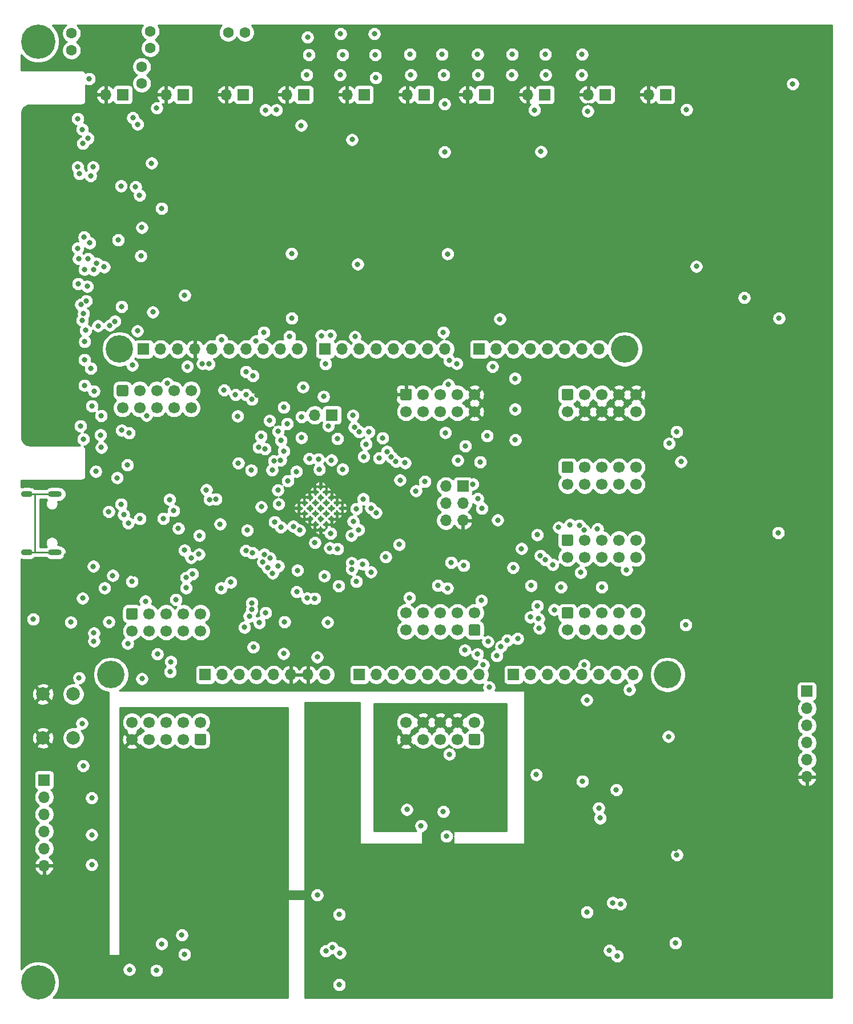
<source format=gbr>
%TF.GenerationSoftware,KiCad,Pcbnew,(5.1.9)-1*%
%TF.CreationDate,2021-07-02T17:33:52-07:00*%
%TF.ProjectId,MAD_P2,4d41445f-5032-42e6-9b69-6361645f7063,rev?*%
%TF.SameCoordinates,Original*%
%TF.FileFunction,Copper,L3,Inr*%
%TF.FilePolarity,Positive*%
%FSLAX46Y46*%
G04 Gerber Fmt 4.6, Leading zero omitted, Abs format (unit mm)*
G04 Created by KiCad (PCBNEW (5.1.9)-1) date 2021-07-02 17:33:52*
%MOMM*%
%LPD*%
G01*
G04 APERTURE LIST*
%TA.AperFunction,ComponentPad*%
%ADD10C,5.080000*%
%TD*%
%TA.AperFunction,ComponentPad*%
%ADD11C,1.600000*%
%TD*%
%TA.AperFunction,ComponentPad*%
%ADD12C,1.700000*%
%TD*%
%TA.AperFunction,ComponentPad*%
%ADD13R,1.700000X1.700000*%
%TD*%
%TA.AperFunction,ComponentPad*%
%ADD14O,1.700000X1.700000*%
%TD*%
%TA.AperFunction,ComponentPad*%
%ADD15C,4.064000*%
%TD*%
%TA.AperFunction,ComponentPad*%
%ADD16O,2.000000X0.900000*%
%TD*%
%TA.AperFunction,ComponentPad*%
%ADD17O,1.700000X0.900000*%
%TD*%
%TA.AperFunction,ComponentPad*%
%ADD18C,0.500000*%
%TD*%
%TA.AperFunction,ComponentPad*%
%ADD19C,2.000000*%
%TD*%
%TA.AperFunction,ViaPad*%
%ADD20C,0.800000*%
%TD*%
%TA.AperFunction,Conductor*%
%ADD21C,0.250000*%
%TD*%
%TA.AperFunction,Conductor*%
%ADD22C,0.254000*%
%TD*%
%TA.AperFunction,Conductor*%
%ADD23C,0.100000*%
%TD*%
G04 APERTURE END LIST*
D10*
%TO.N,N/C*%
%TO.C,DISP_HOLE_3*%
X395605000Y-157915000D03*
%TD*%
%TO.N,N/C*%
%TO.C,DISP_HOLE_1*%
X395605000Y-18415000D03*
%TD*%
D11*
%TO.N,Net-(C74-Pad1)*%
%TO.C,F5*%
X423776000Y-17081500D03*
%TO.N,VIN_RAW*%
X426276000Y-17081500D03*
%TD*%
D12*
%TO.N,GND*%
%TO.C,J11*%
X460312000Y-73279000D03*
%TO.N,5V_MAIN1*%
X457772000Y-73279000D03*
%TO.N,VIN_L1*%
X455232000Y-73279000D03*
%TO.N,V_32_35*%
X452692000Y-73279000D03*
%TO.N,V_0_3*%
X450152000Y-73279000D03*
%TO.N,GND*%
X460312000Y-70739000D03*
%TO.N,3.3V_MAIN1*%
X457772000Y-70739000D03*
%TO.N,V_32_35*%
X455232000Y-70739000D03*
%TO.N,V_0_3*%
X452692000Y-70739000D03*
%TO.N,GND*%
%TA.AperFunction,ComponentPad*%
G36*
G01*
X449552000Y-69889000D02*
X450752000Y-69889000D01*
G75*
G02*
X451002000Y-70139000I0J-250000D01*
G01*
X451002000Y-71339000D01*
G75*
G02*
X450752000Y-71589000I-250000J0D01*
G01*
X449552000Y-71589000D01*
G75*
G02*
X449302000Y-71339000I0J250000D01*
G01*
X449302000Y-70139000D01*
G75*
G02*
X449552000Y-69889000I250000J0D01*
G01*
G37*
%TD.AperFunction*%
%TD*%
D13*
%TO.N,VIN_RAW*%
%TO.C,J4*%
X408177800Y-26289000D03*
D14*
%TO.N,GND*%
X405637800Y-26289000D03*
%TD*%
D13*
%TO.N,Net-(J27-Pad1)*%
%TO.C,J27*%
X417118800Y-26289000D03*
D14*
%TO.N,GND*%
X414578800Y-26289000D03*
%TD*%
D13*
%TO.N,Net-(J17-Pad1)*%
%TO.C,J17*%
X426059800Y-26289000D03*
D14*
%TO.N,GND*%
X423519800Y-26289000D03*
%TD*%
D13*
%TO.N,Net-(J1-Pad1)*%
%TO.C,J1*%
X435000800Y-26289000D03*
D14*
%TO.N,GND*%
X432460800Y-26289000D03*
%TD*%
D13*
%TO.N,Net-(J28-Pad1)*%
%TO.C,J28*%
X443940800Y-26289000D03*
D14*
%TO.N,GND*%
X441400800Y-26289000D03*
%TD*%
D13*
%TO.N,Net-(J2-Pad1)*%
%TO.C,J2*%
X452881800Y-26289000D03*
D14*
%TO.N,GND*%
X450341800Y-26289000D03*
%TD*%
D13*
%TO.N,Net-(J29-Pad1)*%
%TO.C,J29*%
X461822800Y-26289000D03*
D14*
%TO.N,GND*%
X459282800Y-26289000D03*
%TD*%
D13*
%TO.N,Net-(J3-Pad1)*%
%TO.C,J3*%
X470763800Y-26289000D03*
D14*
%TO.N,GND*%
X468223800Y-26289000D03*
%TD*%
D13*
%TO.N,Net-(J30-Pad1)*%
%TO.C,J30*%
X479704800Y-26289000D03*
D14*
%TO.N,GND*%
X477164800Y-26289000D03*
%TD*%
D13*
%TO.N,Net-(J12-Pad1)*%
%TO.C,J12*%
X488644800Y-26289000D03*
D14*
%TO.N,GND*%
X486104800Y-26289000D03*
%TD*%
D15*
%TO.N,N/C*%
%TO.C,P10*%
X488950000Y-112268000D03*
%TD*%
%TO.N,N/C*%
%TO.C,P8*%
X406400000Y-112268000D03*
%TD*%
%TO.N,N/C*%
%TO.C,P13*%
X482600000Y-64008000D03*
%TD*%
%TO.N,N/C*%
%TO.C,P11*%
X407670000Y-64008000D03*
%TD*%
%TO.N,P34*%
%TO.C,J7*%
%TA.AperFunction,ComponentPad*%
G36*
G01*
X408912000Y-102414000D02*
X410112000Y-102414000D01*
G75*
G02*
X410362000Y-102664000I0J-250000D01*
G01*
X410362000Y-103864000D01*
G75*
G02*
X410112000Y-104114000I-250000J0D01*
G01*
X408912000Y-104114000D01*
G75*
G02*
X408662000Y-103864000I0J250000D01*
G01*
X408662000Y-102664000D01*
G75*
G02*
X408912000Y-102414000I250000J0D01*
G01*
G37*
%TD.AperFunction*%
D12*
%TO.N,P36*%
X412052000Y-103264000D03*
%TO.N,P38*%
X414592000Y-103264000D03*
%TO.N,P40*%
X417132000Y-103264000D03*
%TO.N,P42*%
X419672000Y-103264000D03*
%TO.N,P35*%
X409512000Y-105804000D03*
%TO.N,P37*%
X412052000Y-105804000D03*
%TO.N,P39*%
X414592000Y-105804000D03*
%TO.N,P41*%
X417132000Y-105804000D03*
%TO.N,P43*%
X419672000Y-105804000D03*
%TD*%
D16*
%TO.N,Net-(J8-PadS1)*%
%TO.C,J8*%
X398119000Y-85514700D03*
X398119000Y-94154700D03*
D17*
X393949000Y-85514700D03*
X393949000Y-94154700D03*
%TD*%
%TO.N,P44*%
%TO.C,J9*%
%TA.AperFunction,ComponentPad*%
G36*
G01*
X460912000Y-106514000D02*
X459712000Y-106514000D01*
G75*
G02*
X459462000Y-106264000I0J250000D01*
G01*
X459462000Y-105064000D01*
G75*
G02*
X459712000Y-104814000I250000J0D01*
G01*
X460912000Y-104814000D01*
G75*
G02*
X461162000Y-105064000I0J-250000D01*
G01*
X461162000Y-106264000D01*
G75*
G02*
X460912000Y-106514000I-250000J0D01*
G01*
G37*
%TD.AperFunction*%
D12*
%TO.N,P46*%
X457772000Y-105664000D03*
%TO.N,P48*%
X455232000Y-105664000D03*
%TO.N,P50*%
X452692000Y-105664000D03*
%TO.N,P52*%
X450152000Y-105664000D03*
%TO.N,P45*%
X460312000Y-103124000D03*
%TO.N,P47*%
X457772000Y-103124000D03*
%TO.N,P49*%
X455232000Y-103124000D03*
%TO.N,P51*%
X452692000Y-103124000D03*
%TO.N,P53*%
X450152000Y-103124000D03*
%TD*%
%TO.N,P63*%
%TO.C,J10*%
X418274000Y-72707500D03*
%TO.N,P61*%
X415734000Y-72707500D03*
%TO.N,P59*%
X413194000Y-72707500D03*
%TO.N,P57*%
X410654000Y-72707500D03*
%TO.N,P55*%
X408114000Y-72707500D03*
%TO.N,P62*%
X418274000Y-70167500D03*
%TO.N,P60*%
X415734000Y-70167500D03*
%TO.N,P58*%
X413194000Y-70167500D03*
%TO.N,P56*%
X410654000Y-70167500D03*
%TO.N,P54*%
%TA.AperFunction,ComponentPad*%
G36*
G01*
X407514000Y-69317500D02*
X408714000Y-69317500D01*
G75*
G02*
X408964000Y-69567500I0J-250000D01*
G01*
X408964000Y-70767500D01*
G75*
G02*
X408714000Y-71017500I-250000J0D01*
G01*
X407514000Y-71017500D01*
G75*
G02*
X407264000Y-70767500I0J250000D01*
G01*
X407264000Y-69567500D01*
G75*
G02*
X407514000Y-69317500I250000J0D01*
G01*
G37*
%TD.AperFunction*%
%TD*%
%TO.N,P20*%
%TO.C,J13*%
%TA.AperFunction,ComponentPad*%
G36*
G01*
X473491000Y-80684000D02*
X474691000Y-80684000D01*
G75*
G02*
X474941000Y-80934000I0J-250000D01*
G01*
X474941000Y-82134000D01*
G75*
G02*
X474691000Y-82384000I-250000J0D01*
G01*
X473491000Y-82384000D01*
G75*
G02*
X473241000Y-82134000I0J250000D01*
G01*
X473241000Y-80934000D01*
G75*
G02*
X473491000Y-80684000I250000J0D01*
G01*
G37*
%TD.AperFunction*%
%TO.N,P22*%
X476631000Y-81534000D03*
%TO.N,P24*%
X479171000Y-81534000D03*
%TO.N,P26*%
X481711000Y-81534000D03*
%TO.N,P28*%
X484251000Y-81534000D03*
%TO.N,P21*%
X474091000Y-84074000D03*
%TO.N,P23*%
X476631000Y-84074000D03*
%TO.N,P25*%
X479171000Y-84074000D03*
%TO.N,P27*%
X481711000Y-84074000D03*
%TO.N,P29*%
X484251000Y-84074000D03*
%TD*%
%TO.N,Net-(J14-Pad1)*%
%TO.C,J14*%
%TA.AperFunction,ComponentPad*%
G36*
G01*
X473491000Y-69889000D02*
X474691000Y-69889000D01*
G75*
G02*
X474941000Y-70139000I0J-250000D01*
G01*
X474941000Y-71339000D01*
G75*
G02*
X474691000Y-71589000I-250000J0D01*
G01*
X473491000Y-71589000D01*
G75*
G02*
X473241000Y-71339000I0J250000D01*
G01*
X473241000Y-70139000D01*
G75*
G02*
X473491000Y-69889000I250000J0D01*
G01*
G37*
%TD.AperFunction*%
%TO.N,Net-(J14-Pad3)*%
X476631000Y-70739000D03*
%TO.N,Net-(J14-Pad5)*%
X479171000Y-70739000D03*
%TO.N,GND*%
X481711000Y-70739000D03*
X484251000Y-70739000D03*
%TO.N,Net-(J14-Pad2)*%
X474091000Y-73279000D03*
%TO.N,GND*%
X476631000Y-73279000D03*
X479171000Y-73279000D03*
X481711000Y-73279000D03*
%TO.N,Net-(J14-Pad10)*%
X484251000Y-73279000D03*
%TD*%
%TO.N,A1+*%
%TO.C,J15*%
%TA.AperFunction,ComponentPad*%
G36*
G01*
X420272000Y-122725000D02*
X419072000Y-122725000D01*
G75*
G02*
X418822000Y-122475000I0J250000D01*
G01*
X418822000Y-121275000D01*
G75*
G02*
X419072000Y-121025000I250000J0D01*
G01*
X420272000Y-121025000D01*
G75*
G02*
X420522000Y-121275000I0J-250000D01*
G01*
X420522000Y-122475000D01*
G75*
G02*
X420272000Y-122725000I-250000J0D01*
G01*
G37*
%TD.AperFunction*%
%TO.N,A2+*%
X417132000Y-121875000D03*
%TO.N,A3+*%
X414592000Y-121875000D03*
%TO.N,A4+*%
X412052000Y-121875000D03*
%TO.N,GND*%
X409512000Y-121875000D03*
%TO.N,A1-*%
X419672000Y-119335000D03*
%TO.N,A2-*%
X417132000Y-119335000D03*
%TO.N,A3-*%
X414592000Y-119335000D03*
%TO.N,A4-*%
X412052000Y-119335000D03*
%TO.N,3.3V_ADC*%
X409512000Y-119335000D03*
%TD*%
%TO.N,3.3V_ADC*%
%TO.C,J16*%
%TA.AperFunction,ComponentPad*%
G36*
G01*
X460912000Y-122725000D02*
X459712000Y-122725000D01*
G75*
G02*
X459462000Y-122475000I0J250000D01*
G01*
X459462000Y-121275000D01*
G75*
G02*
X459712000Y-121025000I250000J0D01*
G01*
X460912000Y-121025000D01*
G75*
G02*
X461162000Y-121275000I0J-250000D01*
G01*
X461162000Y-122475000D01*
G75*
G02*
X460912000Y-122725000I-250000J0D01*
G01*
G37*
%TD.AperFunction*%
%TO.N,5V_ADC*%
X457772000Y-121875000D03*
%TO.N,AO1*%
X455232000Y-121875000D03*
%TO.N,AO2*%
X452692000Y-121875000D03*
%TO.N,GND*%
X450152000Y-121875000D03*
%TO.N,AO0*%
X460312000Y-119335000D03*
%TO.N,GND*%
X457772000Y-119335000D03*
X455232000Y-119335000D03*
X452692000Y-119335000D03*
%TO.N,AO3*%
X450152000Y-119335000D03*
%TD*%
%TO.N,P9*%
%TO.C,J21*%
X484251000Y-105664000D03*
%TO.N,P7*%
X481711000Y-105664000D03*
%TO.N,P5*%
X479171000Y-105664000D03*
%TO.N,P3*%
X476631000Y-105664000D03*
%TO.N,P1*%
X474091000Y-105664000D03*
%TO.N,P8*%
X484251000Y-103124000D03*
%TO.N,P6*%
X481711000Y-103124000D03*
%TO.N,P4*%
X479171000Y-103124000D03*
%TO.N,P2*%
X476631000Y-103124000D03*
%TO.N,P0*%
%TA.AperFunction,ComponentPad*%
G36*
G01*
X473491000Y-102274000D02*
X474691000Y-102274000D01*
G75*
G02*
X474941000Y-102524000I0J-250000D01*
G01*
X474941000Y-103724000D01*
G75*
G02*
X474691000Y-103974000I-250000J0D01*
G01*
X473491000Y-103974000D01*
G75*
G02*
X473241000Y-103724000I0J250000D01*
G01*
X473241000Y-102524000D01*
G75*
G02*
X473491000Y-102274000I250000J0D01*
G01*
G37*
%TD.AperFunction*%
%TD*%
%TO.N,P19*%
%TO.C,J22*%
X484251000Y-94869000D03*
%TO.N,P17*%
X481711000Y-94869000D03*
%TO.N,P15*%
X479171000Y-94869000D03*
%TO.N,P13*%
X476631000Y-94869000D03*
%TO.N,P11*%
X474091000Y-94869000D03*
%TO.N,P18*%
X484251000Y-92329000D03*
%TO.N,P16*%
X481711000Y-92329000D03*
%TO.N,P14*%
X479171000Y-92329000D03*
%TO.N,P12*%
X476631000Y-92329000D03*
%TO.N,P10*%
%TA.AperFunction,ComponentPad*%
G36*
G01*
X473491000Y-91479000D02*
X474691000Y-91479000D01*
G75*
G02*
X474941000Y-91729000I0J-250000D01*
G01*
X474941000Y-92929000D01*
G75*
G02*
X474691000Y-93179000I-250000J0D01*
G01*
X473491000Y-93179000D01*
G75*
G02*
X473241000Y-92929000I0J250000D01*
G01*
X473241000Y-91729000D01*
G75*
G02*
X473491000Y-91479000I250000J0D01*
G01*
G37*
%TD.AperFunction*%
%TD*%
D14*
%TO.N,P61*%
%TO.C,JP10*%
X436626000Y-73787000D03*
D13*
%TO.N,FLASH_CS*%
X439166000Y-73787000D03*
%TD*%
D18*
%TO.N,GND*%
%TO.C,U1*%
X434295019Y-87579200D03*
X435090515Y-86783705D03*
X435886010Y-85988210D03*
X436681505Y-85192715D03*
X437477000Y-84397219D03*
X435090515Y-88374695D03*
X435886010Y-87579200D03*
X436681505Y-86783705D03*
X437477000Y-85988210D03*
X438272495Y-85192715D03*
X435886010Y-89170190D03*
X436681505Y-88374695D03*
X437477000Y-87579200D03*
X438272495Y-86783705D03*
X439067990Y-85988210D03*
X436681505Y-89965685D03*
X437477000Y-89170190D03*
X438272495Y-88374695D03*
X439067990Y-87579200D03*
X439863485Y-86783705D03*
X437477000Y-90761181D03*
X438272495Y-89965685D03*
X439067990Y-89170190D03*
X439863485Y-88374695D03*
X440658981Y-87579200D03*
%TD*%
D14*
%TO.N,Net-(J18-Pad8)*%
%TO.C,J18*%
X461010000Y-112268000D03*
%TO.N,Net-(J18-Pad7)*%
X458470000Y-112268000D03*
%TO.N,Net-(J18-Pad6)*%
X455930000Y-112268000D03*
%TO.N,Net-(J18-Pad5)*%
X453390000Y-112268000D03*
%TO.N,Net-(J18-Pad4)*%
X450850000Y-112268000D03*
%TO.N,Net-(J18-Pad3)*%
X448310000Y-112268000D03*
%TO.N,Net-(J18-Pad2)*%
X445770000Y-112268000D03*
D13*
%TO.N,Net-(J18-Pad1)*%
X443230000Y-112268000D03*
%TD*%
%TO.N,Net-(J19-Pad1)*%
%TO.C,J19*%
X466090000Y-112268000D03*
D14*
%TO.N,Net-(J19-Pad2)*%
X468630000Y-112268000D03*
%TO.N,Net-(J19-Pad3)*%
X471170000Y-112268000D03*
%TO.N,Net-(J19-Pad4)*%
X473710000Y-112268000D03*
%TO.N,Net-(J19-Pad5)*%
X476250000Y-112268000D03*
%TO.N,Net-(J19-Pad6)*%
X478790000Y-112268000D03*
%TO.N,Net-(J19-Pad7)*%
X481330000Y-112268000D03*
%TO.N,Net-(J19-Pad8)*%
X483870000Y-112268000D03*
%TD*%
D13*
%TO.N,Net-(J20-Pad1)*%
%TO.C,J20*%
X420370000Y-112268000D03*
D14*
%TO.N,3.3V_MAIN1*%
X422910000Y-112268000D03*
%TO.N,RESET*%
X425450000Y-112268000D03*
%TO.N,3.3V_MAIN1*%
X427990000Y-112268000D03*
%TO.N,5V_MAIN1*%
X430530000Y-112268000D03*
%TO.N,GND*%
X433070000Y-112268000D03*
X435610000Y-112268000D03*
%TO.N,VIN_L1*%
X438150000Y-112268000D03*
%TD*%
D13*
%TO.N,5V_MAIN1*%
%TO.C,J23*%
X458597000Y-84328000D03*
D14*
%TO.N,P53*%
X456057000Y-84328000D03*
%TO.N,P52*%
X458597000Y-86868000D03*
%TO.N,P51*%
X456057000Y-86868000D03*
%TO.N,GND*%
X458597000Y-89408000D03*
%TO.N,RESET*%
X456057000Y-89408000D03*
%TD*%
D13*
%TO.N,Net-(J24-Pad1)*%
%TO.C,J24*%
X411226000Y-64008000D03*
D14*
%TO.N,Net-(J24-Pad2)*%
X413766000Y-64008000D03*
%TO.N,Net-(J24-Pad3)*%
X416306000Y-64008000D03*
%TO.N,GND*%
X418846000Y-64008000D03*
%TO.N,Net-(J24-Pad5)*%
X421386000Y-64008000D03*
%TO.N,Net-(J24-Pad6)*%
X423926000Y-64008000D03*
%TO.N,Net-(J24-Pad7)*%
X426466000Y-64008000D03*
%TO.N,P55*%
X429006000Y-64008000D03*
%TO.N,P54*%
X431546000Y-64008000D03*
%TO.N,Net-(J24-Pad10)*%
X434086000Y-64008000D03*
%TD*%
%TO.N,Net-(J25-Pad8)*%
%TO.C,J25*%
X455930000Y-64008000D03*
%TO.N,Net-(J25-Pad7)*%
X453390000Y-64008000D03*
%TO.N,Net-(J25-Pad6)*%
X450850000Y-64008000D03*
%TO.N,Net-(J25-Pad5)*%
X448310000Y-64008000D03*
%TO.N,Net-(J25-Pad4)*%
X445770000Y-64008000D03*
%TO.N,Net-(J25-Pad3)*%
X443230000Y-64008000D03*
%TO.N,Net-(J25-Pad2)*%
X440690000Y-64008000D03*
D13*
%TO.N,Net-(J25-Pad1)*%
X438150000Y-64008000D03*
%TD*%
%TO.N,Net-(J26-Pad1)*%
%TO.C,J26*%
X461010000Y-64008000D03*
D14*
%TO.N,Net-(J26-Pad2)*%
X463550000Y-64008000D03*
%TO.N,Net-(J26-Pad3)*%
X466090000Y-64008000D03*
%TO.N,Net-(J26-Pad4)*%
X468630000Y-64008000D03*
%TO.N,Net-(J26-Pad5)*%
X471170000Y-64008000D03*
%TO.N,Net-(J26-Pad6)*%
X473710000Y-64008000D03*
%TO.N,P57*%
X476250000Y-64008000D03*
%TO.N,P56*%
X478790000Y-64008000D03*
%TD*%
D13*
%TO.N,HS_VIN*%
%TO.C,J33*%
X396494000Y-127889000D03*
D14*
%TO.N,HS_1*%
X396494000Y-130429000D03*
%TO.N,HS_2*%
X396494000Y-132969000D03*
%TO.N,HS_3*%
X396494000Y-135509000D03*
%TO.N,HS_4*%
X396494000Y-138049000D03*
%TO.N,GND*%
X396494000Y-140589000D03*
%TD*%
D19*
%TO.N,GND*%
%TO.C,SW1*%
X396312000Y-121666000D03*
%TO.N,RESET*%
X400812000Y-121666000D03*
%TO.N,GND*%
X396312000Y-115166000D03*
%TO.N,RESET*%
X400812000Y-115166000D03*
%TD*%
D13*
%TO.N,RESET*%
%TO.C,J34*%
X509588000Y-114744000D03*
D14*
%TO.N,P62*%
X509588000Y-117284000D03*
%TO.N,P63*%
X509588000Y-119824000D03*
%TO.N,VBUS*%
X509588000Y-122364000D03*
%TO.N,Net-(J34-Pad5)*%
X509588000Y-124904000D03*
%TO.N,GND*%
X509588000Y-127444000D03*
%TD*%
D11*
%TO.N,Net-(C73-Pad1)*%
%TO.C,F1*%
X400558000Y-17208500D03*
%TO.N,VIN_RAW*%
X400558000Y-19708500D03*
%TD*%
%TO.N,VIN_RAW*%
%TO.C,F2*%
X410972000Y-24638000D03*
%TO.N,Net-(C91-Pad1)*%
X410972000Y-22138000D03*
%TD*%
%TO.N,VIN_RAW*%
%TO.C,F3*%
X412242000Y-19391000D03*
%TO.N,Net-(C75-Pad1)*%
X412242000Y-16891000D03*
%TD*%
D20*
%TO.N,Net-(BT1-Pad1)*%
X476314000Y-128080000D03*
%TO.N,GND*%
X414844300Y-81728200D03*
X409727600Y-97350900D03*
X449494500Y-85514400D03*
X411265900Y-90549000D03*
X405686700Y-58657300D03*
X421168000Y-90696700D03*
X407127800Y-78684400D03*
X421219000Y-77795500D03*
X405850000Y-32146900D03*
X428057900Y-70843500D03*
X401302200Y-32689800D03*
X435053300Y-104749400D03*
X427024600Y-99489500D03*
X411554100Y-86244200D03*
X465857700Y-94714900D03*
X448998000Y-75115400D03*
X399796000Y-94615000D03*
X465582000Y-27178000D03*
X409448000Y-130492000D03*
X414210000Y-130175000D03*
X415988000Y-130937000D03*
X420814000Y-131508000D03*
X421068000Y-130683000D03*
X431864000Y-131191000D03*
X426530000Y-131445000D03*
X427038000Y-130556000D03*
X429006000Y-142176000D03*
X427800000Y-142176000D03*
X423164000Y-142367000D03*
X422212000Y-142367000D03*
X417512000Y-142494000D03*
X416624000Y-142558000D03*
X411162000Y-142176000D03*
X410274000Y-142304000D03*
X415036000Y-148018000D03*
X408686000Y-151828000D03*
X408750000Y-149860000D03*
X408686000Y-146240000D03*
X408750000Y-148082000D03*
X408750000Y-144145000D03*
X414972000Y-149479000D03*
X418592000Y-149924000D03*
X429578000Y-147828000D03*
X425514000Y-149225000D03*
X425577000Y-154368000D03*
X417449000Y-158115000D03*
X422084000Y-158750000D03*
X422910000Y-159830000D03*
X430212000Y-157353000D03*
X428498000Y-156146000D03*
X427546000Y-155321000D03*
X426593000Y-155321000D03*
X424053000Y-159830000D03*
X510350000Y-37846000D03*
X511810000Y-37782500D03*
X511874000Y-34671000D03*
X510413000Y-34671000D03*
X512382000Y-30861000D03*
X509842000Y-29210000D03*
X509968000Y-27813000D03*
X512064000Y-26225500D03*
X511429000Y-24511000D03*
X511492000Y-19113500D03*
X510159000Y-19177000D03*
X508762000Y-19177000D03*
X507492000Y-19177000D03*
X494220000Y-24955500D03*
X492379000Y-25082500D03*
X494030000Y-21463000D03*
X492252000Y-21463000D03*
X453006500Y-95164500D03*
X442024000Y-67627500D03*
X440690000Y-66357500D03*
X431610000Y-67056000D03*
X404120600Y-89772200D03*
X399860000Y-86614000D03*
X401193000Y-84772500D03*
X394970000Y-101156000D03*
X412052000Y-109093000D03*
X415290000Y-113284000D03*
X415354000Y-114173000D03*
X473202000Y-135954000D03*
X473202000Y-137795000D03*
X473202000Y-139636000D03*
X473202000Y-141351000D03*
X473202000Y-143192000D03*
X473202000Y-144970000D03*
X473202000Y-146748000D03*
X473266000Y-148590000D03*
X473202000Y-150432000D03*
X473138000Y-152146000D03*
X473266000Y-153988000D03*
X473266000Y-155829000D03*
X473202000Y-157670000D03*
X438468000Y-156400000D03*
X442532000Y-158369000D03*
X455803000Y-129667000D03*
X455866000Y-131000000D03*
X462216000Y-129159000D03*
X462216000Y-131254000D03*
X462216000Y-133096000D03*
X452946000Y-132969000D03*
X446342000Y-133096000D03*
X446342000Y-131128000D03*
X485458000Y-125476000D03*
X472440000Y-126746000D03*
X472440000Y-125540000D03*
X472504000Y-124206000D03*
X472567000Y-122936000D03*
X472504000Y-121666000D03*
X485330000Y-121730000D03*
X485330000Y-123000000D03*
X485330000Y-124206000D03*
X452374000Y-149796000D03*
X452247000Y-147892000D03*
X448183000Y-147892000D03*
X448183000Y-149860000D03*
X511874000Y-157353000D03*
X510858000Y-157353000D03*
X483108000Y-145542000D03*
X486029000Y-140208000D03*
X490093000Y-138049000D03*
X498030000Y-117348000D03*
X499682000Y-118872000D03*
X504444000Y-118554000D03*
X502285000Y-118554000D03*
X505587000Y-117475000D03*
X505524000Y-113856000D03*
X510032000Y-104902000D03*
X511429000Y-104902000D03*
X511302000Y-108077000D03*
X510286000Y-108014000D03*
X512191000Y-96456500D03*
X512128000Y-101156000D03*
X510350000Y-99504500D03*
X510350000Y-97853500D03*
X510413000Y-94869000D03*
X510476000Y-89598500D03*
X509143000Y-89598500D03*
X507873000Y-89662000D03*
X506603000Y-89598500D03*
X494030000Y-95059500D03*
X492316000Y-95123000D03*
X494030000Y-91313000D03*
X492506000Y-91376500D03*
X499491000Y-86042500D03*
X498284000Y-86042500D03*
X497332000Y-84391500D03*
X504825000Y-84963000D03*
X503555000Y-86106000D03*
X504762000Y-81470500D03*
X509714000Y-75374500D03*
X511112000Y-75438000D03*
X511238000Y-72199500D03*
X509778000Y-72326500D03*
X511366000Y-63690500D03*
X511429000Y-68516500D03*
X509397000Y-66675000D03*
X509397000Y-65405000D03*
X509397000Y-62484000D03*
X509397000Y-57150000D03*
X508064000Y-57213500D03*
X506794000Y-57150000D03*
X505524000Y-57213500D03*
X492824000Y-62166500D03*
X491236000Y-62230000D03*
X493141000Y-58610500D03*
X491490000Y-58547000D03*
X504380000Y-41846500D03*
X507556000Y-41846500D03*
X508762000Y-45466000D03*
X508000000Y-47180500D03*
X506984000Y-47180500D03*
X499682000Y-45529500D03*
X498856000Y-47117000D03*
X497904000Y-47180500D03*
X498729000Y-41846500D03*
X495364000Y-41719500D03*
X486283000Y-48387000D03*
X488188000Y-48323500D03*
X487998000Y-44323000D03*
X486346000Y-44450000D03*
X489839000Y-36385500D03*
X489839000Y-31051500D03*
X488632000Y-31115000D03*
X487299000Y-31051500D03*
X485902000Y-31178500D03*
X467614000Y-35623500D03*
X466408000Y-30670500D03*
X463931000Y-30734000D03*
X472059000Y-31940500D03*
X473710000Y-32067500D03*
X474028000Y-35433000D03*
X472313000Y-35496500D03*
X471551000Y-39116000D03*
X471551000Y-40894000D03*
X467487000Y-40894000D03*
X467550000Y-39370000D03*
X480378000Y-57150000D03*
X481965000Y-57404000D03*
X482028000Y-54038500D03*
X480568000Y-54102000D03*
X449898000Y-58801000D03*
X447612000Y-58737500D03*
X445072000Y-46482000D03*
X446405000Y-46545500D03*
X446278000Y-49466500D03*
X445135000Y-49466500D03*
X449390000Y-31813500D03*
X451612000Y-31940500D03*
X451548000Y-35687000D03*
X449516000Y-35560000D03*
X449262000Y-39370000D03*
X449199000Y-41465500D03*
X445135000Y-41529000D03*
X445072000Y-39687500D03*
X445198000Y-36068000D03*
X445072000Y-30797500D03*
X443928000Y-30670500D03*
X442658000Y-30734000D03*
X441388000Y-30734000D03*
X426466000Y-39433500D03*
X426466000Y-41275000D03*
X467360000Y-45974000D03*
X468884000Y-45974000D03*
X468630000Y-48958500D03*
X467614000Y-49022000D03*
X471551000Y-58928000D03*
X469074000Y-54610000D03*
X471551000Y-51244500D03*
X469710000Y-51244500D03*
X468566000Y-51308000D03*
X462026000Y-58610500D03*
X459676000Y-58674000D03*
X462026000Y-51244500D03*
X459613000Y-51117500D03*
X456946000Y-54546500D03*
X457772000Y-51117500D03*
X456502000Y-51181000D03*
X449770000Y-51371500D03*
X447738000Y-51371500D03*
X445960000Y-51435000D03*
X444944000Y-51498500D03*
X438468000Y-58737500D03*
X438340000Y-51371500D03*
X435166000Y-51181000D03*
X433578000Y-51308000D03*
X432181000Y-51308000D03*
X415988000Y-58737500D03*
X414020000Y-58737500D03*
X411861000Y-54927500D03*
X411290000Y-51435000D03*
X412432000Y-51435000D03*
X414147000Y-51371500D03*
X416052000Y-51435000D03*
X425450000Y-58674000D03*
X425450000Y-51371500D03*
X423545000Y-51308000D03*
X422275000Y-51244500D03*
X420751000Y-47498000D03*
X423608000Y-48831500D03*
X422338000Y-48768000D03*
X426847000Y-31750000D03*
X428498000Y-31877000D03*
X428562000Y-35433000D03*
X426847000Y-35369500D03*
X422974000Y-36258500D03*
X419164000Y-30988000D03*
X420370000Y-30924500D03*
X421704000Y-30988000D03*
X422974000Y-30988000D03*
X405183000Y-22489600D03*
X408395000Y-20610800D03*
X419354000Y-22669500D03*
X416814000Y-22542500D03*
X417830000Y-16891000D03*
X406464000Y-16891000D03*
%TO.N,+1V8*%
X447341100Y-79200800D03*
X434865600Y-69644500D03*
X449272900Y-83436000D03*
X443744600Y-95890700D03*
X442123200Y-96646400D03*
X427387700Y-94230300D03*
X428928800Y-95576000D03*
X438022300Y-97653600D03*
X433197000Y-59436000D03*
%TO.N,VIN_L1*%
X450672600Y-100870700D03*
X468701500Y-99070600D03*
X410998100Y-112876900D03*
X456565000Y-65722500D03*
X455676000Y-61531500D03*
X505460000Y-59436000D03*
X442150000Y-32956500D03*
X429324000Y-28575000D03*
X445452000Y-17272000D03*
X440436000Y-17272000D03*
X435546000Y-17780000D03*
X413179000Y-28273200D03*
%TO.N,+5V*%
X478736600Y-132058300D03*
X469473400Y-127097300D03*
%TO.N,+5V_3*%
X481453600Y-153990100D03*
X491744000Y-28511500D03*
X476250000Y-20320000D03*
X470789000Y-20320000D03*
X465900000Y-20320000D03*
%TO.N,+5V_1*%
X480817000Y-146088700D03*
X430938000Y-28548300D03*
X445580000Y-20383500D03*
X440754000Y-20383500D03*
X435737000Y-20383500D03*
%TO.N,+5V_2*%
X481946700Y-146268600D03*
X469202000Y-28575000D03*
X460756000Y-20320000D03*
X455486000Y-20320000D03*
X450723000Y-20320000D03*
%TO.N,+3.3V_3*%
X480321500Y-153163500D03*
X464058000Y-59563000D03*
X470154000Y-34734500D03*
X476186000Y-23368000D03*
X470852000Y-23368000D03*
X465836000Y-23368000D03*
%TO.N,+3.3V_1*%
X489166300Y-77996300D03*
X457668200Y-66166700D03*
X442976000Y-51435000D03*
X434594000Y-30861000D03*
X445680000Y-23785800D03*
X440372000Y-23368000D03*
X435420000Y-23368000D03*
%TO.N,+3.3V_2*%
X476983000Y-147476600D03*
X455866000Y-27686000D03*
X455866000Y-34798000D03*
X456311000Y-49911000D03*
X460820000Y-23368000D03*
X455740000Y-23368000D03*
X450850000Y-23368000D03*
%TO.N,+3V3*%
X461610300Y-110828600D03*
X413290000Y-109212100D03*
X417303800Y-93831100D03*
X403866500Y-107302600D03*
X440246000Y-158242000D03*
X481330000Y-129350000D03*
X402272000Y-125794000D03*
%TO.N,VIN_IO*%
X507492000Y-24701500D03*
X409638000Y-29718000D03*
%TO.N,VIN_ADC*%
X410335900Y-30679600D03*
X505333000Y-91249500D03*
X403162000Y-23939500D03*
%TO.N,5V_ADC*%
X483275800Y-114498800D03*
X462305000Y-107377300D03*
X422735300Y-99446000D03*
X476960000Y-116026300D03*
X491617000Y-104902000D03*
%TO.N,3.3V_ADC*%
X489068300Y-121443000D03*
X478939800Y-133543900D03*
%TO.N,VBUS*%
X416046500Y-101149700D03*
%TO.N,Net-(C104-Pad1)*%
X410714500Y-89152100D03*
X408963500Y-89802900D03*
%TO.N,RESET*%
X469912400Y-105378300D03*
X461341200Y-101282700D03*
X416391500Y-90600900D03*
X417336000Y-56030700D03*
X420927200Y-66230500D03*
%TO.N,FLASH_CS*%
X452944800Y-83657100D03*
%TO.N,5V_MAIN1*%
X437579700Y-62009600D03*
X456287300Y-99460900D03*
X431990000Y-109156000D03*
X490284000Y-76263500D03*
%TO.N,3.3V_MAIN1*%
X462184100Y-76873800D03*
X476573000Y-110845600D03*
X462470000Y-114131000D03*
X463614000Y-109474000D03*
X490918000Y-80708500D03*
%TO.N,Net-(J32-Pad7)*%
X440246000Y-147828000D03*
%TO.N,V_0_3*%
X429232100Y-78793900D03*
X405397700Y-51827200D03*
X410835300Y-50214600D03*
X406984900Y-59893500D03*
X402646700Y-61233600D03*
X466302100Y-68364100D03*
X432008600Y-72651100D03*
X427302700Y-71452000D03*
X446696100Y-77199300D03*
X500316000Y-56388000D03*
%TO.N,V_32_35*%
X401869500Y-75406700D03*
X444945200Y-87591100D03*
X401469000Y-49066700D03*
X429068500Y-61521000D03*
X402734800Y-56868400D03*
X462978000Y-66611500D03*
X493204000Y-51752500D03*
%TO.N,P0*%
X412411900Y-36439800D03*
X456440300Y-69284700D03*
%TO.N,P1*%
X472125500Y-102649400D03*
X401482700Y-29873000D03*
X450003700Y-80884400D03*
%TO.N,P2*%
X402161900Y-31447600D03*
X438225200Y-66217200D03*
X448652900Y-80665900D03*
X455969700Y-76402800D03*
%TO.N,P3*%
X442494300Y-75618000D03*
X447970200Y-80004700D03*
X402980800Y-32754700D03*
%TO.N,P4*%
X402247100Y-33527000D03*
X443802000Y-86233900D03*
X479171000Y-99284900D03*
%TO.N,P5*%
X458937100Y-78377600D03*
X446186400Y-80172300D03*
X403732600Y-37020300D03*
%TO.N,P6*%
X469832300Y-103987600D03*
X403384200Y-38321400D03*
X442789000Y-87697300D03*
%TO.N,P7*%
X401457400Y-37026500D03*
X442572100Y-62170900D03*
X444222300Y-78095900D03*
X477095800Y-28732100D03*
%TO.N,P8*%
X438930400Y-61954100D03*
X437932200Y-71044200D03*
X440741400Y-81829600D03*
X401733800Y-38015300D03*
%TO.N,P9*%
X468603200Y-103740000D03*
X443869200Y-79958200D03*
X407894700Y-39838400D03*
%TO.N,P10*%
X410057700Y-39963200D03*
X444632100Y-76287900D03*
%TO.N,P11*%
X410639600Y-41202700D03*
X443200100Y-76280300D03*
%TO.N,P12*%
X413918300Y-43151200D03*
X442286200Y-73854600D03*
X463750700Y-89356700D03*
X457819400Y-80490800D03*
%TO.N,P13*%
X439091900Y-80473900D03*
X410981700Y-45999300D03*
%TO.N,P14*%
X438648200Y-75389700D03*
X407458900Y-47843800D03*
X439966600Y-77293300D03*
%TO.N,P15*%
X402418800Y-47415800D03*
X432877500Y-62147000D03*
X461143300Y-80737800D03*
%TO.N,P16*%
X403251200Y-48271900D03*
X434662300Y-74068200D03*
X461396500Y-87628800D03*
%TO.N,P17*%
X426424100Y-67371900D03*
X402994800Y-50621200D03*
X434639100Y-77157700D03*
%TO.N,P18*%
X478551800Y-90675300D03*
X435812400Y-80255900D03*
X401594200Y-50614600D03*
X427877800Y-62839200D03*
%TO.N,P19*%
X451624300Y-85034900D03*
X432524000Y-75066000D03*
X404263900Y-51315700D03*
%TO.N,P20*%
X433179600Y-49846200D03*
X402478500Y-52200800D03*
X422783200Y-62640700D03*
%TO.N,P21*%
X401540400Y-54333000D03*
X426440800Y-70775500D03*
X432047300Y-79137900D03*
%TO.N,P22*%
X474488800Y-90045300D03*
X433903200Y-82163100D03*
X431195100Y-76213700D03*
X403857900Y-52259800D03*
%TO.N,P23*%
X475881700Y-90164300D03*
X424861000Y-70774800D03*
X401932400Y-57410100D03*
X431552000Y-80488600D03*
%TO.N,P24*%
X469604300Y-91536300D03*
X432639400Y-83541500D03*
X430576700Y-80593500D03*
X407967700Y-57725300D03*
X423169700Y-70090400D03*
%TO.N,P25*%
X406236800Y-60489500D03*
X425189700Y-73950400D03*
X430305300Y-81944200D03*
X472787100Y-90445600D03*
%TO.N,P26*%
X460048700Y-84024100D03*
X402503000Y-62914800D03*
X428281700Y-78561000D03*
X431155400Y-84919500D03*
%TO.N,P27*%
X460775300Y-86180900D03*
X429912100Y-74615300D03*
X409565400Y-66406000D03*
%TO.N,P28*%
X427189800Y-81967000D03*
X476556800Y-90857900D03*
X411676800Y-73870200D03*
%TO.N,P29*%
X433946000Y-99985000D03*
X428695800Y-87398100D03*
X408000200Y-76054000D03*
%TO.N,P30*%
X404939900Y-73879600D03*
X420545800Y-84875600D03*
X427453700Y-67958900D03*
X428643500Y-76955700D03*
%TO.N,P31*%
X422578400Y-89961600D03*
X470069500Y-94637400D03*
X466321300Y-72933000D03*
X402477500Y-69390300D03*
X421014600Y-86306000D03*
%TO.N,P32*%
X409072800Y-76454300D03*
X466352500Y-77463400D03*
X467276800Y-93587500D03*
X434369100Y-90870000D03*
%TO.N,P33*%
X403572000Y-72454100D03*
X421967700Y-86240100D03*
X426592500Y-90870100D03*
X470806200Y-95244800D03*
%TO.N,P34*%
X426401300Y-93882300D03*
X471921900Y-95972100D03*
X405460500Y-99431100D03*
%TO.N,P35*%
X404846600Y-76736800D03*
X430673700Y-89646500D03*
X490311900Y-139002700D03*
X427513600Y-108190700D03*
%TO.N,P36*%
X424164300Y-98575000D03*
X490090400Y-152068000D03*
X404149900Y-82138000D03*
%TO.N,P37*%
X436984900Y-109671600D03*
X431574800Y-90407700D03*
X432137800Y-104453900D03*
X402295000Y-77360800D03*
%TO.N,P38*%
X464238800Y-108103900D03*
X406095900Y-104450900D03*
X429138700Y-94441800D03*
X427298300Y-101657400D03*
%TO.N,P39*%
X408883000Y-107659200D03*
X436991000Y-144950400D03*
X429963800Y-94960800D03*
X429330400Y-103096200D03*
%TO.N,P40*%
X403784400Y-96223800D03*
X440356000Y-153541400D03*
X429662100Y-96437600D03*
X427309300Y-102634300D03*
%TO.N,P41*%
X409526400Y-98474500D03*
X439222000Y-152750300D03*
X431222200Y-96178800D03*
X428410300Y-104573000D03*
%TO.N,P42*%
X430366500Y-97233500D03*
X426912500Y-103598700D03*
X415197300Y-111839200D03*
X438255300Y-153247500D03*
%TO.N,P43*%
X404976500Y-78590100D03*
X415708700Y-87977600D03*
X426204200Y-105267200D03*
X415278800Y-110359500D03*
X413912800Y-152188400D03*
%TO.N,P44*%
X417539700Y-99417000D03*
X438522100Y-104518500D03*
X417313900Y-153725900D03*
%TO.N,P45*%
X403890900Y-70240300D03*
X433431800Y-90296800D03*
X416906200Y-150876200D03*
X434042700Y-96803300D03*
X403877300Y-106109400D03*
%TO.N,P46*%
X417565700Y-97883500D03*
X409137100Y-156002500D03*
X406062400Y-88105200D03*
X435502000Y-100944000D03*
%TO.N,P47*%
X436607000Y-100992800D03*
X402469700Y-65599300D03*
X431258200Y-86974000D03*
X413132800Y-156133500D03*
%TO.N,P48*%
X458874900Y-108652100D03*
X456150600Y-136236300D03*
X402159300Y-59741300D03*
X436632100Y-92717000D03*
%TO.N,P49*%
X465156400Y-107182000D03*
X402332700Y-58760800D03*
X417720300Y-66587000D03*
X418282900Y-94946200D03*
X440176800Y-99109400D03*
%TO.N,P50*%
X403410100Y-66862300D03*
X438957500Y-91338900D03*
X460733700Y-109228700D03*
X452378700Y-134682700D03*
X438835500Y-93517600D03*
%TO.N,P51*%
X411498900Y-101376200D03*
X418469600Y-97347700D03*
X442802700Y-98465600D03*
%TO.N,P52*%
X439990700Y-93640100D03*
X402100800Y-119498600D03*
X403544200Y-130553900D03*
X404485800Y-60575600D03*
X415076600Y-86309800D03*
X414167000Y-89124400D03*
%TO.N,P53*%
X402891100Y-54717100D03*
X419962200Y-66169300D03*
X419515700Y-91654400D03*
X442093300Y-95696000D03*
X403542300Y-136013600D03*
%TO.N,P54*%
X407321800Y-83088900D03*
X401661100Y-112747400D03*
X403544200Y-140463100D03*
X437300200Y-81844100D03*
%TO.N,P55*%
X442041500Y-91625600D03*
X473129700Y-99300100D03*
X431611500Y-77564400D03*
%TO.N,P56*%
X425293800Y-80915100D03*
X444950500Y-97069400D03*
X482852700Y-96718100D03*
%TO.N,P57*%
X476043200Y-97128000D03*
X442331500Y-89545100D03*
%TO.N,P58*%
X466032800Y-96405800D03*
X406664100Y-97582300D03*
X447133900Y-94818600D03*
%TO.N,P59*%
X456849900Y-95646300D03*
X394875000Y-104059200D03*
X443130200Y-90803900D03*
X410325900Y-61313300D03*
%TO.N,P60*%
X407904000Y-87016000D03*
X458707400Y-96085700D03*
X449152700Y-92992200D03*
X400428400Y-104504700D03*
%TO.N,P61*%
X402195900Y-100947800D03*
X408287600Y-88568500D03*
X412599300Y-58520200D03*
X414771600Y-69113500D03*
X437163100Y-80331100D03*
%TO.N,P62*%
X445716100Y-88266900D03*
X469640300Y-102089200D03*
X408831800Y-81197500D03*
%TO.N,P63*%
X419439500Y-94422000D03*
X454868100Y-99060200D03*
X466715000Y-106939600D03*
%TO.N,AO2*%
X455676000Y-132588000D03*
%TO.N,AO1*%
X456565000Y-124079000D03*
%TO.N,AO3*%
X450278000Y-132270000D03*
%TD*%
D21*
%TO.N,Net-(J8-PadS1)*%
X395074300Y-85514700D02*
X398119000Y-85514700D01*
X394511700Y-85514700D02*
X395074300Y-85514700D01*
X393949000Y-85514700D02*
X394511700Y-85514700D01*
X395074300Y-94154700D02*
X398119000Y-94154700D01*
X394511700Y-94154700D02*
X395074300Y-94154700D01*
X393949000Y-94154700D02*
X394511700Y-94154700D01*
X395074300Y-94154700D02*
X395074300Y-85514700D01*
%TD*%
D22*
%TO.N,GND*%
X399643241Y-16093863D02*
X399443363Y-16293741D01*
X399286320Y-16528773D01*
X399178147Y-16789926D01*
X399123000Y-17067165D01*
X399123000Y-17349835D01*
X399178147Y-17627074D01*
X399286320Y-17888227D01*
X399443363Y-18123259D01*
X399643241Y-18323137D01*
X399845827Y-18458500D01*
X399643241Y-18593863D01*
X399443363Y-18793741D01*
X399286320Y-19028773D01*
X399178147Y-19289926D01*
X399123000Y-19567165D01*
X399123000Y-19849835D01*
X399178147Y-20127074D01*
X399286320Y-20388227D01*
X399443363Y-20623259D01*
X399643241Y-20823137D01*
X399878273Y-20980180D01*
X400139426Y-21088353D01*
X400416665Y-21143500D01*
X400699335Y-21143500D01*
X400976574Y-21088353D01*
X401237727Y-20980180D01*
X401472759Y-20823137D01*
X401672637Y-20623259D01*
X401829680Y-20388227D01*
X401937853Y-20127074D01*
X401993000Y-19849835D01*
X401993000Y-19567165D01*
X401937853Y-19289926D01*
X401829680Y-19028773D01*
X401672637Y-18793741D01*
X401472759Y-18593863D01*
X401270173Y-18458500D01*
X401472759Y-18323137D01*
X401672637Y-18123259D01*
X401829680Y-17888227D01*
X401937853Y-17627074D01*
X401993000Y-17349835D01*
X401993000Y-17067165D01*
X401937853Y-16789926D01*
X401829680Y-16528773D01*
X401672637Y-16293741D01*
X401472759Y-16093863D01*
X401372691Y-16027000D01*
X411093447Y-16027000D01*
X410970320Y-16211273D01*
X410862147Y-16472426D01*
X410807000Y-16749665D01*
X410807000Y-17032335D01*
X410862147Y-17309574D01*
X410970320Y-17570727D01*
X411127363Y-17805759D01*
X411327241Y-18005637D01*
X411529827Y-18141000D01*
X411327241Y-18276363D01*
X411127363Y-18476241D01*
X410970320Y-18711273D01*
X410862147Y-18972426D01*
X410807000Y-19249665D01*
X410807000Y-19532335D01*
X410862147Y-19809574D01*
X410970320Y-20070727D01*
X411127363Y-20305759D01*
X411327241Y-20505637D01*
X411562273Y-20662680D01*
X411823426Y-20770853D01*
X412100665Y-20826000D01*
X412383335Y-20826000D01*
X412660574Y-20770853D01*
X412921727Y-20662680D01*
X413156759Y-20505637D01*
X413356637Y-20305759D01*
X413372805Y-20281561D01*
X434702000Y-20281561D01*
X434702000Y-20485439D01*
X434741774Y-20685398D01*
X434819795Y-20873756D01*
X434933063Y-21043274D01*
X435077226Y-21187437D01*
X435246744Y-21300705D01*
X435435102Y-21378726D01*
X435635061Y-21418500D01*
X435838939Y-21418500D01*
X436038898Y-21378726D01*
X436227256Y-21300705D01*
X436396774Y-21187437D01*
X436540937Y-21043274D01*
X436654205Y-20873756D01*
X436732226Y-20685398D01*
X436772000Y-20485439D01*
X436772000Y-20281561D01*
X439719000Y-20281561D01*
X439719000Y-20485439D01*
X439758774Y-20685398D01*
X439836795Y-20873756D01*
X439950063Y-21043274D01*
X440094226Y-21187437D01*
X440263744Y-21300705D01*
X440452102Y-21378726D01*
X440652061Y-21418500D01*
X440855939Y-21418500D01*
X441055898Y-21378726D01*
X441244256Y-21300705D01*
X441413774Y-21187437D01*
X441557937Y-21043274D01*
X441671205Y-20873756D01*
X441749226Y-20685398D01*
X441789000Y-20485439D01*
X441789000Y-20281561D01*
X444545000Y-20281561D01*
X444545000Y-20485439D01*
X444584774Y-20685398D01*
X444662795Y-20873756D01*
X444776063Y-21043274D01*
X444920226Y-21187437D01*
X445089744Y-21300705D01*
X445278102Y-21378726D01*
X445478061Y-21418500D01*
X445681939Y-21418500D01*
X445881898Y-21378726D01*
X446070256Y-21300705D01*
X446239774Y-21187437D01*
X446383937Y-21043274D01*
X446497205Y-20873756D01*
X446575226Y-20685398D01*
X446615000Y-20485439D01*
X446615000Y-20281561D01*
X446602370Y-20218061D01*
X449688000Y-20218061D01*
X449688000Y-20421939D01*
X449727774Y-20621898D01*
X449805795Y-20810256D01*
X449919063Y-20979774D01*
X450063226Y-21123937D01*
X450232744Y-21237205D01*
X450421102Y-21315226D01*
X450621061Y-21355000D01*
X450824939Y-21355000D01*
X451024898Y-21315226D01*
X451213256Y-21237205D01*
X451382774Y-21123937D01*
X451526937Y-20979774D01*
X451640205Y-20810256D01*
X451718226Y-20621898D01*
X451758000Y-20421939D01*
X451758000Y-20218061D01*
X454451000Y-20218061D01*
X454451000Y-20421939D01*
X454490774Y-20621898D01*
X454568795Y-20810256D01*
X454682063Y-20979774D01*
X454826226Y-21123937D01*
X454995744Y-21237205D01*
X455184102Y-21315226D01*
X455384061Y-21355000D01*
X455587939Y-21355000D01*
X455787898Y-21315226D01*
X455976256Y-21237205D01*
X456145774Y-21123937D01*
X456289937Y-20979774D01*
X456403205Y-20810256D01*
X456481226Y-20621898D01*
X456521000Y-20421939D01*
X456521000Y-20218061D01*
X459721000Y-20218061D01*
X459721000Y-20421939D01*
X459760774Y-20621898D01*
X459838795Y-20810256D01*
X459952063Y-20979774D01*
X460096226Y-21123937D01*
X460265744Y-21237205D01*
X460454102Y-21315226D01*
X460654061Y-21355000D01*
X460857939Y-21355000D01*
X461057898Y-21315226D01*
X461246256Y-21237205D01*
X461415774Y-21123937D01*
X461559937Y-20979774D01*
X461673205Y-20810256D01*
X461751226Y-20621898D01*
X461791000Y-20421939D01*
X461791000Y-20218061D01*
X464865000Y-20218061D01*
X464865000Y-20421939D01*
X464904774Y-20621898D01*
X464982795Y-20810256D01*
X465096063Y-20979774D01*
X465240226Y-21123937D01*
X465409744Y-21237205D01*
X465598102Y-21315226D01*
X465798061Y-21355000D01*
X466001939Y-21355000D01*
X466201898Y-21315226D01*
X466390256Y-21237205D01*
X466559774Y-21123937D01*
X466703937Y-20979774D01*
X466817205Y-20810256D01*
X466895226Y-20621898D01*
X466935000Y-20421939D01*
X466935000Y-20218061D01*
X469754000Y-20218061D01*
X469754000Y-20421939D01*
X469793774Y-20621898D01*
X469871795Y-20810256D01*
X469985063Y-20979774D01*
X470129226Y-21123937D01*
X470298744Y-21237205D01*
X470487102Y-21315226D01*
X470687061Y-21355000D01*
X470890939Y-21355000D01*
X471090898Y-21315226D01*
X471279256Y-21237205D01*
X471448774Y-21123937D01*
X471592937Y-20979774D01*
X471706205Y-20810256D01*
X471784226Y-20621898D01*
X471824000Y-20421939D01*
X471824000Y-20218061D01*
X475215000Y-20218061D01*
X475215000Y-20421939D01*
X475254774Y-20621898D01*
X475332795Y-20810256D01*
X475446063Y-20979774D01*
X475590226Y-21123937D01*
X475759744Y-21237205D01*
X475948102Y-21315226D01*
X476148061Y-21355000D01*
X476351939Y-21355000D01*
X476551898Y-21315226D01*
X476740256Y-21237205D01*
X476909774Y-21123937D01*
X477053937Y-20979774D01*
X477167205Y-20810256D01*
X477245226Y-20621898D01*
X477285000Y-20421939D01*
X477285000Y-20218061D01*
X477245226Y-20018102D01*
X477167205Y-19829744D01*
X477053937Y-19660226D01*
X476909774Y-19516063D01*
X476740256Y-19402795D01*
X476551898Y-19324774D01*
X476351939Y-19285000D01*
X476148061Y-19285000D01*
X475948102Y-19324774D01*
X475759744Y-19402795D01*
X475590226Y-19516063D01*
X475446063Y-19660226D01*
X475332795Y-19829744D01*
X475254774Y-20018102D01*
X475215000Y-20218061D01*
X471824000Y-20218061D01*
X471784226Y-20018102D01*
X471706205Y-19829744D01*
X471592937Y-19660226D01*
X471448774Y-19516063D01*
X471279256Y-19402795D01*
X471090898Y-19324774D01*
X470890939Y-19285000D01*
X470687061Y-19285000D01*
X470487102Y-19324774D01*
X470298744Y-19402795D01*
X470129226Y-19516063D01*
X469985063Y-19660226D01*
X469871795Y-19829744D01*
X469793774Y-20018102D01*
X469754000Y-20218061D01*
X466935000Y-20218061D01*
X466895226Y-20018102D01*
X466817205Y-19829744D01*
X466703937Y-19660226D01*
X466559774Y-19516063D01*
X466390256Y-19402795D01*
X466201898Y-19324774D01*
X466001939Y-19285000D01*
X465798061Y-19285000D01*
X465598102Y-19324774D01*
X465409744Y-19402795D01*
X465240226Y-19516063D01*
X465096063Y-19660226D01*
X464982795Y-19829744D01*
X464904774Y-20018102D01*
X464865000Y-20218061D01*
X461791000Y-20218061D01*
X461751226Y-20018102D01*
X461673205Y-19829744D01*
X461559937Y-19660226D01*
X461415774Y-19516063D01*
X461246256Y-19402795D01*
X461057898Y-19324774D01*
X460857939Y-19285000D01*
X460654061Y-19285000D01*
X460454102Y-19324774D01*
X460265744Y-19402795D01*
X460096226Y-19516063D01*
X459952063Y-19660226D01*
X459838795Y-19829744D01*
X459760774Y-20018102D01*
X459721000Y-20218061D01*
X456521000Y-20218061D01*
X456481226Y-20018102D01*
X456403205Y-19829744D01*
X456289937Y-19660226D01*
X456145774Y-19516063D01*
X455976256Y-19402795D01*
X455787898Y-19324774D01*
X455587939Y-19285000D01*
X455384061Y-19285000D01*
X455184102Y-19324774D01*
X454995744Y-19402795D01*
X454826226Y-19516063D01*
X454682063Y-19660226D01*
X454568795Y-19829744D01*
X454490774Y-20018102D01*
X454451000Y-20218061D01*
X451758000Y-20218061D01*
X451718226Y-20018102D01*
X451640205Y-19829744D01*
X451526937Y-19660226D01*
X451382774Y-19516063D01*
X451213256Y-19402795D01*
X451024898Y-19324774D01*
X450824939Y-19285000D01*
X450621061Y-19285000D01*
X450421102Y-19324774D01*
X450232744Y-19402795D01*
X450063226Y-19516063D01*
X449919063Y-19660226D01*
X449805795Y-19829744D01*
X449727774Y-20018102D01*
X449688000Y-20218061D01*
X446602370Y-20218061D01*
X446575226Y-20081602D01*
X446497205Y-19893244D01*
X446383937Y-19723726D01*
X446239774Y-19579563D01*
X446070256Y-19466295D01*
X445881898Y-19388274D01*
X445681939Y-19348500D01*
X445478061Y-19348500D01*
X445278102Y-19388274D01*
X445089744Y-19466295D01*
X444920226Y-19579563D01*
X444776063Y-19723726D01*
X444662795Y-19893244D01*
X444584774Y-20081602D01*
X444545000Y-20281561D01*
X441789000Y-20281561D01*
X441749226Y-20081602D01*
X441671205Y-19893244D01*
X441557937Y-19723726D01*
X441413774Y-19579563D01*
X441244256Y-19466295D01*
X441055898Y-19388274D01*
X440855939Y-19348500D01*
X440652061Y-19348500D01*
X440452102Y-19388274D01*
X440263744Y-19466295D01*
X440094226Y-19579563D01*
X439950063Y-19723726D01*
X439836795Y-19893244D01*
X439758774Y-20081602D01*
X439719000Y-20281561D01*
X436772000Y-20281561D01*
X436732226Y-20081602D01*
X436654205Y-19893244D01*
X436540937Y-19723726D01*
X436396774Y-19579563D01*
X436227256Y-19466295D01*
X436038898Y-19388274D01*
X435838939Y-19348500D01*
X435635061Y-19348500D01*
X435435102Y-19388274D01*
X435246744Y-19466295D01*
X435077226Y-19579563D01*
X434933063Y-19723726D01*
X434819795Y-19893244D01*
X434741774Y-20081602D01*
X434702000Y-20281561D01*
X413372805Y-20281561D01*
X413513680Y-20070727D01*
X413621853Y-19809574D01*
X413677000Y-19532335D01*
X413677000Y-19249665D01*
X413621853Y-18972426D01*
X413513680Y-18711273D01*
X413356637Y-18476241D01*
X413156759Y-18276363D01*
X412954173Y-18141000D01*
X413156759Y-18005637D01*
X413356637Y-17805759D01*
X413513680Y-17570727D01*
X413621853Y-17309574D01*
X413677000Y-17032335D01*
X413677000Y-16749665D01*
X413621853Y-16472426D01*
X413513680Y-16211273D01*
X413390553Y-16027000D01*
X422801104Y-16027000D01*
X422661363Y-16166741D01*
X422504320Y-16401773D01*
X422396147Y-16662926D01*
X422341000Y-16940165D01*
X422341000Y-17222835D01*
X422396147Y-17500074D01*
X422504320Y-17761227D01*
X422661363Y-17996259D01*
X422861241Y-18196137D01*
X423096273Y-18353180D01*
X423357426Y-18461353D01*
X423634665Y-18516500D01*
X423917335Y-18516500D01*
X424194574Y-18461353D01*
X424455727Y-18353180D01*
X424690759Y-18196137D01*
X424890637Y-17996259D01*
X425026000Y-17793673D01*
X425161363Y-17996259D01*
X425361241Y-18196137D01*
X425596273Y-18353180D01*
X425857426Y-18461353D01*
X426134665Y-18516500D01*
X426417335Y-18516500D01*
X426694574Y-18461353D01*
X426955727Y-18353180D01*
X427190759Y-18196137D01*
X427390637Y-17996259D01*
X427547680Y-17761227D01*
X427582128Y-17678061D01*
X434511000Y-17678061D01*
X434511000Y-17881939D01*
X434550774Y-18081898D01*
X434628795Y-18270256D01*
X434742063Y-18439774D01*
X434886226Y-18583937D01*
X435055744Y-18697205D01*
X435244102Y-18775226D01*
X435444061Y-18815000D01*
X435647939Y-18815000D01*
X435847898Y-18775226D01*
X436036256Y-18697205D01*
X436205774Y-18583937D01*
X436349937Y-18439774D01*
X436463205Y-18270256D01*
X436541226Y-18081898D01*
X436581000Y-17881939D01*
X436581000Y-17678061D01*
X436541226Y-17478102D01*
X436463205Y-17289744D01*
X436383236Y-17170061D01*
X439401000Y-17170061D01*
X439401000Y-17373939D01*
X439440774Y-17573898D01*
X439518795Y-17762256D01*
X439632063Y-17931774D01*
X439776226Y-18075937D01*
X439945744Y-18189205D01*
X440134102Y-18267226D01*
X440334061Y-18307000D01*
X440537939Y-18307000D01*
X440737898Y-18267226D01*
X440926256Y-18189205D01*
X441095774Y-18075937D01*
X441239937Y-17931774D01*
X441353205Y-17762256D01*
X441431226Y-17573898D01*
X441471000Y-17373939D01*
X441471000Y-17170061D01*
X444417000Y-17170061D01*
X444417000Y-17373939D01*
X444456774Y-17573898D01*
X444534795Y-17762256D01*
X444648063Y-17931774D01*
X444792226Y-18075937D01*
X444961744Y-18189205D01*
X445150102Y-18267226D01*
X445350061Y-18307000D01*
X445553939Y-18307000D01*
X445753898Y-18267226D01*
X445942256Y-18189205D01*
X446111774Y-18075937D01*
X446255937Y-17931774D01*
X446369205Y-17762256D01*
X446447226Y-17573898D01*
X446487000Y-17373939D01*
X446487000Y-17170061D01*
X446447226Y-16970102D01*
X446369205Y-16781744D01*
X446255937Y-16612226D01*
X446111774Y-16468063D01*
X445942256Y-16354795D01*
X445753898Y-16276774D01*
X445553939Y-16237000D01*
X445350061Y-16237000D01*
X445150102Y-16276774D01*
X444961744Y-16354795D01*
X444792226Y-16468063D01*
X444648063Y-16612226D01*
X444534795Y-16781744D01*
X444456774Y-16970102D01*
X444417000Y-17170061D01*
X441471000Y-17170061D01*
X441431226Y-16970102D01*
X441353205Y-16781744D01*
X441239937Y-16612226D01*
X441095774Y-16468063D01*
X440926256Y-16354795D01*
X440737898Y-16276774D01*
X440537939Y-16237000D01*
X440334061Y-16237000D01*
X440134102Y-16276774D01*
X439945744Y-16354795D01*
X439776226Y-16468063D01*
X439632063Y-16612226D01*
X439518795Y-16781744D01*
X439440774Y-16970102D01*
X439401000Y-17170061D01*
X436383236Y-17170061D01*
X436349937Y-17120226D01*
X436205774Y-16976063D01*
X436036256Y-16862795D01*
X435847898Y-16784774D01*
X435647939Y-16745000D01*
X435444061Y-16745000D01*
X435244102Y-16784774D01*
X435055744Y-16862795D01*
X434886226Y-16976063D01*
X434742063Y-17120226D01*
X434628795Y-17289744D01*
X434550774Y-17478102D01*
X434511000Y-17678061D01*
X427582128Y-17678061D01*
X427655853Y-17500074D01*
X427711000Y-17222835D01*
X427711000Y-16940165D01*
X427655853Y-16662926D01*
X427547680Y-16401773D01*
X427390637Y-16166741D01*
X427250896Y-16027000D01*
X513340001Y-16027000D01*
X513340000Y-160207000D01*
X435127000Y-160207000D01*
X435127000Y-158140061D01*
X439211000Y-158140061D01*
X439211000Y-158343939D01*
X439250774Y-158543898D01*
X439328795Y-158732256D01*
X439442063Y-158901774D01*
X439586226Y-159045937D01*
X439755744Y-159159205D01*
X439944102Y-159237226D01*
X440144061Y-159277000D01*
X440347939Y-159277000D01*
X440547898Y-159237226D01*
X440736256Y-159159205D01*
X440905774Y-159045937D01*
X441049937Y-158901774D01*
X441163205Y-158732256D01*
X441241226Y-158543898D01*
X441281000Y-158343939D01*
X441281000Y-158140061D01*
X441241226Y-157940102D01*
X441163205Y-157751744D01*
X441049937Y-157582226D01*
X440905774Y-157438063D01*
X440736256Y-157324795D01*
X440547898Y-157246774D01*
X440347939Y-157207000D01*
X440144061Y-157207000D01*
X439944102Y-157246774D01*
X439755744Y-157324795D01*
X439586226Y-157438063D01*
X439442063Y-157582226D01*
X439328795Y-157751744D01*
X439250774Y-157940102D01*
X439211000Y-158140061D01*
X435127000Y-158140061D01*
X435127000Y-153145561D01*
X437220300Y-153145561D01*
X437220300Y-153349439D01*
X437260074Y-153549398D01*
X437338095Y-153737756D01*
X437451363Y-153907274D01*
X437595526Y-154051437D01*
X437765044Y-154164705D01*
X437953402Y-154242726D01*
X438153361Y-154282500D01*
X438357239Y-154282500D01*
X438557198Y-154242726D01*
X438745556Y-154164705D01*
X438915074Y-154051437D01*
X439059237Y-153907274D01*
X439140737Y-153785300D01*
X439323939Y-153785300D01*
X439348275Y-153780459D01*
X439360774Y-153843298D01*
X439438795Y-154031656D01*
X439552063Y-154201174D01*
X439696226Y-154345337D01*
X439865744Y-154458605D01*
X440054102Y-154536626D01*
X440254061Y-154576400D01*
X440457939Y-154576400D01*
X440657898Y-154536626D01*
X440846256Y-154458605D01*
X441015774Y-154345337D01*
X441159937Y-154201174D01*
X441273205Y-154031656D01*
X441351226Y-153843298D01*
X441391000Y-153643339D01*
X441391000Y-153439461D01*
X441351226Y-153239502D01*
X441277520Y-153061561D01*
X479286500Y-153061561D01*
X479286500Y-153265439D01*
X479326274Y-153465398D01*
X479404295Y-153653756D01*
X479517563Y-153823274D01*
X479661726Y-153967437D01*
X479831244Y-154080705D01*
X480019602Y-154158726D01*
X480219561Y-154198500D01*
X480423439Y-154198500D01*
X480439154Y-154195374D01*
X480458374Y-154291998D01*
X480536395Y-154480356D01*
X480649663Y-154649874D01*
X480793826Y-154794037D01*
X480963344Y-154907305D01*
X481151702Y-154985326D01*
X481351661Y-155025100D01*
X481555539Y-155025100D01*
X481755498Y-154985326D01*
X481943856Y-154907305D01*
X482113374Y-154794037D01*
X482257537Y-154649874D01*
X482370805Y-154480356D01*
X482448826Y-154291998D01*
X482488600Y-154092039D01*
X482488600Y-153888161D01*
X482448826Y-153688202D01*
X482370805Y-153499844D01*
X482257537Y-153330326D01*
X482113374Y-153186163D01*
X481943856Y-153072895D01*
X481755498Y-152994874D01*
X481555539Y-152955100D01*
X481351661Y-152955100D01*
X481335946Y-152958226D01*
X481316726Y-152861602D01*
X481238705Y-152673244D01*
X481125437Y-152503726D01*
X480981274Y-152359563D01*
X480811756Y-152246295D01*
X480623398Y-152168274D01*
X480423439Y-152128500D01*
X480219561Y-152128500D01*
X480019602Y-152168274D01*
X479831244Y-152246295D01*
X479661726Y-152359563D01*
X479517563Y-152503726D01*
X479404295Y-152673244D01*
X479326274Y-152861602D01*
X479286500Y-153061561D01*
X441277520Y-153061561D01*
X441273205Y-153051144D01*
X441159937Y-152881626D01*
X441015774Y-152737463D01*
X440846256Y-152624195D01*
X440657898Y-152546174D01*
X440457939Y-152506400D01*
X440254061Y-152506400D01*
X440229725Y-152511241D01*
X440217226Y-152448402D01*
X440139205Y-152260044D01*
X440025937Y-152090526D01*
X439901472Y-151966061D01*
X489055400Y-151966061D01*
X489055400Y-152169939D01*
X489095174Y-152369898D01*
X489173195Y-152558256D01*
X489286463Y-152727774D01*
X489430626Y-152871937D01*
X489600144Y-152985205D01*
X489788502Y-153063226D01*
X489988461Y-153103000D01*
X490192339Y-153103000D01*
X490392298Y-153063226D01*
X490580656Y-152985205D01*
X490750174Y-152871937D01*
X490894337Y-152727774D01*
X491007605Y-152558256D01*
X491085626Y-152369898D01*
X491125400Y-152169939D01*
X491125400Y-151966061D01*
X491085626Y-151766102D01*
X491007605Y-151577744D01*
X490894337Y-151408226D01*
X490750174Y-151264063D01*
X490580656Y-151150795D01*
X490392298Y-151072774D01*
X490192339Y-151033000D01*
X489988461Y-151033000D01*
X489788502Y-151072774D01*
X489600144Y-151150795D01*
X489430626Y-151264063D01*
X489286463Y-151408226D01*
X489173195Y-151577744D01*
X489095174Y-151766102D01*
X489055400Y-151966061D01*
X439901472Y-151966061D01*
X439881774Y-151946363D01*
X439712256Y-151833095D01*
X439523898Y-151755074D01*
X439323939Y-151715300D01*
X439120061Y-151715300D01*
X438920102Y-151755074D01*
X438731744Y-151833095D01*
X438562226Y-151946363D01*
X438418063Y-152090526D01*
X438336563Y-152212500D01*
X438153361Y-152212500D01*
X437953402Y-152252274D01*
X437765044Y-152330295D01*
X437595526Y-152443563D01*
X437451363Y-152587726D01*
X437338095Y-152757244D01*
X437260074Y-152945602D01*
X437220300Y-153145561D01*
X435127000Y-153145561D01*
X435127000Y-147726061D01*
X439211000Y-147726061D01*
X439211000Y-147929939D01*
X439250774Y-148129898D01*
X439328795Y-148318256D01*
X439442063Y-148487774D01*
X439586226Y-148631937D01*
X439755744Y-148745205D01*
X439944102Y-148823226D01*
X440144061Y-148863000D01*
X440347939Y-148863000D01*
X440547898Y-148823226D01*
X440736256Y-148745205D01*
X440905774Y-148631937D01*
X441049937Y-148487774D01*
X441163205Y-148318256D01*
X441241226Y-148129898D01*
X441281000Y-147929939D01*
X441281000Y-147726061D01*
X441241226Y-147526102D01*
X441178497Y-147374661D01*
X475948000Y-147374661D01*
X475948000Y-147578539D01*
X475987774Y-147778498D01*
X476065795Y-147966856D01*
X476179063Y-148136374D01*
X476323226Y-148280537D01*
X476492744Y-148393805D01*
X476681102Y-148471826D01*
X476881061Y-148511600D01*
X477084939Y-148511600D01*
X477284898Y-148471826D01*
X477473256Y-148393805D01*
X477642774Y-148280537D01*
X477786937Y-148136374D01*
X477900205Y-147966856D01*
X477978226Y-147778498D01*
X478018000Y-147578539D01*
X478018000Y-147374661D01*
X477978226Y-147174702D01*
X477900205Y-146986344D01*
X477786937Y-146816826D01*
X477642774Y-146672663D01*
X477473256Y-146559395D01*
X477284898Y-146481374D01*
X477084939Y-146441600D01*
X476881061Y-146441600D01*
X476681102Y-146481374D01*
X476492744Y-146559395D01*
X476323226Y-146672663D01*
X476179063Y-146816826D01*
X476065795Y-146986344D01*
X475987774Y-147174702D01*
X475948000Y-147374661D01*
X441178497Y-147374661D01*
X441163205Y-147337744D01*
X441049937Y-147168226D01*
X440905774Y-147024063D01*
X440736256Y-146910795D01*
X440547898Y-146832774D01*
X440347939Y-146793000D01*
X440144061Y-146793000D01*
X439944102Y-146832774D01*
X439755744Y-146910795D01*
X439586226Y-147024063D01*
X439442063Y-147168226D01*
X439328795Y-147337744D01*
X439250774Y-147526102D01*
X439211000Y-147726061D01*
X435127000Y-147726061D01*
X435127000Y-145986761D01*
X479782000Y-145986761D01*
X479782000Y-146190639D01*
X479821774Y-146390598D01*
X479899795Y-146578956D01*
X480013063Y-146748474D01*
X480157226Y-146892637D01*
X480326744Y-147005905D01*
X480515102Y-147083926D01*
X480715061Y-147123700D01*
X480918939Y-147123700D01*
X481118898Y-147083926D01*
X481245765Y-147031376D01*
X481286926Y-147072537D01*
X481456444Y-147185805D01*
X481644802Y-147263826D01*
X481844761Y-147303600D01*
X482048639Y-147303600D01*
X482248598Y-147263826D01*
X482436956Y-147185805D01*
X482606474Y-147072537D01*
X482750637Y-146928374D01*
X482863905Y-146758856D01*
X482941926Y-146570498D01*
X482981700Y-146370539D01*
X482981700Y-146166661D01*
X482941926Y-145966702D01*
X482863905Y-145778344D01*
X482750637Y-145608826D01*
X482606474Y-145464663D01*
X482436956Y-145351395D01*
X482248598Y-145273374D01*
X482048639Y-145233600D01*
X481844761Y-145233600D01*
X481644802Y-145273374D01*
X481517935Y-145325924D01*
X481476774Y-145284763D01*
X481307256Y-145171495D01*
X481118898Y-145093474D01*
X480918939Y-145053700D01*
X480715061Y-145053700D01*
X480515102Y-145093474D01*
X480326744Y-145171495D01*
X480157226Y-145284763D01*
X480013063Y-145428926D01*
X479899795Y-145598444D01*
X479821774Y-145786802D01*
X479782000Y-145986761D01*
X435127000Y-145986761D01*
X435127000Y-145685547D01*
X435124560Y-145660771D01*
X435117333Y-145636946D01*
X435105597Y-145614990D01*
X435089803Y-145595744D01*
X435070557Y-145579950D01*
X435048601Y-145568214D01*
X435024776Y-145560987D01*
X434999890Y-145558547D01*
X432749890Y-145560500D01*
X432725115Y-145562962D01*
X432701297Y-145570210D01*
X432679351Y-145581965D01*
X432660120Y-145597775D01*
X432644342Y-145617034D01*
X432632625Y-145639001D01*
X432625419Y-145662832D01*
X432623000Y-145687500D01*
X432623000Y-160207000D01*
X397803127Y-160207000D01*
X398071183Y-159938944D01*
X398418648Y-159418926D01*
X398657986Y-158841113D01*
X398780000Y-158227710D01*
X398780000Y-157602290D01*
X398657986Y-156988887D01*
X398418648Y-156411074D01*
X398077535Y-155900561D01*
X408102100Y-155900561D01*
X408102100Y-156104439D01*
X408141874Y-156304398D01*
X408219895Y-156492756D01*
X408333163Y-156662274D01*
X408477326Y-156806437D01*
X408646844Y-156919705D01*
X408835202Y-156997726D01*
X409035161Y-157037500D01*
X409239039Y-157037500D01*
X409438998Y-156997726D01*
X409627356Y-156919705D01*
X409796874Y-156806437D01*
X409941037Y-156662274D01*
X410054305Y-156492756D01*
X410132326Y-156304398D01*
X410172100Y-156104439D01*
X410172100Y-156031561D01*
X412097800Y-156031561D01*
X412097800Y-156235439D01*
X412137574Y-156435398D01*
X412215595Y-156623756D01*
X412328863Y-156793274D01*
X412473026Y-156937437D01*
X412642544Y-157050705D01*
X412830902Y-157128726D01*
X413030861Y-157168500D01*
X413234739Y-157168500D01*
X413434698Y-157128726D01*
X413623056Y-157050705D01*
X413792574Y-156937437D01*
X413936737Y-156793274D01*
X414050005Y-156623756D01*
X414128026Y-156435398D01*
X414167800Y-156235439D01*
X414167800Y-156031561D01*
X414128026Y-155831602D01*
X414050005Y-155643244D01*
X413936737Y-155473726D01*
X413792574Y-155329563D01*
X413623056Y-155216295D01*
X413434698Y-155138274D01*
X413234739Y-155098500D01*
X413030861Y-155098500D01*
X412830902Y-155138274D01*
X412642544Y-155216295D01*
X412473026Y-155329563D01*
X412328863Y-155473726D01*
X412215595Y-155643244D01*
X412137574Y-155831602D01*
X412097800Y-156031561D01*
X410172100Y-156031561D01*
X410172100Y-155900561D01*
X410132326Y-155700602D01*
X410054305Y-155512244D01*
X409941037Y-155342726D01*
X409796874Y-155198563D01*
X409627356Y-155085295D01*
X409438998Y-155007274D01*
X409239039Y-154967500D01*
X409035161Y-154967500D01*
X408835202Y-155007274D01*
X408646844Y-155085295D01*
X408477326Y-155198563D01*
X408333163Y-155342726D01*
X408219895Y-155512244D01*
X408141874Y-155700602D01*
X408102100Y-155900561D01*
X398077535Y-155900561D01*
X398071183Y-155891056D01*
X397628944Y-155448817D01*
X397108926Y-155101352D01*
X396531113Y-154862014D01*
X395917710Y-154740000D01*
X395292290Y-154740000D01*
X394678887Y-154862014D01*
X394101074Y-155101352D01*
X393581056Y-155448817D01*
X393138817Y-155891056D01*
X393091595Y-155961728D01*
X393096478Y-140945890D01*
X395052524Y-140945890D01*
X395097175Y-141093099D01*
X395222359Y-141355920D01*
X395396412Y-141589269D01*
X395612645Y-141784178D01*
X395862748Y-141933157D01*
X396137109Y-142030481D01*
X396367000Y-141909814D01*
X396367000Y-140716000D01*
X396621000Y-140716000D01*
X396621000Y-141909814D01*
X396850891Y-142030481D01*
X397125252Y-141933157D01*
X397375355Y-141784178D01*
X397591588Y-141589269D01*
X397765641Y-141355920D01*
X397890825Y-141093099D01*
X397935476Y-140945890D01*
X397814155Y-140716000D01*
X396621000Y-140716000D01*
X396367000Y-140716000D01*
X395173845Y-140716000D01*
X395052524Y-140945890D01*
X393096478Y-140945890D01*
X393101001Y-127039000D01*
X395005928Y-127039000D01*
X395005928Y-128739000D01*
X395018188Y-128863482D01*
X395054498Y-128983180D01*
X395113463Y-129093494D01*
X395192815Y-129190185D01*
X395289506Y-129269537D01*
X395399820Y-129328502D01*
X395472380Y-129350513D01*
X395340525Y-129482368D01*
X395178010Y-129725589D01*
X395066068Y-129995842D01*
X395009000Y-130282740D01*
X395009000Y-130575260D01*
X395066068Y-130862158D01*
X395178010Y-131132411D01*
X395340525Y-131375632D01*
X395547368Y-131582475D01*
X395721760Y-131699000D01*
X395547368Y-131815525D01*
X395340525Y-132022368D01*
X395178010Y-132265589D01*
X395066068Y-132535842D01*
X395009000Y-132822740D01*
X395009000Y-133115260D01*
X395066068Y-133402158D01*
X395178010Y-133672411D01*
X395340525Y-133915632D01*
X395547368Y-134122475D01*
X395721760Y-134239000D01*
X395547368Y-134355525D01*
X395340525Y-134562368D01*
X395178010Y-134805589D01*
X395066068Y-135075842D01*
X395009000Y-135362740D01*
X395009000Y-135655260D01*
X395066068Y-135942158D01*
X395178010Y-136212411D01*
X395340525Y-136455632D01*
X395547368Y-136662475D01*
X395721760Y-136779000D01*
X395547368Y-136895525D01*
X395340525Y-137102368D01*
X395178010Y-137345589D01*
X395066068Y-137615842D01*
X395009000Y-137902740D01*
X395009000Y-138195260D01*
X395066068Y-138482158D01*
X395178010Y-138752411D01*
X395340525Y-138995632D01*
X395547368Y-139202475D01*
X395729534Y-139324195D01*
X395612645Y-139393822D01*
X395396412Y-139588731D01*
X395222359Y-139822080D01*
X395097175Y-140084901D01*
X395052524Y-140232110D01*
X395173845Y-140462000D01*
X396367000Y-140462000D01*
X396367000Y-140442000D01*
X396621000Y-140442000D01*
X396621000Y-140462000D01*
X397814155Y-140462000D01*
X397867371Y-140361161D01*
X402509200Y-140361161D01*
X402509200Y-140565039D01*
X402548974Y-140764998D01*
X402626995Y-140953356D01*
X402740263Y-141122874D01*
X402884426Y-141267037D01*
X403053944Y-141380305D01*
X403242302Y-141458326D01*
X403442261Y-141498100D01*
X403646139Y-141498100D01*
X403846098Y-141458326D01*
X404034456Y-141380305D01*
X404203974Y-141267037D01*
X404348137Y-141122874D01*
X404461405Y-140953356D01*
X404539426Y-140764998D01*
X404579200Y-140565039D01*
X404579200Y-140361161D01*
X404539426Y-140161202D01*
X404461405Y-139972844D01*
X404348137Y-139803326D01*
X404203974Y-139659163D01*
X404034456Y-139545895D01*
X403846098Y-139467874D01*
X403646139Y-139428100D01*
X403442261Y-139428100D01*
X403242302Y-139467874D01*
X403053944Y-139545895D01*
X402884426Y-139659163D01*
X402740263Y-139803326D01*
X402626995Y-139972844D01*
X402548974Y-140161202D01*
X402509200Y-140361161D01*
X397867371Y-140361161D01*
X397935476Y-140232110D01*
X397890825Y-140084901D01*
X397765641Y-139822080D01*
X397591588Y-139588731D01*
X397375355Y-139393822D01*
X397258466Y-139324195D01*
X397440632Y-139202475D01*
X397647475Y-138995632D01*
X397809990Y-138752411D01*
X397921932Y-138482158D01*
X397979000Y-138195260D01*
X397979000Y-137902740D01*
X397921932Y-137615842D01*
X397809990Y-137345589D01*
X397647475Y-137102368D01*
X397440632Y-136895525D01*
X397266240Y-136779000D01*
X397440632Y-136662475D01*
X397647475Y-136455632D01*
X397809990Y-136212411D01*
X397921932Y-135942158D01*
X397927998Y-135911661D01*
X402507300Y-135911661D01*
X402507300Y-136115539D01*
X402547074Y-136315498D01*
X402625095Y-136503856D01*
X402738363Y-136673374D01*
X402882526Y-136817537D01*
X403052044Y-136930805D01*
X403240402Y-137008826D01*
X403440361Y-137048600D01*
X403644239Y-137048600D01*
X403844198Y-137008826D01*
X404032556Y-136930805D01*
X404202074Y-136817537D01*
X404346237Y-136673374D01*
X404459505Y-136503856D01*
X404537526Y-136315498D01*
X404577300Y-136115539D01*
X404577300Y-135911661D01*
X404537526Y-135711702D01*
X404459505Y-135523344D01*
X404346237Y-135353826D01*
X404202074Y-135209663D01*
X404032556Y-135096395D01*
X403844198Y-135018374D01*
X403644239Y-134978600D01*
X403440361Y-134978600D01*
X403240402Y-135018374D01*
X403052044Y-135096395D01*
X402882526Y-135209663D01*
X402738363Y-135353826D01*
X402625095Y-135523344D01*
X402547074Y-135711702D01*
X402507300Y-135911661D01*
X397927998Y-135911661D01*
X397979000Y-135655260D01*
X397979000Y-135362740D01*
X397921932Y-135075842D01*
X397809990Y-134805589D01*
X397647475Y-134562368D01*
X397440632Y-134355525D01*
X397266240Y-134239000D01*
X397440632Y-134122475D01*
X397647475Y-133915632D01*
X397809990Y-133672411D01*
X397921932Y-133402158D01*
X397979000Y-133115260D01*
X397979000Y-132822740D01*
X397921932Y-132535842D01*
X397809990Y-132265589D01*
X397647475Y-132022368D01*
X397440632Y-131815525D01*
X397266240Y-131699000D01*
X397440632Y-131582475D01*
X397647475Y-131375632D01*
X397809990Y-131132411D01*
X397921932Y-130862158D01*
X397979000Y-130575260D01*
X397979000Y-130451961D01*
X402509200Y-130451961D01*
X402509200Y-130655839D01*
X402548974Y-130855798D01*
X402626995Y-131044156D01*
X402740263Y-131213674D01*
X402884426Y-131357837D01*
X403053944Y-131471105D01*
X403242302Y-131549126D01*
X403442261Y-131588900D01*
X403646139Y-131588900D01*
X403846098Y-131549126D01*
X404034456Y-131471105D01*
X404203974Y-131357837D01*
X404348137Y-131213674D01*
X404461405Y-131044156D01*
X404539426Y-130855798D01*
X404579200Y-130655839D01*
X404579200Y-130451961D01*
X404539426Y-130252002D01*
X404461405Y-130063644D01*
X404348137Y-129894126D01*
X404203974Y-129749963D01*
X404034456Y-129636695D01*
X403846098Y-129558674D01*
X403646139Y-129518900D01*
X403442261Y-129518900D01*
X403242302Y-129558674D01*
X403053944Y-129636695D01*
X402884426Y-129749963D01*
X402740263Y-129894126D01*
X402626995Y-130063644D01*
X402548974Y-130252002D01*
X402509200Y-130451961D01*
X397979000Y-130451961D01*
X397979000Y-130282740D01*
X397921932Y-129995842D01*
X397809990Y-129725589D01*
X397647475Y-129482368D01*
X397515620Y-129350513D01*
X397588180Y-129328502D01*
X397698494Y-129269537D01*
X397795185Y-129190185D01*
X397874537Y-129093494D01*
X397933502Y-128983180D01*
X397969812Y-128863482D01*
X397982072Y-128739000D01*
X397982072Y-127039000D01*
X397969812Y-126914518D01*
X397933502Y-126794820D01*
X397874537Y-126684506D01*
X397795185Y-126587815D01*
X397698494Y-126508463D01*
X397588180Y-126449498D01*
X397468482Y-126413188D01*
X397344000Y-126400928D01*
X395644000Y-126400928D01*
X395519518Y-126413188D01*
X395399820Y-126449498D01*
X395289506Y-126508463D01*
X395192815Y-126587815D01*
X395113463Y-126684506D01*
X395054498Y-126794820D01*
X395018188Y-126914518D01*
X395005928Y-127039000D01*
X393101001Y-127039000D01*
X393101439Y-125692061D01*
X401237000Y-125692061D01*
X401237000Y-125895939D01*
X401276774Y-126095898D01*
X401354795Y-126284256D01*
X401468063Y-126453774D01*
X401612226Y-126597937D01*
X401781744Y-126711205D01*
X401970102Y-126789226D01*
X402170061Y-126829000D01*
X402373939Y-126829000D01*
X402573898Y-126789226D01*
X402762256Y-126711205D01*
X402931774Y-126597937D01*
X403075937Y-126453774D01*
X403189205Y-126284256D01*
X403267226Y-126095898D01*
X403307000Y-125895939D01*
X403307000Y-125692061D01*
X403267226Y-125492102D01*
X403189205Y-125303744D01*
X403075937Y-125134226D01*
X402931774Y-124990063D01*
X402762256Y-124876795D01*
X402573898Y-124798774D01*
X402373939Y-124759000D01*
X402170061Y-124759000D01*
X401970102Y-124798774D01*
X401781744Y-124876795D01*
X401612226Y-124990063D01*
X401468063Y-125134226D01*
X401354795Y-125303744D01*
X401276774Y-125492102D01*
X401237000Y-125692061D01*
X393101439Y-125692061D01*
X393102379Y-122801413D01*
X395356192Y-122801413D01*
X395451956Y-123065814D01*
X395741571Y-123206704D01*
X396053108Y-123288384D01*
X396374595Y-123307718D01*
X396693675Y-123263961D01*
X396998088Y-123158795D01*
X397172044Y-123065814D01*
X397267808Y-122801413D01*
X396312000Y-121845605D01*
X395356192Y-122801413D01*
X393102379Y-122801413D01*
X393102729Y-121728595D01*
X394670282Y-121728595D01*
X394714039Y-122047675D01*
X394819205Y-122352088D01*
X394912186Y-122526044D01*
X395176587Y-122621808D01*
X396132395Y-121666000D01*
X396491605Y-121666000D01*
X397447413Y-122621808D01*
X397711814Y-122526044D01*
X397852704Y-122236429D01*
X397934384Y-121924892D01*
X397953718Y-121603405D01*
X397940219Y-121504967D01*
X399177000Y-121504967D01*
X399177000Y-121827033D01*
X399239832Y-122142912D01*
X399363082Y-122440463D01*
X399542013Y-122708252D01*
X399769748Y-122935987D01*
X400037537Y-123114918D01*
X400335088Y-123238168D01*
X400650967Y-123301000D01*
X400973033Y-123301000D01*
X401288912Y-123238168D01*
X401586463Y-123114918D01*
X401854252Y-122935987D01*
X402081987Y-122708252D01*
X402260918Y-122440463D01*
X402384168Y-122142912D01*
X402447000Y-121827033D01*
X402447000Y-121504967D01*
X402384168Y-121189088D01*
X402260918Y-120891537D01*
X402081987Y-120623748D01*
X401990095Y-120531856D01*
X401998861Y-120533600D01*
X402202739Y-120533600D01*
X402402698Y-120493826D01*
X402591056Y-120415805D01*
X402760574Y-120302537D01*
X402904737Y-120158374D01*
X403018005Y-119988856D01*
X403096026Y-119800498D01*
X403135800Y-119600539D01*
X403135800Y-119396661D01*
X403096026Y-119196702D01*
X403018005Y-119008344D01*
X402904737Y-118838826D01*
X402760574Y-118694663D01*
X402591056Y-118581395D01*
X402402698Y-118503374D01*
X402202739Y-118463600D01*
X401998861Y-118463600D01*
X401798902Y-118503374D01*
X401610544Y-118581395D01*
X401441026Y-118694663D01*
X401296863Y-118838826D01*
X401183595Y-119008344D01*
X401105574Y-119196702D01*
X401065800Y-119396661D01*
X401065800Y-119600539D01*
X401105574Y-119800498D01*
X401183595Y-119988856D01*
X401248346Y-120085763D01*
X400973033Y-120031000D01*
X400650967Y-120031000D01*
X400335088Y-120093832D01*
X400037537Y-120217082D01*
X399769748Y-120396013D01*
X399542013Y-120623748D01*
X399363082Y-120891537D01*
X399239832Y-121189088D01*
X399177000Y-121504967D01*
X397940219Y-121504967D01*
X397909961Y-121284325D01*
X397804795Y-120979912D01*
X397711814Y-120805956D01*
X397447413Y-120710192D01*
X396491605Y-121666000D01*
X396132395Y-121666000D01*
X395176587Y-120710192D01*
X394912186Y-120805956D01*
X394771296Y-121095571D01*
X394689616Y-121407108D01*
X394670282Y-121728595D01*
X393102729Y-121728595D01*
X393103118Y-120530587D01*
X395356192Y-120530587D01*
X396312000Y-121486395D01*
X397267808Y-120530587D01*
X397172044Y-120266186D01*
X396882429Y-120125296D01*
X396570892Y-120043616D01*
X396249405Y-120024282D01*
X395930325Y-120068039D01*
X395625912Y-120173205D01*
X395451956Y-120266186D01*
X395356192Y-120530587D01*
X393103118Y-120530587D01*
X393104493Y-116301413D01*
X395356192Y-116301413D01*
X395451956Y-116565814D01*
X395741571Y-116706704D01*
X396053108Y-116788384D01*
X396374595Y-116807718D01*
X396693675Y-116763961D01*
X396998088Y-116658795D01*
X397172044Y-116565814D01*
X397267808Y-116301413D01*
X396312000Y-115345605D01*
X395356192Y-116301413D01*
X393104493Y-116301413D01*
X393104843Y-115228595D01*
X394670282Y-115228595D01*
X394714039Y-115547675D01*
X394819205Y-115852088D01*
X394912186Y-116026044D01*
X395176587Y-116121808D01*
X396132395Y-115166000D01*
X396491605Y-115166000D01*
X397447413Y-116121808D01*
X397711814Y-116026044D01*
X397852704Y-115736429D01*
X397934384Y-115424892D01*
X397953718Y-115103405D01*
X397940219Y-115004967D01*
X399177000Y-115004967D01*
X399177000Y-115327033D01*
X399239832Y-115642912D01*
X399363082Y-115940463D01*
X399542013Y-116208252D01*
X399769748Y-116435987D01*
X400037537Y-116614918D01*
X400335088Y-116738168D01*
X400650967Y-116801000D01*
X400973033Y-116801000D01*
X401288912Y-116738168D01*
X401586463Y-116614918D01*
X401854252Y-116435987D01*
X402081987Y-116208252D01*
X402260918Y-115940463D01*
X402384168Y-115642912D01*
X402447000Y-115327033D01*
X402447000Y-115004967D01*
X402384168Y-114689088D01*
X402260918Y-114391537D01*
X402081987Y-114123748D01*
X401854252Y-113896013D01*
X401684218Y-113782400D01*
X401763039Y-113782400D01*
X401962998Y-113742626D01*
X402151356Y-113664605D01*
X402320874Y-113551337D01*
X402465037Y-113407174D01*
X402578305Y-113237656D01*
X402656326Y-113049298D01*
X402696100Y-112849339D01*
X402696100Y-112645461D01*
X402656326Y-112445502D01*
X402578305Y-112257144D01*
X402465037Y-112087626D01*
X402382734Y-112005323D01*
X403733000Y-112005323D01*
X403733000Y-112530677D01*
X403835492Y-113045935D01*
X404036536Y-113531298D01*
X404328406Y-113968113D01*
X404699887Y-114339594D01*
X405136702Y-114631464D01*
X405622065Y-114832508D01*
X405998000Y-114907287D01*
X405998000Y-153750000D01*
X406000440Y-153774776D01*
X406007667Y-153798601D01*
X406019403Y-153820557D01*
X406035197Y-153839803D01*
X406054443Y-153855597D01*
X406076399Y-153867333D01*
X406100224Y-153874560D01*
X406125000Y-153877000D01*
X407625000Y-153877000D01*
X407649776Y-153874560D01*
X407673601Y-153867333D01*
X407695557Y-153855597D01*
X407714803Y-153839803D01*
X407730597Y-153820557D01*
X407742333Y-153798601D01*
X407749560Y-153774776D01*
X407752000Y-153750000D01*
X407752000Y-153623961D01*
X416278900Y-153623961D01*
X416278900Y-153827839D01*
X416318674Y-154027798D01*
X416396695Y-154216156D01*
X416509963Y-154385674D01*
X416654126Y-154529837D01*
X416823644Y-154643105D01*
X417012002Y-154721126D01*
X417211961Y-154760900D01*
X417415839Y-154760900D01*
X417615798Y-154721126D01*
X417804156Y-154643105D01*
X417973674Y-154529837D01*
X418117837Y-154385674D01*
X418231105Y-154216156D01*
X418309126Y-154027798D01*
X418348900Y-153827839D01*
X418348900Y-153623961D01*
X418309126Y-153424002D01*
X418231105Y-153235644D01*
X418117837Y-153066126D01*
X417973674Y-152921963D01*
X417804156Y-152808695D01*
X417615798Y-152730674D01*
X417415839Y-152690900D01*
X417211961Y-152690900D01*
X417012002Y-152730674D01*
X416823644Y-152808695D01*
X416654126Y-152921963D01*
X416509963Y-153066126D01*
X416396695Y-153235644D01*
X416318674Y-153424002D01*
X416278900Y-153623961D01*
X407752000Y-153623961D01*
X407752000Y-152086461D01*
X412877800Y-152086461D01*
X412877800Y-152290339D01*
X412917574Y-152490298D01*
X412995595Y-152678656D01*
X413108863Y-152848174D01*
X413253026Y-152992337D01*
X413422544Y-153105605D01*
X413610902Y-153183626D01*
X413810861Y-153223400D01*
X414014739Y-153223400D01*
X414214698Y-153183626D01*
X414403056Y-153105605D01*
X414572574Y-152992337D01*
X414716737Y-152848174D01*
X414830005Y-152678656D01*
X414908026Y-152490298D01*
X414947800Y-152290339D01*
X414947800Y-152086461D01*
X414908026Y-151886502D01*
X414830005Y-151698144D01*
X414716737Y-151528626D01*
X414572574Y-151384463D01*
X414403056Y-151271195D01*
X414214698Y-151193174D01*
X414014739Y-151153400D01*
X413810861Y-151153400D01*
X413610902Y-151193174D01*
X413422544Y-151271195D01*
X413253026Y-151384463D01*
X413108863Y-151528626D01*
X412995595Y-151698144D01*
X412917574Y-151886502D01*
X412877800Y-152086461D01*
X407752000Y-152086461D01*
X407752000Y-150774261D01*
X415871200Y-150774261D01*
X415871200Y-150978139D01*
X415910974Y-151178098D01*
X415988995Y-151366456D01*
X416102263Y-151535974D01*
X416246426Y-151680137D01*
X416415944Y-151793405D01*
X416604302Y-151871426D01*
X416804261Y-151911200D01*
X417008139Y-151911200D01*
X417208098Y-151871426D01*
X417396456Y-151793405D01*
X417565974Y-151680137D01*
X417710137Y-151535974D01*
X417823405Y-151366456D01*
X417901426Y-151178098D01*
X417941200Y-150978139D01*
X417941200Y-150774261D01*
X417901426Y-150574302D01*
X417823405Y-150385944D01*
X417710137Y-150216426D01*
X417565974Y-150072263D01*
X417396456Y-149958995D01*
X417208098Y-149880974D01*
X417008139Y-149841200D01*
X416804261Y-149841200D01*
X416604302Y-149880974D01*
X416415944Y-149958995D01*
X416246426Y-150072263D01*
X416102263Y-150216426D01*
X415988995Y-150385944D01*
X415910974Y-150574302D01*
X415871200Y-150774261D01*
X407752000Y-150774261D01*
X407752000Y-144848461D01*
X435956000Y-144848461D01*
X435956000Y-145052339D01*
X435995774Y-145252298D01*
X436073795Y-145440656D01*
X436187063Y-145610174D01*
X436331226Y-145754337D01*
X436500744Y-145867605D01*
X436689102Y-145945626D01*
X436889061Y-145985400D01*
X437092939Y-145985400D01*
X437292898Y-145945626D01*
X437481256Y-145867605D01*
X437650774Y-145754337D01*
X437794937Y-145610174D01*
X437908205Y-145440656D01*
X437986226Y-145252298D01*
X438026000Y-145052339D01*
X438026000Y-144848461D01*
X437986226Y-144648502D01*
X437908205Y-144460144D01*
X437794937Y-144290626D01*
X437650774Y-144146463D01*
X437481256Y-144033195D01*
X437292898Y-143955174D01*
X437092939Y-143915400D01*
X436889061Y-143915400D01*
X436689102Y-143955174D01*
X436500744Y-144033195D01*
X436331226Y-144146463D01*
X436187063Y-144290626D01*
X436073795Y-144460144D01*
X435995774Y-144648502D01*
X435956000Y-144848461D01*
X407752000Y-144848461D01*
X407752000Y-122903397D01*
X408663208Y-122903397D01*
X408740843Y-123152472D01*
X409004883Y-123278371D01*
X409288411Y-123350339D01*
X409580531Y-123365611D01*
X409870019Y-123323599D01*
X410145747Y-123225919D01*
X410283157Y-123152472D01*
X410360792Y-122903397D01*
X409512000Y-122054605D01*
X408663208Y-122903397D01*
X407752000Y-122903397D01*
X407752000Y-121943531D01*
X408021389Y-121943531D01*
X408063401Y-122233019D01*
X408161081Y-122508747D01*
X408234528Y-122646157D01*
X408483603Y-122723792D01*
X409332395Y-121875000D01*
X408483603Y-121026208D01*
X408234528Y-121103843D01*
X408108629Y-121367883D01*
X408036661Y-121651411D01*
X408021389Y-121943531D01*
X407752000Y-121943531D01*
X407752000Y-119188740D01*
X408027000Y-119188740D01*
X408027000Y-119481260D01*
X408084068Y-119768158D01*
X408196010Y-120038411D01*
X408358525Y-120281632D01*
X408565368Y-120488475D01*
X408738729Y-120604311D01*
X408663208Y-120846603D01*
X409512000Y-121695395D01*
X410360792Y-120846603D01*
X410285271Y-120604311D01*
X410458632Y-120488475D01*
X410665475Y-120281632D01*
X410782000Y-120107240D01*
X410898525Y-120281632D01*
X411105368Y-120488475D01*
X411279760Y-120605000D01*
X411105368Y-120721525D01*
X410898525Y-120928368D01*
X410782689Y-121101729D01*
X410540397Y-121026208D01*
X409691605Y-121875000D01*
X410540397Y-122723792D01*
X410782689Y-122648271D01*
X410898525Y-122821632D01*
X411105368Y-123028475D01*
X411348589Y-123190990D01*
X411618842Y-123302932D01*
X411905740Y-123360000D01*
X412198260Y-123360000D01*
X412485158Y-123302932D01*
X412755411Y-123190990D01*
X412998632Y-123028475D01*
X413205475Y-122821632D01*
X413322000Y-122647240D01*
X413438525Y-122821632D01*
X413645368Y-123028475D01*
X413888589Y-123190990D01*
X414158842Y-123302932D01*
X414445740Y-123360000D01*
X414738260Y-123360000D01*
X415025158Y-123302932D01*
X415295411Y-123190990D01*
X415538632Y-123028475D01*
X415745475Y-122821632D01*
X415862000Y-122647240D01*
X415978525Y-122821632D01*
X416185368Y-123028475D01*
X416428589Y-123190990D01*
X416698842Y-123302932D01*
X416985740Y-123360000D01*
X417278260Y-123360000D01*
X417565158Y-123302932D01*
X417835411Y-123190990D01*
X418078632Y-123028475D01*
X418265715Y-122841392D01*
X418333595Y-122968386D01*
X418444038Y-123102962D01*
X418578614Y-123213405D01*
X418732150Y-123295472D01*
X418898746Y-123346008D01*
X419072000Y-123363072D01*
X420272000Y-123363072D01*
X420445254Y-123346008D01*
X420611850Y-123295472D01*
X420765386Y-123213405D01*
X420899962Y-123102962D01*
X421010405Y-122968386D01*
X421092472Y-122814850D01*
X421143008Y-122648254D01*
X421160072Y-122475000D01*
X421160072Y-121275000D01*
X421143008Y-121101746D01*
X421092472Y-120935150D01*
X421010405Y-120781614D01*
X420899962Y-120647038D01*
X420765386Y-120536595D01*
X420638392Y-120468715D01*
X420825475Y-120281632D01*
X420987990Y-120038411D01*
X421099932Y-119768158D01*
X421157000Y-119481260D01*
X421157000Y-119188740D01*
X421099932Y-118901842D01*
X420987990Y-118631589D01*
X420825475Y-118388368D01*
X420618632Y-118181525D01*
X420375411Y-118019010D01*
X420105158Y-117907068D01*
X419818260Y-117850000D01*
X419525740Y-117850000D01*
X419238842Y-117907068D01*
X418968589Y-118019010D01*
X418725368Y-118181525D01*
X418518525Y-118388368D01*
X418402000Y-118562760D01*
X418285475Y-118388368D01*
X418078632Y-118181525D01*
X417835411Y-118019010D01*
X417565158Y-117907068D01*
X417278260Y-117850000D01*
X416985740Y-117850000D01*
X416698842Y-117907068D01*
X416428589Y-118019010D01*
X416185368Y-118181525D01*
X415978525Y-118388368D01*
X415862000Y-118562760D01*
X415745475Y-118388368D01*
X415538632Y-118181525D01*
X415295411Y-118019010D01*
X415025158Y-117907068D01*
X414738260Y-117850000D01*
X414445740Y-117850000D01*
X414158842Y-117907068D01*
X413888589Y-118019010D01*
X413645368Y-118181525D01*
X413438525Y-118388368D01*
X413322000Y-118562760D01*
X413205475Y-118388368D01*
X412998632Y-118181525D01*
X412755411Y-118019010D01*
X412485158Y-117907068D01*
X412198260Y-117850000D01*
X411905740Y-117850000D01*
X411618842Y-117907068D01*
X411348589Y-118019010D01*
X411105368Y-118181525D01*
X410898525Y-118388368D01*
X410782000Y-118562760D01*
X410665475Y-118388368D01*
X410458632Y-118181525D01*
X410215411Y-118019010D01*
X409945158Y-117907068D01*
X409658260Y-117850000D01*
X409365740Y-117850000D01*
X409078842Y-117907068D01*
X408808589Y-118019010D01*
X408565368Y-118181525D01*
X408358525Y-118388368D01*
X408196010Y-118631589D01*
X408084068Y-118901842D01*
X408027000Y-119188740D01*
X407752000Y-119188740D01*
X407752000Y-117127000D01*
X432623000Y-117127000D01*
X432623000Y-144187500D01*
X432625440Y-144212276D01*
X432632667Y-144236101D01*
X432644403Y-144258057D01*
X432660197Y-144277303D01*
X432679443Y-144293097D01*
X432701399Y-144304833D01*
X432725224Y-144312060D01*
X432750000Y-144314500D01*
X435000000Y-144314500D01*
X435024776Y-144312060D01*
X435048601Y-144304833D01*
X435070557Y-144293097D01*
X435089803Y-144277303D01*
X435105597Y-144258057D01*
X435117333Y-144236101D01*
X435124560Y-144212276D01*
X435127000Y-144187500D01*
X435127000Y-138900761D01*
X489276900Y-138900761D01*
X489276900Y-139104639D01*
X489316674Y-139304598D01*
X489394695Y-139492956D01*
X489507963Y-139662474D01*
X489652126Y-139806637D01*
X489821644Y-139919905D01*
X490010002Y-139997926D01*
X490209961Y-140037700D01*
X490413839Y-140037700D01*
X490613798Y-139997926D01*
X490802156Y-139919905D01*
X490971674Y-139806637D01*
X491115837Y-139662474D01*
X491229105Y-139492956D01*
X491307126Y-139304598D01*
X491346900Y-139104639D01*
X491346900Y-138900761D01*
X491307126Y-138700802D01*
X491229105Y-138512444D01*
X491115837Y-138342926D01*
X490971674Y-138198763D01*
X490802156Y-138085495D01*
X490613798Y-138007474D01*
X490413839Y-137967700D01*
X490209961Y-137967700D01*
X490010002Y-138007474D01*
X489821644Y-138085495D01*
X489652126Y-138198763D01*
X489507963Y-138342926D01*
X489394695Y-138512444D01*
X489316674Y-138700802D01*
X489276900Y-138900761D01*
X435127000Y-138900761D01*
X435127000Y-116377000D01*
X443310500Y-116377000D01*
X443310500Y-137250000D01*
X443312940Y-137274776D01*
X443320167Y-137298601D01*
X443331903Y-137320557D01*
X443347697Y-137339803D01*
X443366943Y-137355597D01*
X443388899Y-137367333D01*
X443412724Y-137374560D01*
X443437500Y-137377000D01*
X452437500Y-137377000D01*
X452462276Y-137374560D01*
X452486101Y-137367333D01*
X452508057Y-137355597D01*
X452527303Y-137339803D01*
X452543097Y-137320557D01*
X452554833Y-137298601D01*
X452562060Y-137274776D01*
X452564500Y-137250000D01*
X452564500Y-135701019D01*
X452680598Y-135677926D01*
X452868956Y-135599905D01*
X453038474Y-135486637D01*
X453182637Y-135342474D01*
X453295905Y-135172956D01*
X453373926Y-134984598D01*
X453413700Y-134784639D01*
X453413700Y-134580761D01*
X453373926Y-134380802D01*
X453295905Y-134192444D01*
X453182637Y-134022926D01*
X453038474Y-133878763D01*
X452868956Y-133765495D01*
X452680598Y-133687474D01*
X452480639Y-133647700D01*
X452276761Y-133647700D01*
X452076802Y-133687474D01*
X451888444Y-133765495D01*
X451718926Y-133878763D01*
X451574763Y-134022926D01*
X451461495Y-134192444D01*
X451383474Y-134380802D01*
X451343700Y-134580761D01*
X451343700Y-134784639D01*
X451383474Y-134984598D01*
X451461495Y-135172956D01*
X451574763Y-135342474D01*
X451667789Y-135435500D01*
X445439500Y-135435500D01*
X445439500Y-132168061D01*
X449243000Y-132168061D01*
X449243000Y-132371939D01*
X449282774Y-132571898D01*
X449360795Y-132760256D01*
X449474063Y-132929774D01*
X449618226Y-133073937D01*
X449787744Y-133187205D01*
X449976102Y-133265226D01*
X450176061Y-133305000D01*
X450379939Y-133305000D01*
X450579898Y-133265226D01*
X450768256Y-133187205D01*
X450937774Y-133073937D01*
X451081937Y-132929774D01*
X451195205Y-132760256D01*
X451273226Y-132571898D01*
X451290299Y-132486061D01*
X454641000Y-132486061D01*
X454641000Y-132689939D01*
X454680774Y-132889898D01*
X454758795Y-133078256D01*
X454872063Y-133247774D01*
X455016226Y-133391937D01*
X455185744Y-133505205D01*
X455374102Y-133583226D01*
X455574061Y-133623000D01*
X455777939Y-133623000D01*
X455977898Y-133583226D01*
X456166256Y-133505205D01*
X456335774Y-133391937D01*
X456479937Y-133247774D01*
X456593205Y-133078256D01*
X456671226Y-132889898D01*
X456711000Y-132689939D01*
X456711000Y-132486061D01*
X456671226Y-132286102D01*
X456593205Y-132097744D01*
X456479937Y-131928226D01*
X456335774Y-131784063D01*
X456166256Y-131670795D01*
X455977898Y-131592774D01*
X455777939Y-131553000D01*
X455574061Y-131553000D01*
X455374102Y-131592774D01*
X455185744Y-131670795D01*
X455016226Y-131784063D01*
X454872063Y-131928226D01*
X454758795Y-132097744D01*
X454680774Y-132286102D01*
X454641000Y-132486061D01*
X451290299Y-132486061D01*
X451313000Y-132371939D01*
X451313000Y-132168061D01*
X451273226Y-131968102D01*
X451195205Y-131779744D01*
X451081937Y-131610226D01*
X450937774Y-131466063D01*
X450768256Y-131352795D01*
X450579898Y-131274774D01*
X450379939Y-131235000D01*
X450176061Y-131235000D01*
X449976102Y-131274774D01*
X449787744Y-131352795D01*
X449618226Y-131466063D01*
X449474063Y-131610226D01*
X449360795Y-131779744D01*
X449282774Y-131968102D01*
X449243000Y-132168061D01*
X445439500Y-132168061D01*
X445439500Y-122903397D01*
X449303208Y-122903397D01*
X449380843Y-123152472D01*
X449644883Y-123278371D01*
X449928411Y-123350339D01*
X450220531Y-123365611D01*
X450510019Y-123323599D01*
X450785747Y-123225919D01*
X450923157Y-123152472D01*
X451000792Y-122903397D01*
X450152000Y-122054605D01*
X449303208Y-122903397D01*
X445439500Y-122903397D01*
X445439500Y-121943531D01*
X448661389Y-121943531D01*
X448703401Y-122233019D01*
X448801081Y-122508747D01*
X448874528Y-122646157D01*
X449123603Y-122723792D01*
X449972395Y-121875000D01*
X450331605Y-121875000D01*
X451180397Y-122723792D01*
X451422689Y-122648271D01*
X451538525Y-122821632D01*
X451745368Y-123028475D01*
X451988589Y-123190990D01*
X452258842Y-123302932D01*
X452545740Y-123360000D01*
X452838260Y-123360000D01*
X453125158Y-123302932D01*
X453395411Y-123190990D01*
X453638632Y-123028475D01*
X453845475Y-122821632D01*
X453962000Y-122647240D01*
X454078525Y-122821632D01*
X454285368Y-123028475D01*
X454528589Y-123190990D01*
X454798842Y-123302932D01*
X455085740Y-123360000D01*
X455378260Y-123360000D01*
X455665158Y-123302932D01*
X455935411Y-123190990D01*
X456178632Y-123028475D01*
X456385475Y-122821632D01*
X456502000Y-122647240D01*
X456618525Y-122821632D01*
X456825368Y-123028475D01*
X456975377Y-123128708D01*
X456866898Y-123083774D01*
X456666939Y-123044000D01*
X456463061Y-123044000D01*
X456263102Y-123083774D01*
X456074744Y-123161795D01*
X455905226Y-123275063D01*
X455761063Y-123419226D01*
X455647795Y-123588744D01*
X455569774Y-123777102D01*
X455530000Y-123977061D01*
X455530000Y-124180939D01*
X455569774Y-124380898D01*
X455647795Y-124569256D01*
X455761063Y-124738774D01*
X455905226Y-124882937D01*
X456074744Y-124996205D01*
X456263102Y-125074226D01*
X456463061Y-125114000D01*
X456666939Y-125114000D01*
X456866898Y-125074226D01*
X457055256Y-124996205D01*
X457224774Y-124882937D01*
X457368937Y-124738774D01*
X457482205Y-124569256D01*
X457560226Y-124380898D01*
X457600000Y-124180939D01*
X457600000Y-123977061D01*
X457560226Y-123777102D01*
X457482205Y-123588744D01*
X457368937Y-123419226D01*
X457224774Y-123275063D01*
X457148467Y-123224076D01*
X457338842Y-123302932D01*
X457625740Y-123360000D01*
X457918260Y-123360000D01*
X458205158Y-123302932D01*
X458475411Y-123190990D01*
X458718632Y-123028475D01*
X458905715Y-122841392D01*
X458973595Y-122968386D01*
X459084038Y-123102962D01*
X459218614Y-123213405D01*
X459372150Y-123295472D01*
X459538746Y-123346008D01*
X459712000Y-123363072D01*
X460912000Y-123363072D01*
X461085254Y-123346008D01*
X461251850Y-123295472D01*
X461405386Y-123213405D01*
X461539962Y-123102962D01*
X461650405Y-122968386D01*
X461732472Y-122814850D01*
X461783008Y-122648254D01*
X461800072Y-122475000D01*
X461800072Y-121275000D01*
X461783008Y-121101746D01*
X461732472Y-120935150D01*
X461650405Y-120781614D01*
X461539962Y-120647038D01*
X461405386Y-120536595D01*
X461278392Y-120468715D01*
X461465475Y-120281632D01*
X461627990Y-120038411D01*
X461739932Y-119768158D01*
X461797000Y-119481260D01*
X461797000Y-119188740D01*
X461739932Y-118901842D01*
X461627990Y-118631589D01*
X461465475Y-118388368D01*
X461258632Y-118181525D01*
X461015411Y-118019010D01*
X460745158Y-117907068D01*
X460458260Y-117850000D01*
X460165740Y-117850000D01*
X459878842Y-117907068D01*
X459608589Y-118019010D01*
X459365368Y-118181525D01*
X459158525Y-118388368D01*
X459042689Y-118561729D01*
X458800397Y-118486208D01*
X457951605Y-119335000D01*
X458800397Y-120183792D01*
X459042689Y-120108271D01*
X459158525Y-120281632D01*
X459345608Y-120468715D01*
X459218614Y-120536595D01*
X459084038Y-120647038D01*
X458973595Y-120781614D01*
X458905715Y-120908608D01*
X458718632Y-120721525D01*
X458545271Y-120605689D01*
X458620792Y-120363397D01*
X457772000Y-119514605D01*
X456923208Y-120363397D01*
X456998729Y-120605689D01*
X456825368Y-120721525D01*
X456618525Y-120928368D01*
X456502000Y-121102760D01*
X456385475Y-120928368D01*
X456178632Y-120721525D01*
X456005271Y-120605689D01*
X456080792Y-120363397D01*
X455232000Y-119514605D01*
X454383208Y-120363397D01*
X454458729Y-120605689D01*
X454285368Y-120721525D01*
X454078525Y-120928368D01*
X453962000Y-121102760D01*
X453845475Y-120928368D01*
X453638632Y-120721525D01*
X453465271Y-120605689D01*
X453540792Y-120363397D01*
X452692000Y-119514605D01*
X451843208Y-120363397D01*
X451918729Y-120605689D01*
X451745368Y-120721525D01*
X451538525Y-120928368D01*
X451422689Y-121101729D01*
X451180397Y-121026208D01*
X450331605Y-121875000D01*
X449972395Y-121875000D01*
X449123603Y-121026208D01*
X448874528Y-121103843D01*
X448748629Y-121367883D01*
X448676661Y-121651411D01*
X448661389Y-121943531D01*
X445439500Y-121943531D01*
X445439500Y-119188740D01*
X448667000Y-119188740D01*
X448667000Y-119481260D01*
X448724068Y-119768158D01*
X448836010Y-120038411D01*
X448998525Y-120281632D01*
X449205368Y-120488475D01*
X449378729Y-120604311D01*
X449303208Y-120846603D01*
X450152000Y-121695395D01*
X451000792Y-120846603D01*
X450925271Y-120604311D01*
X451098632Y-120488475D01*
X451305475Y-120281632D01*
X451421311Y-120108271D01*
X451663603Y-120183792D01*
X452512395Y-119335000D01*
X452871605Y-119335000D01*
X453720397Y-120183792D01*
X453962000Y-120108486D01*
X454203603Y-120183792D01*
X455052395Y-119335000D01*
X455411605Y-119335000D01*
X456260397Y-120183792D01*
X456502000Y-120108486D01*
X456743603Y-120183792D01*
X457592395Y-119335000D01*
X456743603Y-118486208D01*
X456502000Y-118561514D01*
X456260397Y-118486208D01*
X455411605Y-119335000D01*
X455052395Y-119335000D01*
X454203603Y-118486208D01*
X453962000Y-118561514D01*
X453720397Y-118486208D01*
X452871605Y-119335000D01*
X452512395Y-119335000D01*
X451663603Y-118486208D01*
X451421311Y-118561729D01*
X451305475Y-118388368D01*
X451223710Y-118306603D01*
X451843208Y-118306603D01*
X452692000Y-119155395D01*
X453540792Y-118306603D01*
X454383208Y-118306603D01*
X455232000Y-119155395D01*
X456080792Y-118306603D01*
X456923208Y-118306603D01*
X457772000Y-119155395D01*
X458620792Y-118306603D01*
X458543157Y-118057528D01*
X458279117Y-117931629D01*
X457995589Y-117859661D01*
X457703469Y-117844389D01*
X457413981Y-117886401D01*
X457138253Y-117984081D01*
X457000843Y-118057528D01*
X456923208Y-118306603D01*
X456080792Y-118306603D01*
X456003157Y-118057528D01*
X455739117Y-117931629D01*
X455455589Y-117859661D01*
X455163469Y-117844389D01*
X454873981Y-117886401D01*
X454598253Y-117984081D01*
X454460843Y-118057528D01*
X454383208Y-118306603D01*
X453540792Y-118306603D01*
X453463157Y-118057528D01*
X453199117Y-117931629D01*
X452915589Y-117859661D01*
X452623469Y-117844389D01*
X452333981Y-117886401D01*
X452058253Y-117984081D01*
X451920843Y-118057528D01*
X451843208Y-118306603D01*
X451223710Y-118306603D01*
X451098632Y-118181525D01*
X450855411Y-118019010D01*
X450585158Y-117907068D01*
X450298260Y-117850000D01*
X450005740Y-117850000D01*
X449718842Y-117907068D01*
X449448589Y-118019010D01*
X449205368Y-118181525D01*
X448998525Y-118388368D01*
X448836010Y-118631589D01*
X448724068Y-118901842D01*
X448667000Y-119188740D01*
X445439500Y-119188740D01*
X445439500Y-116564500D01*
X465060500Y-116564500D01*
X465060500Y-135435500D01*
X457312500Y-135435500D01*
X457287724Y-135437940D01*
X457263899Y-135445167D01*
X457241943Y-135456903D01*
X457222697Y-135472697D01*
X457206903Y-135491943D01*
X457195167Y-135513899D01*
X457187940Y-135537724D01*
X457185500Y-135562500D01*
X457185500Y-136133858D01*
X457145826Y-135934402D01*
X457067805Y-135746044D01*
X456954537Y-135576526D01*
X456810374Y-135432363D01*
X456640856Y-135319095D01*
X456452498Y-135241074D01*
X456252539Y-135201300D01*
X456048661Y-135201300D01*
X455848702Y-135241074D01*
X455660344Y-135319095D01*
X455490826Y-135432363D01*
X455346663Y-135576526D01*
X455233395Y-135746044D01*
X455155374Y-135934402D01*
X455115600Y-136134361D01*
X455115600Y-136338239D01*
X455155374Y-136538198D01*
X455233395Y-136726556D01*
X455346663Y-136896074D01*
X455490826Y-137040237D01*
X455660344Y-137153505D01*
X455848702Y-137231526D01*
X456048661Y-137271300D01*
X456252539Y-137271300D01*
X456452498Y-137231526D01*
X456640856Y-137153505D01*
X456810374Y-137040237D01*
X456954537Y-136896074D01*
X457067805Y-136726556D01*
X457145826Y-136538198D01*
X457185500Y-136338742D01*
X457185500Y-137250000D01*
X457187940Y-137274776D01*
X457195167Y-137298601D01*
X457206903Y-137320557D01*
X457222697Y-137339803D01*
X457241943Y-137355597D01*
X457263899Y-137367333D01*
X457287724Y-137374560D01*
X457312500Y-137377000D01*
X467625000Y-137377000D01*
X467649776Y-137374560D01*
X467673601Y-137367333D01*
X467695557Y-137355597D01*
X467714803Y-137339803D01*
X467730597Y-137320557D01*
X467742333Y-137298601D01*
X467749560Y-137274776D01*
X467752000Y-137250000D01*
X467752000Y-131956361D01*
X477701600Y-131956361D01*
X477701600Y-132160239D01*
X477741374Y-132360198D01*
X477819395Y-132548556D01*
X477932663Y-132718074D01*
X478076826Y-132862237D01*
X478127752Y-132896265D01*
X478022595Y-133053644D01*
X477944574Y-133242002D01*
X477904800Y-133441961D01*
X477904800Y-133645839D01*
X477944574Y-133845798D01*
X478022595Y-134034156D01*
X478135863Y-134203674D01*
X478280026Y-134347837D01*
X478449544Y-134461105D01*
X478637902Y-134539126D01*
X478837861Y-134578900D01*
X479041739Y-134578900D01*
X479241698Y-134539126D01*
X479430056Y-134461105D01*
X479599574Y-134347837D01*
X479743737Y-134203674D01*
X479857005Y-134034156D01*
X479935026Y-133845798D01*
X479974800Y-133645839D01*
X479974800Y-133441961D01*
X479935026Y-133242002D01*
X479857005Y-133053644D01*
X479743737Y-132884126D01*
X479599574Y-132739963D01*
X479548648Y-132705935D01*
X479653805Y-132548556D01*
X479731826Y-132360198D01*
X479771600Y-132160239D01*
X479771600Y-131956361D01*
X479731826Y-131756402D01*
X479653805Y-131568044D01*
X479540537Y-131398526D01*
X479396374Y-131254363D01*
X479226856Y-131141095D01*
X479038498Y-131063074D01*
X478838539Y-131023300D01*
X478634661Y-131023300D01*
X478434702Y-131063074D01*
X478246344Y-131141095D01*
X478076826Y-131254363D01*
X477932663Y-131398526D01*
X477819395Y-131568044D01*
X477741374Y-131756402D01*
X477701600Y-131956361D01*
X467752000Y-131956361D01*
X467752000Y-129248061D01*
X480295000Y-129248061D01*
X480295000Y-129451939D01*
X480334774Y-129651898D01*
X480412795Y-129840256D01*
X480526063Y-130009774D01*
X480670226Y-130153937D01*
X480839744Y-130267205D01*
X481028102Y-130345226D01*
X481228061Y-130385000D01*
X481431939Y-130385000D01*
X481631898Y-130345226D01*
X481820256Y-130267205D01*
X481989774Y-130153937D01*
X482133937Y-130009774D01*
X482247205Y-129840256D01*
X482325226Y-129651898D01*
X482365000Y-129451939D01*
X482365000Y-129248061D01*
X482325226Y-129048102D01*
X482247205Y-128859744D01*
X482133937Y-128690226D01*
X481989774Y-128546063D01*
X481820256Y-128432795D01*
X481631898Y-128354774D01*
X481431939Y-128315000D01*
X481228061Y-128315000D01*
X481028102Y-128354774D01*
X480839744Y-128432795D01*
X480670226Y-128546063D01*
X480526063Y-128690226D01*
X480412795Y-128859744D01*
X480334774Y-129048102D01*
X480295000Y-129248061D01*
X467752000Y-129248061D01*
X467752000Y-126995361D01*
X468438400Y-126995361D01*
X468438400Y-127199239D01*
X468478174Y-127399198D01*
X468556195Y-127587556D01*
X468669463Y-127757074D01*
X468813626Y-127901237D01*
X468983144Y-128014505D01*
X469171502Y-128092526D01*
X469371461Y-128132300D01*
X469575339Y-128132300D01*
X469775298Y-128092526D01*
X469963656Y-128014505D01*
X470018198Y-127978061D01*
X475279000Y-127978061D01*
X475279000Y-128181939D01*
X475318774Y-128381898D01*
X475396795Y-128570256D01*
X475510063Y-128739774D01*
X475654226Y-128883937D01*
X475823744Y-128997205D01*
X476012102Y-129075226D01*
X476212061Y-129115000D01*
X476415939Y-129115000D01*
X476615898Y-129075226D01*
X476804256Y-128997205D01*
X476973774Y-128883937D01*
X477117937Y-128739774D01*
X477231205Y-128570256D01*
X477309226Y-128381898D01*
X477349000Y-128181939D01*
X477349000Y-127978061D01*
X477313759Y-127800890D01*
X508146524Y-127800890D01*
X508191175Y-127948099D01*
X508316359Y-128210920D01*
X508490412Y-128444269D01*
X508706645Y-128639178D01*
X508956748Y-128788157D01*
X509231109Y-128885481D01*
X509461000Y-128764814D01*
X509461000Y-127571000D01*
X509715000Y-127571000D01*
X509715000Y-128764814D01*
X509944891Y-128885481D01*
X510219252Y-128788157D01*
X510469355Y-128639178D01*
X510685588Y-128444269D01*
X510859641Y-128210920D01*
X510984825Y-127948099D01*
X511029476Y-127800890D01*
X510908155Y-127571000D01*
X509715000Y-127571000D01*
X509461000Y-127571000D01*
X508267845Y-127571000D01*
X508146524Y-127800890D01*
X477313759Y-127800890D01*
X477309226Y-127778102D01*
X477231205Y-127589744D01*
X477117937Y-127420226D01*
X476973774Y-127276063D01*
X476804256Y-127162795D01*
X476615898Y-127084774D01*
X476415939Y-127045000D01*
X476212061Y-127045000D01*
X476012102Y-127084774D01*
X475823744Y-127162795D01*
X475654226Y-127276063D01*
X475510063Y-127420226D01*
X475396795Y-127589744D01*
X475318774Y-127778102D01*
X475279000Y-127978061D01*
X470018198Y-127978061D01*
X470133174Y-127901237D01*
X470277337Y-127757074D01*
X470390605Y-127587556D01*
X470468626Y-127399198D01*
X470508400Y-127199239D01*
X470508400Y-126995361D01*
X470468626Y-126795402D01*
X470390605Y-126607044D01*
X470277337Y-126437526D01*
X470133174Y-126293363D01*
X469963656Y-126180095D01*
X469775298Y-126102074D01*
X469575339Y-126062300D01*
X469371461Y-126062300D01*
X469171502Y-126102074D01*
X468983144Y-126180095D01*
X468813626Y-126293363D01*
X468669463Y-126437526D01*
X468556195Y-126607044D01*
X468478174Y-126795402D01*
X468438400Y-126995361D01*
X467752000Y-126995361D01*
X467752000Y-121341061D01*
X488033300Y-121341061D01*
X488033300Y-121544939D01*
X488073074Y-121744898D01*
X488151095Y-121933256D01*
X488264363Y-122102774D01*
X488408526Y-122246937D01*
X488578044Y-122360205D01*
X488766402Y-122438226D01*
X488966361Y-122478000D01*
X489170239Y-122478000D01*
X489370198Y-122438226D01*
X489558556Y-122360205D01*
X489728074Y-122246937D01*
X489872237Y-122102774D01*
X489985505Y-121933256D01*
X490063526Y-121744898D01*
X490103300Y-121544939D01*
X490103300Y-121341061D01*
X490063526Y-121141102D01*
X489985505Y-120952744D01*
X489872237Y-120783226D01*
X489728074Y-120639063D01*
X489558556Y-120525795D01*
X489370198Y-120447774D01*
X489170239Y-120408000D01*
X488966361Y-120408000D01*
X488766402Y-120447774D01*
X488578044Y-120525795D01*
X488408526Y-120639063D01*
X488264363Y-120783226D01*
X488151095Y-120952744D01*
X488073074Y-121141102D01*
X488033300Y-121341061D01*
X467752000Y-121341061D01*
X467752000Y-115924361D01*
X475925000Y-115924361D01*
X475925000Y-116128239D01*
X475964774Y-116328198D01*
X476042795Y-116516556D01*
X476156063Y-116686074D01*
X476300226Y-116830237D01*
X476469744Y-116943505D01*
X476658102Y-117021526D01*
X476858061Y-117061300D01*
X477061939Y-117061300D01*
X477261898Y-117021526D01*
X477450256Y-116943505D01*
X477619774Y-116830237D01*
X477763937Y-116686074D01*
X477877205Y-116516556D01*
X477955226Y-116328198D01*
X477995000Y-116128239D01*
X477995000Y-115924361D01*
X477955226Y-115724402D01*
X477877205Y-115536044D01*
X477763937Y-115366526D01*
X477619774Y-115222363D01*
X477450256Y-115109095D01*
X477261898Y-115031074D01*
X477061939Y-114991300D01*
X476858061Y-114991300D01*
X476658102Y-115031074D01*
X476469744Y-115109095D01*
X476300226Y-115222363D01*
X476156063Y-115366526D01*
X476042795Y-115536044D01*
X475964774Y-115724402D01*
X475925000Y-115924361D01*
X467752000Y-115924361D01*
X467752000Y-114750000D01*
X467749560Y-114725224D01*
X467742333Y-114701399D01*
X467730597Y-114679443D01*
X467714803Y-114660197D01*
X467695557Y-114644403D01*
X467673601Y-114632667D01*
X467649776Y-114625440D01*
X467625000Y-114623000D01*
X463386040Y-114623000D01*
X463387205Y-114621256D01*
X463465226Y-114432898D01*
X463505000Y-114232939D01*
X463505000Y-114029061D01*
X463465226Y-113829102D01*
X463387205Y-113640744D01*
X463273937Y-113471226D01*
X463129774Y-113327063D01*
X462960256Y-113213795D01*
X462771898Y-113135774D01*
X462571939Y-113096000D01*
X462368061Y-113096000D01*
X462223533Y-113124748D01*
X462325990Y-112971411D01*
X462437932Y-112701158D01*
X462495000Y-112414260D01*
X462495000Y-112121740D01*
X462437932Y-111834842D01*
X462329514Y-111573097D01*
X462414237Y-111488374D01*
X462461259Y-111418000D01*
X464601928Y-111418000D01*
X464601928Y-113118000D01*
X464614188Y-113242482D01*
X464650498Y-113362180D01*
X464709463Y-113472494D01*
X464788815Y-113569185D01*
X464885506Y-113648537D01*
X464995820Y-113707502D01*
X465115518Y-113743812D01*
X465240000Y-113756072D01*
X466940000Y-113756072D01*
X467064482Y-113743812D01*
X467184180Y-113707502D01*
X467294494Y-113648537D01*
X467391185Y-113569185D01*
X467470537Y-113472494D01*
X467529502Y-113362180D01*
X467551513Y-113289620D01*
X467683368Y-113421475D01*
X467926589Y-113583990D01*
X468196842Y-113695932D01*
X468483740Y-113753000D01*
X468776260Y-113753000D01*
X469063158Y-113695932D01*
X469333411Y-113583990D01*
X469576632Y-113421475D01*
X469783475Y-113214632D01*
X469900000Y-113040240D01*
X470016525Y-113214632D01*
X470223368Y-113421475D01*
X470466589Y-113583990D01*
X470736842Y-113695932D01*
X471023740Y-113753000D01*
X471316260Y-113753000D01*
X471603158Y-113695932D01*
X471873411Y-113583990D01*
X472116632Y-113421475D01*
X472323475Y-113214632D01*
X472440000Y-113040240D01*
X472556525Y-113214632D01*
X472763368Y-113421475D01*
X473006589Y-113583990D01*
X473276842Y-113695932D01*
X473563740Y-113753000D01*
X473856260Y-113753000D01*
X474143158Y-113695932D01*
X474413411Y-113583990D01*
X474656632Y-113421475D01*
X474863475Y-113214632D01*
X474980000Y-113040240D01*
X475096525Y-113214632D01*
X475303368Y-113421475D01*
X475546589Y-113583990D01*
X475816842Y-113695932D01*
X476103740Y-113753000D01*
X476396260Y-113753000D01*
X476683158Y-113695932D01*
X476953411Y-113583990D01*
X477196632Y-113421475D01*
X477403475Y-113214632D01*
X477520000Y-113040240D01*
X477636525Y-113214632D01*
X477843368Y-113421475D01*
X478086589Y-113583990D01*
X478356842Y-113695932D01*
X478643740Y-113753000D01*
X478936260Y-113753000D01*
X479223158Y-113695932D01*
X479493411Y-113583990D01*
X479736632Y-113421475D01*
X479943475Y-113214632D01*
X480060000Y-113040240D01*
X480176525Y-113214632D01*
X480383368Y-113421475D01*
X480626589Y-113583990D01*
X480896842Y-113695932D01*
X481183740Y-113753000D01*
X481476260Y-113753000D01*
X481763158Y-113695932D01*
X482033411Y-113583990D01*
X482276632Y-113421475D01*
X482483475Y-113214632D01*
X482600000Y-113040240D01*
X482716525Y-113214632D01*
X482923368Y-113421475D01*
X483029644Y-113492486D01*
X482973902Y-113503574D01*
X482785544Y-113581595D01*
X482616026Y-113694863D01*
X482471863Y-113839026D01*
X482358595Y-114008544D01*
X482280574Y-114196902D01*
X482240800Y-114396861D01*
X482240800Y-114600739D01*
X482280574Y-114800698D01*
X482358595Y-114989056D01*
X482471863Y-115158574D01*
X482616026Y-115302737D01*
X482785544Y-115416005D01*
X482973902Y-115494026D01*
X483173861Y-115533800D01*
X483377739Y-115533800D01*
X483577698Y-115494026D01*
X483766056Y-115416005D01*
X483935574Y-115302737D01*
X484079737Y-115158574D01*
X484193005Y-114989056D01*
X484271026Y-114800698D01*
X484310800Y-114600739D01*
X484310800Y-114396861D01*
X484271026Y-114196902D01*
X484193005Y-114008544D01*
X484079737Y-113839026D01*
X483993711Y-113753000D01*
X484016260Y-113753000D01*
X484303158Y-113695932D01*
X484573411Y-113583990D01*
X484816632Y-113421475D01*
X485023475Y-113214632D01*
X485185990Y-112971411D01*
X485297932Y-112701158D01*
X485355000Y-112414260D01*
X485355000Y-112121740D01*
X485331844Y-112005323D01*
X486283000Y-112005323D01*
X486283000Y-112530677D01*
X486385492Y-113045935D01*
X486586536Y-113531298D01*
X486878406Y-113968113D01*
X487249887Y-114339594D01*
X487686702Y-114631464D01*
X488172065Y-114832508D01*
X488687323Y-114935000D01*
X489212677Y-114935000D01*
X489727935Y-114832508D01*
X490213298Y-114631464D01*
X490650113Y-114339594D01*
X491021594Y-113968113D01*
X491071114Y-113894000D01*
X508099928Y-113894000D01*
X508099928Y-115594000D01*
X508112188Y-115718482D01*
X508148498Y-115838180D01*
X508207463Y-115948494D01*
X508286815Y-116045185D01*
X508383506Y-116124537D01*
X508493820Y-116183502D01*
X508566380Y-116205513D01*
X508434525Y-116337368D01*
X508272010Y-116580589D01*
X508160068Y-116850842D01*
X508103000Y-117137740D01*
X508103000Y-117430260D01*
X508160068Y-117717158D01*
X508272010Y-117987411D01*
X508434525Y-118230632D01*
X508641368Y-118437475D01*
X508815760Y-118554000D01*
X508641368Y-118670525D01*
X508434525Y-118877368D01*
X508272010Y-119120589D01*
X508160068Y-119390842D01*
X508103000Y-119677740D01*
X508103000Y-119970260D01*
X508160068Y-120257158D01*
X508272010Y-120527411D01*
X508434525Y-120770632D01*
X508641368Y-120977475D01*
X508815760Y-121094000D01*
X508641368Y-121210525D01*
X508434525Y-121417368D01*
X508272010Y-121660589D01*
X508160068Y-121930842D01*
X508103000Y-122217740D01*
X508103000Y-122510260D01*
X508160068Y-122797158D01*
X508272010Y-123067411D01*
X508434525Y-123310632D01*
X508641368Y-123517475D01*
X508815760Y-123634000D01*
X508641368Y-123750525D01*
X508434525Y-123957368D01*
X508272010Y-124200589D01*
X508160068Y-124470842D01*
X508103000Y-124757740D01*
X508103000Y-125050260D01*
X508160068Y-125337158D01*
X508272010Y-125607411D01*
X508434525Y-125850632D01*
X508641368Y-126057475D01*
X508823534Y-126179195D01*
X508706645Y-126248822D01*
X508490412Y-126443731D01*
X508316359Y-126677080D01*
X508191175Y-126939901D01*
X508146524Y-127087110D01*
X508267845Y-127317000D01*
X509461000Y-127317000D01*
X509461000Y-127297000D01*
X509715000Y-127297000D01*
X509715000Y-127317000D01*
X510908155Y-127317000D01*
X511029476Y-127087110D01*
X510984825Y-126939901D01*
X510859641Y-126677080D01*
X510685588Y-126443731D01*
X510469355Y-126248822D01*
X510352466Y-126179195D01*
X510534632Y-126057475D01*
X510741475Y-125850632D01*
X510903990Y-125607411D01*
X511015932Y-125337158D01*
X511073000Y-125050260D01*
X511073000Y-124757740D01*
X511015932Y-124470842D01*
X510903990Y-124200589D01*
X510741475Y-123957368D01*
X510534632Y-123750525D01*
X510360240Y-123634000D01*
X510534632Y-123517475D01*
X510741475Y-123310632D01*
X510903990Y-123067411D01*
X511015932Y-122797158D01*
X511073000Y-122510260D01*
X511073000Y-122217740D01*
X511015932Y-121930842D01*
X510903990Y-121660589D01*
X510741475Y-121417368D01*
X510534632Y-121210525D01*
X510360240Y-121094000D01*
X510534632Y-120977475D01*
X510741475Y-120770632D01*
X510903990Y-120527411D01*
X511015932Y-120257158D01*
X511073000Y-119970260D01*
X511073000Y-119677740D01*
X511015932Y-119390842D01*
X510903990Y-119120589D01*
X510741475Y-118877368D01*
X510534632Y-118670525D01*
X510360240Y-118554000D01*
X510534632Y-118437475D01*
X510741475Y-118230632D01*
X510903990Y-117987411D01*
X511015932Y-117717158D01*
X511073000Y-117430260D01*
X511073000Y-117137740D01*
X511015932Y-116850842D01*
X510903990Y-116580589D01*
X510741475Y-116337368D01*
X510609620Y-116205513D01*
X510682180Y-116183502D01*
X510792494Y-116124537D01*
X510889185Y-116045185D01*
X510968537Y-115948494D01*
X511027502Y-115838180D01*
X511063812Y-115718482D01*
X511076072Y-115594000D01*
X511076072Y-113894000D01*
X511063812Y-113769518D01*
X511027502Y-113649820D01*
X510968537Y-113539506D01*
X510889185Y-113442815D01*
X510792494Y-113363463D01*
X510682180Y-113304498D01*
X510562482Y-113268188D01*
X510438000Y-113255928D01*
X508738000Y-113255928D01*
X508613518Y-113268188D01*
X508493820Y-113304498D01*
X508383506Y-113363463D01*
X508286815Y-113442815D01*
X508207463Y-113539506D01*
X508148498Y-113649820D01*
X508112188Y-113769518D01*
X508099928Y-113894000D01*
X491071114Y-113894000D01*
X491313464Y-113531298D01*
X491514508Y-113045935D01*
X491617000Y-112530677D01*
X491617000Y-112005323D01*
X491514508Y-111490065D01*
X491313464Y-111004702D01*
X491021594Y-110567887D01*
X490650113Y-110196406D01*
X490213298Y-109904536D01*
X489727935Y-109703492D01*
X489212677Y-109601000D01*
X488687323Y-109601000D01*
X488172065Y-109703492D01*
X487686702Y-109904536D01*
X487249887Y-110196406D01*
X486878406Y-110567887D01*
X486586536Y-111004702D01*
X486385492Y-111490065D01*
X486283000Y-112005323D01*
X485331844Y-112005323D01*
X485297932Y-111834842D01*
X485185990Y-111564589D01*
X485023475Y-111321368D01*
X484816632Y-111114525D01*
X484573411Y-110952010D01*
X484303158Y-110840068D01*
X484016260Y-110783000D01*
X483723740Y-110783000D01*
X483436842Y-110840068D01*
X483166589Y-110952010D01*
X482923368Y-111114525D01*
X482716525Y-111321368D01*
X482600000Y-111495760D01*
X482483475Y-111321368D01*
X482276632Y-111114525D01*
X482033411Y-110952010D01*
X481763158Y-110840068D01*
X481476260Y-110783000D01*
X481183740Y-110783000D01*
X480896842Y-110840068D01*
X480626589Y-110952010D01*
X480383368Y-111114525D01*
X480176525Y-111321368D01*
X480060000Y-111495760D01*
X479943475Y-111321368D01*
X479736632Y-111114525D01*
X479493411Y-110952010D01*
X479223158Y-110840068D01*
X478936260Y-110783000D01*
X478643740Y-110783000D01*
X478356842Y-110840068D01*
X478086589Y-110952010D01*
X477843368Y-111114525D01*
X477636525Y-111321368D01*
X477520000Y-111495760D01*
X477451680Y-111393512D01*
X477490205Y-111335856D01*
X477568226Y-111147498D01*
X477608000Y-110947539D01*
X477608000Y-110743661D01*
X477568226Y-110543702D01*
X477490205Y-110355344D01*
X477376937Y-110185826D01*
X477232774Y-110041663D01*
X477063256Y-109928395D01*
X476874898Y-109850374D01*
X476674939Y-109810600D01*
X476471061Y-109810600D01*
X476271102Y-109850374D01*
X476082744Y-109928395D01*
X475913226Y-110041663D01*
X475769063Y-110185826D01*
X475655795Y-110355344D01*
X475577774Y-110543702D01*
X475538000Y-110743661D01*
X475538000Y-110947539D01*
X475539793Y-110956551D01*
X475303368Y-111114525D01*
X475096525Y-111321368D01*
X474980000Y-111495760D01*
X474863475Y-111321368D01*
X474656632Y-111114525D01*
X474413411Y-110952010D01*
X474143158Y-110840068D01*
X473856260Y-110783000D01*
X473563740Y-110783000D01*
X473276842Y-110840068D01*
X473006589Y-110952010D01*
X472763368Y-111114525D01*
X472556525Y-111321368D01*
X472440000Y-111495760D01*
X472323475Y-111321368D01*
X472116632Y-111114525D01*
X471873411Y-110952010D01*
X471603158Y-110840068D01*
X471316260Y-110783000D01*
X471023740Y-110783000D01*
X470736842Y-110840068D01*
X470466589Y-110952010D01*
X470223368Y-111114525D01*
X470016525Y-111321368D01*
X469900000Y-111495760D01*
X469783475Y-111321368D01*
X469576632Y-111114525D01*
X469333411Y-110952010D01*
X469063158Y-110840068D01*
X468776260Y-110783000D01*
X468483740Y-110783000D01*
X468196842Y-110840068D01*
X467926589Y-110952010D01*
X467683368Y-111114525D01*
X467551513Y-111246380D01*
X467529502Y-111173820D01*
X467470537Y-111063506D01*
X467391185Y-110966815D01*
X467294494Y-110887463D01*
X467184180Y-110828498D01*
X467064482Y-110792188D01*
X466940000Y-110779928D01*
X465240000Y-110779928D01*
X465115518Y-110792188D01*
X464995820Y-110828498D01*
X464885506Y-110887463D01*
X464788815Y-110966815D01*
X464709463Y-111063506D01*
X464650498Y-111173820D01*
X464614188Y-111293518D01*
X464601928Y-111418000D01*
X462461259Y-111418000D01*
X462527505Y-111318856D01*
X462605526Y-111130498D01*
X462645300Y-110930539D01*
X462645300Y-110726661D01*
X462605526Y-110526702D01*
X462527505Y-110338344D01*
X462414237Y-110168826D01*
X462270074Y-110024663D01*
X462100556Y-109911395D01*
X461912198Y-109833374D01*
X461712239Y-109793600D01*
X461601030Y-109793600D01*
X461650905Y-109718956D01*
X461728926Y-109530598D01*
X461768700Y-109330639D01*
X461768700Y-109126761D01*
X461728926Y-108926802D01*
X461650905Y-108738444D01*
X461537637Y-108568926D01*
X461393474Y-108424763D01*
X461223956Y-108311495D01*
X461035598Y-108233474D01*
X460835639Y-108193700D01*
X460631761Y-108193700D01*
X460431802Y-108233474D01*
X460243444Y-108311495D01*
X460073926Y-108424763D01*
X459929763Y-108568926D01*
X459909900Y-108598653D01*
X459909900Y-108550161D01*
X459870126Y-108350202D01*
X459792105Y-108161844D01*
X459678837Y-107992326D01*
X459534674Y-107848163D01*
X459365156Y-107734895D01*
X459176798Y-107656874D01*
X458976839Y-107617100D01*
X458772961Y-107617100D01*
X458573002Y-107656874D01*
X458384644Y-107734895D01*
X458215126Y-107848163D01*
X458070963Y-107992326D01*
X457957695Y-108161844D01*
X457879674Y-108350202D01*
X457839900Y-108550161D01*
X457839900Y-108754039D01*
X457879674Y-108953998D01*
X457957695Y-109142356D01*
X458070963Y-109311874D01*
X458215126Y-109456037D01*
X458384644Y-109569305D01*
X458573002Y-109647326D01*
X458772961Y-109687100D01*
X458976839Y-109687100D01*
X459176798Y-109647326D01*
X459365156Y-109569305D01*
X459534674Y-109456037D01*
X459678837Y-109311874D01*
X459698700Y-109282147D01*
X459698700Y-109330639D01*
X459738474Y-109530598D01*
X459816495Y-109718956D01*
X459929763Y-109888474D01*
X460073926Y-110032637D01*
X460243444Y-110145905D01*
X460431802Y-110223926D01*
X460631761Y-110263700D01*
X460742970Y-110263700D01*
X460693095Y-110338344D01*
X460615074Y-110526702D01*
X460575300Y-110726661D01*
X460575300Y-110840707D01*
X460306589Y-110952010D01*
X460063368Y-111114525D01*
X459856525Y-111321368D01*
X459740000Y-111495760D01*
X459623475Y-111321368D01*
X459416632Y-111114525D01*
X459173411Y-110952010D01*
X458903158Y-110840068D01*
X458616260Y-110783000D01*
X458323740Y-110783000D01*
X458036842Y-110840068D01*
X457766589Y-110952010D01*
X457523368Y-111114525D01*
X457316525Y-111321368D01*
X457200000Y-111495760D01*
X457083475Y-111321368D01*
X456876632Y-111114525D01*
X456633411Y-110952010D01*
X456363158Y-110840068D01*
X456076260Y-110783000D01*
X455783740Y-110783000D01*
X455496842Y-110840068D01*
X455226589Y-110952010D01*
X454983368Y-111114525D01*
X454776525Y-111321368D01*
X454660000Y-111495760D01*
X454543475Y-111321368D01*
X454336632Y-111114525D01*
X454093411Y-110952010D01*
X453823158Y-110840068D01*
X453536260Y-110783000D01*
X453243740Y-110783000D01*
X452956842Y-110840068D01*
X452686589Y-110952010D01*
X452443368Y-111114525D01*
X452236525Y-111321368D01*
X452120000Y-111495760D01*
X452003475Y-111321368D01*
X451796632Y-111114525D01*
X451553411Y-110952010D01*
X451283158Y-110840068D01*
X450996260Y-110783000D01*
X450703740Y-110783000D01*
X450416842Y-110840068D01*
X450146589Y-110952010D01*
X449903368Y-111114525D01*
X449696525Y-111321368D01*
X449580000Y-111495760D01*
X449463475Y-111321368D01*
X449256632Y-111114525D01*
X449013411Y-110952010D01*
X448743158Y-110840068D01*
X448456260Y-110783000D01*
X448163740Y-110783000D01*
X447876842Y-110840068D01*
X447606589Y-110952010D01*
X447363368Y-111114525D01*
X447156525Y-111321368D01*
X447040000Y-111495760D01*
X446923475Y-111321368D01*
X446716632Y-111114525D01*
X446473411Y-110952010D01*
X446203158Y-110840068D01*
X445916260Y-110783000D01*
X445623740Y-110783000D01*
X445336842Y-110840068D01*
X445066589Y-110952010D01*
X444823368Y-111114525D01*
X444691513Y-111246380D01*
X444669502Y-111173820D01*
X444610537Y-111063506D01*
X444531185Y-110966815D01*
X444434494Y-110887463D01*
X444324180Y-110828498D01*
X444204482Y-110792188D01*
X444080000Y-110779928D01*
X442380000Y-110779928D01*
X442255518Y-110792188D01*
X442135820Y-110828498D01*
X442025506Y-110887463D01*
X441928815Y-110966815D01*
X441849463Y-111063506D01*
X441790498Y-111173820D01*
X441754188Y-111293518D01*
X441741928Y-111418000D01*
X441741928Y-113118000D01*
X441754188Y-113242482D01*
X441790498Y-113362180D01*
X441849463Y-113472494D01*
X441928815Y-113569185D01*
X442025506Y-113648537D01*
X442135820Y-113707502D01*
X442255518Y-113743812D01*
X442380000Y-113756072D01*
X444080000Y-113756072D01*
X444204482Y-113743812D01*
X444324180Y-113707502D01*
X444434494Y-113648537D01*
X444531185Y-113569185D01*
X444610537Y-113472494D01*
X444669502Y-113362180D01*
X444691513Y-113289620D01*
X444823368Y-113421475D01*
X445066589Y-113583990D01*
X445336842Y-113695932D01*
X445623740Y-113753000D01*
X445916260Y-113753000D01*
X446203158Y-113695932D01*
X446473411Y-113583990D01*
X446716632Y-113421475D01*
X446923475Y-113214632D01*
X447040000Y-113040240D01*
X447156525Y-113214632D01*
X447363368Y-113421475D01*
X447606589Y-113583990D01*
X447876842Y-113695932D01*
X448163740Y-113753000D01*
X448456260Y-113753000D01*
X448743158Y-113695932D01*
X449013411Y-113583990D01*
X449256632Y-113421475D01*
X449463475Y-113214632D01*
X449580000Y-113040240D01*
X449696525Y-113214632D01*
X449903368Y-113421475D01*
X450146589Y-113583990D01*
X450416842Y-113695932D01*
X450703740Y-113753000D01*
X450996260Y-113753000D01*
X451283158Y-113695932D01*
X451553411Y-113583990D01*
X451796632Y-113421475D01*
X452003475Y-113214632D01*
X452120000Y-113040240D01*
X452236525Y-113214632D01*
X452443368Y-113421475D01*
X452686589Y-113583990D01*
X452956842Y-113695932D01*
X453243740Y-113753000D01*
X453536260Y-113753000D01*
X453823158Y-113695932D01*
X454093411Y-113583990D01*
X454336632Y-113421475D01*
X454543475Y-113214632D01*
X454660000Y-113040240D01*
X454776525Y-113214632D01*
X454983368Y-113421475D01*
X455226589Y-113583990D01*
X455496842Y-113695932D01*
X455783740Y-113753000D01*
X456076260Y-113753000D01*
X456363158Y-113695932D01*
X456633411Y-113583990D01*
X456876632Y-113421475D01*
X457083475Y-113214632D01*
X457200000Y-113040240D01*
X457316525Y-113214632D01*
X457523368Y-113421475D01*
X457766589Y-113583990D01*
X458036842Y-113695932D01*
X458323740Y-113753000D01*
X458616260Y-113753000D01*
X458903158Y-113695932D01*
X459173411Y-113583990D01*
X459416632Y-113421475D01*
X459623475Y-113214632D01*
X459740000Y-113040240D01*
X459856525Y-113214632D01*
X460063368Y-113421475D01*
X460306589Y-113583990D01*
X460576842Y-113695932D01*
X460863740Y-113753000D01*
X461156260Y-113753000D01*
X461443158Y-113695932D01*
X461547907Y-113652544D01*
X461474774Y-113829102D01*
X461435000Y-114029061D01*
X461435000Y-114232939D01*
X461474774Y-114432898D01*
X461552795Y-114621256D01*
X461553960Y-114623000D01*
X407675965Y-114623000D01*
X408100113Y-114339594D01*
X408471594Y-113968113D01*
X408763464Y-113531298D01*
X408964508Y-113045935D01*
X409018408Y-112774961D01*
X409963100Y-112774961D01*
X409963100Y-112978839D01*
X410002874Y-113178798D01*
X410080895Y-113367156D01*
X410194163Y-113536674D01*
X410338326Y-113680837D01*
X410507844Y-113794105D01*
X410696202Y-113872126D01*
X410896161Y-113911900D01*
X411100039Y-113911900D01*
X411299998Y-113872126D01*
X411488356Y-113794105D01*
X411657874Y-113680837D01*
X411802037Y-113536674D01*
X411915305Y-113367156D01*
X411993326Y-113178798D01*
X412033100Y-112978839D01*
X412033100Y-112774961D01*
X411993326Y-112575002D01*
X411915305Y-112386644D01*
X411802037Y-112217126D01*
X411657874Y-112072963D01*
X411488356Y-111959695D01*
X411299998Y-111881674D01*
X411100039Y-111841900D01*
X410896161Y-111841900D01*
X410696202Y-111881674D01*
X410507844Y-111959695D01*
X410338326Y-112072963D01*
X410194163Y-112217126D01*
X410080895Y-112386644D01*
X410002874Y-112575002D01*
X409963100Y-112774961D01*
X409018408Y-112774961D01*
X409067000Y-112530677D01*
X409067000Y-112005323D01*
X409013679Y-111737261D01*
X414162300Y-111737261D01*
X414162300Y-111941139D01*
X414202074Y-112141098D01*
X414280095Y-112329456D01*
X414393363Y-112498974D01*
X414537526Y-112643137D01*
X414707044Y-112756405D01*
X414895402Y-112834426D01*
X415095361Y-112874200D01*
X415299239Y-112874200D01*
X415499198Y-112834426D01*
X415687556Y-112756405D01*
X415857074Y-112643137D01*
X416001237Y-112498974D01*
X416114505Y-112329456D01*
X416192526Y-112141098D01*
X416232300Y-111941139D01*
X416232300Y-111737261D01*
X416192526Y-111537302D01*
X416143110Y-111418000D01*
X418881928Y-111418000D01*
X418881928Y-113118000D01*
X418894188Y-113242482D01*
X418930498Y-113362180D01*
X418989463Y-113472494D01*
X419068815Y-113569185D01*
X419165506Y-113648537D01*
X419275820Y-113707502D01*
X419395518Y-113743812D01*
X419520000Y-113756072D01*
X421220000Y-113756072D01*
X421344482Y-113743812D01*
X421464180Y-113707502D01*
X421574494Y-113648537D01*
X421671185Y-113569185D01*
X421750537Y-113472494D01*
X421809502Y-113362180D01*
X421831513Y-113289620D01*
X421963368Y-113421475D01*
X422206589Y-113583990D01*
X422476842Y-113695932D01*
X422763740Y-113753000D01*
X423056260Y-113753000D01*
X423343158Y-113695932D01*
X423613411Y-113583990D01*
X423856632Y-113421475D01*
X424063475Y-113214632D01*
X424180000Y-113040240D01*
X424296525Y-113214632D01*
X424503368Y-113421475D01*
X424746589Y-113583990D01*
X425016842Y-113695932D01*
X425303740Y-113753000D01*
X425596260Y-113753000D01*
X425883158Y-113695932D01*
X426153411Y-113583990D01*
X426396632Y-113421475D01*
X426603475Y-113214632D01*
X426720000Y-113040240D01*
X426836525Y-113214632D01*
X427043368Y-113421475D01*
X427286589Y-113583990D01*
X427556842Y-113695932D01*
X427843740Y-113753000D01*
X428136260Y-113753000D01*
X428423158Y-113695932D01*
X428693411Y-113583990D01*
X428936632Y-113421475D01*
X429143475Y-113214632D01*
X429260000Y-113040240D01*
X429376525Y-113214632D01*
X429583368Y-113421475D01*
X429826589Y-113583990D01*
X430096842Y-113695932D01*
X430383740Y-113753000D01*
X430676260Y-113753000D01*
X430963158Y-113695932D01*
X431233411Y-113583990D01*
X431476632Y-113421475D01*
X431683475Y-113214632D01*
X431805195Y-113032466D01*
X431874822Y-113149355D01*
X432069731Y-113365588D01*
X432303080Y-113539641D01*
X432565901Y-113664825D01*
X432713110Y-113709476D01*
X432943000Y-113588155D01*
X432943000Y-112395000D01*
X433197000Y-112395000D01*
X433197000Y-113588155D01*
X433426890Y-113709476D01*
X433574099Y-113664825D01*
X433836920Y-113539641D01*
X434070269Y-113365588D01*
X434265178Y-113149355D01*
X434340000Y-113023745D01*
X434414822Y-113149355D01*
X434609731Y-113365588D01*
X434843080Y-113539641D01*
X435105901Y-113664825D01*
X435253110Y-113709476D01*
X435483000Y-113588155D01*
X435483000Y-112395000D01*
X433197000Y-112395000D01*
X432943000Y-112395000D01*
X432923000Y-112395000D01*
X432923000Y-112141000D01*
X432943000Y-112141000D01*
X432943000Y-110947845D01*
X433197000Y-110947845D01*
X433197000Y-112141000D01*
X435483000Y-112141000D01*
X435483000Y-110947845D01*
X435737000Y-110947845D01*
X435737000Y-112141000D01*
X435757000Y-112141000D01*
X435757000Y-112395000D01*
X435737000Y-112395000D01*
X435737000Y-113588155D01*
X435966890Y-113709476D01*
X436114099Y-113664825D01*
X436376920Y-113539641D01*
X436610269Y-113365588D01*
X436805178Y-113149355D01*
X436874805Y-113032466D01*
X436996525Y-113214632D01*
X437203368Y-113421475D01*
X437446589Y-113583990D01*
X437716842Y-113695932D01*
X438003740Y-113753000D01*
X438296260Y-113753000D01*
X438583158Y-113695932D01*
X438853411Y-113583990D01*
X439096632Y-113421475D01*
X439303475Y-113214632D01*
X439465990Y-112971411D01*
X439577932Y-112701158D01*
X439635000Y-112414260D01*
X439635000Y-112121740D01*
X439577932Y-111834842D01*
X439465990Y-111564589D01*
X439303475Y-111321368D01*
X439096632Y-111114525D01*
X438853411Y-110952010D01*
X438583158Y-110840068D01*
X438296260Y-110783000D01*
X438003740Y-110783000D01*
X437716842Y-110840068D01*
X437446589Y-110952010D01*
X437203368Y-111114525D01*
X436996525Y-111321368D01*
X436874805Y-111503534D01*
X436805178Y-111386645D01*
X436610269Y-111170412D01*
X436376920Y-110996359D01*
X436114099Y-110871175D01*
X435966890Y-110826524D01*
X435737000Y-110947845D01*
X435483000Y-110947845D01*
X435253110Y-110826524D01*
X435105901Y-110871175D01*
X434843080Y-110996359D01*
X434609731Y-111170412D01*
X434414822Y-111386645D01*
X434340000Y-111512255D01*
X434265178Y-111386645D01*
X434070269Y-111170412D01*
X433836920Y-110996359D01*
X433574099Y-110871175D01*
X433426890Y-110826524D01*
X433197000Y-110947845D01*
X432943000Y-110947845D01*
X432713110Y-110826524D01*
X432565901Y-110871175D01*
X432303080Y-110996359D01*
X432069731Y-111170412D01*
X431874822Y-111386645D01*
X431805195Y-111503534D01*
X431683475Y-111321368D01*
X431476632Y-111114525D01*
X431233411Y-110952010D01*
X430963158Y-110840068D01*
X430676260Y-110783000D01*
X430383740Y-110783000D01*
X430096842Y-110840068D01*
X429826589Y-110952010D01*
X429583368Y-111114525D01*
X429376525Y-111321368D01*
X429260000Y-111495760D01*
X429143475Y-111321368D01*
X428936632Y-111114525D01*
X428693411Y-110952010D01*
X428423158Y-110840068D01*
X428136260Y-110783000D01*
X427843740Y-110783000D01*
X427556842Y-110840068D01*
X427286589Y-110952010D01*
X427043368Y-111114525D01*
X426836525Y-111321368D01*
X426720000Y-111495760D01*
X426603475Y-111321368D01*
X426396632Y-111114525D01*
X426153411Y-110952010D01*
X425883158Y-110840068D01*
X425596260Y-110783000D01*
X425303740Y-110783000D01*
X425016842Y-110840068D01*
X424746589Y-110952010D01*
X424503368Y-111114525D01*
X424296525Y-111321368D01*
X424180000Y-111495760D01*
X424063475Y-111321368D01*
X423856632Y-111114525D01*
X423613411Y-110952010D01*
X423343158Y-110840068D01*
X423056260Y-110783000D01*
X422763740Y-110783000D01*
X422476842Y-110840068D01*
X422206589Y-110952010D01*
X421963368Y-111114525D01*
X421831513Y-111246380D01*
X421809502Y-111173820D01*
X421750537Y-111063506D01*
X421671185Y-110966815D01*
X421574494Y-110887463D01*
X421464180Y-110828498D01*
X421344482Y-110792188D01*
X421220000Y-110779928D01*
X419520000Y-110779928D01*
X419395518Y-110792188D01*
X419275820Y-110828498D01*
X419165506Y-110887463D01*
X419068815Y-110966815D01*
X418989463Y-111063506D01*
X418930498Y-111173820D01*
X418894188Y-111293518D01*
X418881928Y-111418000D01*
X416143110Y-111418000D01*
X416114505Y-111348944D01*
X416001237Y-111179426D01*
X415961911Y-111140100D01*
X416082737Y-111019274D01*
X416196005Y-110849756D01*
X416274026Y-110661398D01*
X416313800Y-110461439D01*
X416313800Y-110257561D01*
X416274026Y-110057602D01*
X416196005Y-109869244D01*
X416082737Y-109699726D01*
X415938574Y-109555563D01*
X415769056Y-109442295D01*
X415580698Y-109364274D01*
X415380739Y-109324500D01*
X415176861Y-109324500D01*
X414976902Y-109364274D01*
X414788544Y-109442295D01*
X414619026Y-109555563D01*
X414474863Y-109699726D01*
X414361595Y-109869244D01*
X414283574Y-110057602D01*
X414243800Y-110257561D01*
X414243800Y-110461439D01*
X414283574Y-110661398D01*
X414361595Y-110849756D01*
X414474863Y-111019274D01*
X414514189Y-111058600D01*
X414393363Y-111179426D01*
X414280095Y-111348944D01*
X414202074Y-111537302D01*
X414162300Y-111737261D01*
X409013679Y-111737261D01*
X408964508Y-111490065D01*
X408763464Y-111004702D01*
X408471594Y-110567887D01*
X408100113Y-110196406D01*
X407663298Y-109904536D01*
X407177935Y-109703492D01*
X406662677Y-109601000D01*
X406137323Y-109601000D01*
X405622065Y-109703492D01*
X405136702Y-109904536D01*
X404699887Y-110196406D01*
X404328406Y-110567887D01*
X404036536Y-111004702D01*
X403835492Y-111490065D01*
X403733000Y-112005323D01*
X402382734Y-112005323D01*
X402320874Y-111943463D01*
X402151356Y-111830195D01*
X401962998Y-111752174D01*
X401763039Y-111712400D01*
X401559161Y-111712400D01*
X401359202Y-111752174D01*
X401170844Y-111830195D01*
X401001326Y-111943463D01*
X400857163Y-112087626D01*
X400743895Y-112257144D01*
X400665874Y-112445502D01*
X400626100Y-112645461D01*
X400626100Y-112849339D01*
X400665874Y-113049298D01*
X400743895Y-113237656D01*
X400857163Y-113407174D01*
X400982964Y-113532975D01*
X400973033Y-113531000D01*
X400650967Y-113531000D01*
X400335088Y-113593832D01*
X400037537Y-113717082D01*
X399769748Y-113896013D01*
X399542013Y-114123748D01*
X399363082Y-114391537D01*
X399239832Y-114689088D01*
X399177000Y-115004967D01*
X397940219Y-115004967D01*
X397909961Y-114784325D01*
X397804795Y-114479912D01*
X397711814Y-114305956D01*
X397447413Y-114210192D01*
X396491605Y-115166000D01*
X396132395Y-115166000D01*
X395176587Y-114210192D01*
X394912186Y-114305956D01*
X394771296Y-114595571D01*
X394689616Y-114907108D01*
X394670282Y-115228595D01*
X393104843Y-115228595D01*
X393105232Y-114030587D01*
X395356192Y-114030587D01*
X396312000Y-114986395D01*
X397267808Y-114030587D01*
X397172044Y-113766186D01*
X396882429Y-113625296D01*
X396570892Y-113543616D01*
X396249405Y-113524282D01*
X395930325Y-113568039D01*
X395625912Y-113673205D01*
X395451956Y-113766186D01*
X395356192Y-114030587D01*
X393105232Y-114030587D01*
X393106832Y-109110161D01*
X412255000Y-109110161D01*
X412255000Y-109314039D01*
X412294774Y-109513998D01*
X412372795Y-109702356D01*
X412486063Y-109871874D01*
X412630226Y-110016037D01*
X412799744Y-110129305D01*
X412988102Y-110207326D01*
X413188061Y-110247100D01*
X413391939Y-110247100D01*
X413591898Y-110207326D01*
X413780256Y-110129305D01*
X413949774Y-110016037D01*
X414093937Y-109871874D01*
X414207205Y-109702356D01*
X414285226Y-109513998D01*
X414325000Y-109314039D01*
X414325000Y-109110161D01*
X414285226Y-108910202D01*
X414207205Y-108721844D01*
X414093937Y-108552326D01*
X413949774Y-108408163D01*
X413780256Y-108294895D01*
X413591898Y-108216874D01*
X413391939Y-108177100D01*
X413188061Y-108177100D01*
X412988102Y-108216874D01*
X412799744Y-108294895D01*
X412630226Y-108408163D01*
X412486063Y-108552326D01*
X412372795Y-108721844D01*
X412294774Y-108910202D01*
X412255000Y-109110161D01*
X393106832Y-109110161D01*
X393107454Y-107200661D01*
X402831500Y-107200661D01*
X402831500Y-107404539D01*
X402871274Y-107604498D01*
X402949295Y-107792856D01*
X403062563Y-107962374D01*
X403206726Y-108106537D01*
X403376244Y-108219805D01*
X403564602Y-108297826D01*
X403764561Y-108337600D01*
X403968439Y-108337600D01*
X404168398Y-108297826D01*
X404356756Y-108219805D01*
X404526274Y-108106537D01*
X404670437Y-107962374D01*
X404783705Y-107792856D01*
X404861726Y-107604498D01*
X404871121Y-107557261D01*
X407848000Y-107557261D01*
X407848000Y-107761139D01*
X407887774Y-107961098D01*
X407965795Y-108149456D01*
X408079063Y-108318974D01*
X408223226Y-108463137D01*
X408392744Y-108576405D01*
X408581102Y-108654426D01*
X408781061Y-108694200D01*
X408984939Y-108694200D01*
X409184898Y-108654426D01*
X409373256Y-108576405D01*
X409542774Y-108463137D01*
X409686937Y-108318974D01*
X409800205Y-108149456D01*
X409825345Y-108088761D01*
X426478600Y-108088761D01*
X426478600Y-108292639D01*
X426518374Y-108492598D01*
X426596395Y-108680956D01*
X426709663Y-108850474D01*
X426853826Y-108994637D01*
X427023344Y-109107905D01*
X427211702Y-109185926D01*
X427411661Y-109225700D01*
X427615539Y-109225700D01*
X427815498Y-109185926D01*
X428003856Y-109107905D01*
X428084439Y-109054061D01*
X430955000Y-109054061D01*
X430955000Y-109257939D01*
X430994774Y-109457898D01*
X431072795Y-109646256D01*
X431186063Y-109815774D01*
X431330226Y-109959937D01*
X431499744Y-110073205D01*
X431688102Y-110151226D01*
X431888061Y-110191000D01*
X432091939Y-110191000D01*
X432291898Y-110151226D01*
X432480256Y-110073205D01*
X432649774Y-109959937D01*
X432793937Y-109815774D01*
X432907205Y-109646256D01*
X432938931Y-109569661D01*
X435949900Y-109569661D01*
X435949900Y-109773539D01*
X435989674Y-109973498D01*
X436067695Y-110161856D01*
X436180963Y-110331374D01*
X436325126Y-110475537D01*
X436494644Y-110588805D01*
X436683002Y-110666826D01*
X436882961Y-110706600D01*
X437086839Y-110706600D01*
X437286798Y-110666826D01*
X437475156Y-110588805D01*
X437644674Y-110475537D01*
X437788837Y-110331374D01*
X437902105Y-110161856D01*
X437980126Y-109973498D01*
X438019900Y-109773539D01*
X438019900Y-109569661D01*
X437980126Y-109369702D01*
X437902105Y-109181344D01*
X437788837Y-109011826D01*
X437644674Y-108867663D01*
X437475156Y-108754395D01*
X437286798Y-108676374D01*
X437086839Y-108636600D01*
X436882961Y-108636600D01*
X436683002Y-108676374D01*
X436494644Y-108754395D01*
X436325126Y-108867663D01*
X436180963Y-109011826D01*
X436067695Y-109181344D01*
X435989674Y-109369702D01*
X435949900Y-109569661D01*
X432938931Y-109569661D01*
X432985226Y-109457898D01*
X433025000Y-109257939D01*
X433025000Y-109054061D01*
X432985226Y-108854102D01*
X432907205Y-108665744D01*
X432793937Y-108496226D01*
X432649774Y-108352063D01*
X432480256Y-108238795D01*
X432291898Y-108160774D01*
X432091939Y-108121000D01*
X431888061Y-108121000D01*
X431688102Y-108160774D01*
X431499744Y-108238795D01*
X431330226Y-108352063D01*
X431186063Y-108496226D01*
X431072795Y-108665744D01*
X430994774Y-108854102D01*
X430955000Y-109054061D01*
X428084439Y-109054061D01*
X428173374Y-108994637D01*
X428317537Y-108850474D01*
X428430805Y-108680956D01*
X428508826Y-108492598D01*
X428548600Y-108292639D01*
X428548600Y-108088761D01*
X428508826Y-107888802D01*
X428430805Y-107700444D01*
X428317537Y-107530926D01*
X428173374Y-107386763D01*
X428003856Y-107273495D01*
X427815498Y-107195474D01*
X427615539Y-107155700D01*
X427411661Y-107155700D01*
X427211702Y-107195474D01*
X427023344Y-107273495D01*
X426853826Y-107386763D01*
X426709663Y-107530926D01*
X426596395Y-107700444D01*
X426518374Y-107888802D01*
X426478600Y-108088761D01*
X409825345Y-108088761D01*
X409878226Y-107961098D01*
X409918000Y-107761139D01*
X409918000Y-107557261D01*
X409878226Y-107357302D01*
X409835344Y-107253776D01*
X409945158Y-107231932D01*
X410215411Y-107119990D01*
X410458632Y-106957475D01*
X410665475Y-106750632D01*
X410782000Y-106576240D01*
X410898525Y-106750632D01*
X411105368Y-106957475D01*
X411348589Y-107119990D01*
X411618842Y-107231932D01*
X411905740Y-107289000D01*
X412198260Y-107289000D01*
X412485158Y-107231932D01*
X412755411Y-107119990D01*
X412998632Y-106957475D01*
X413205475Y-106750632D01*
X413322000Y-106576240D01*
X413438525Y-106750632D01*
X413645368Y-106957475D01*
X413888589Y-107119990D01*
X414158842Y-107231932D01*
X414445740Y-107289000D01*
X414738260Y-107289000D01*
X415025158Y-107231932D01*
X415295411Y-107119990D01*
X415538632Y-106957475D01*
X415745475Y-106750632D01*
X415862000Y-106576240D01*
X415978525Y-106750632D01*
X416185368Y-106957475D01*
X416428589Y-107119990D01*
X416698842Y-107231932D01*
X416985740Y-107289000D01*
X417278260Y-107289000D01*
X417565158Y-107231932D01*
X417835411Y-107119990D01*
X418078632Y-106957475D01*
X418285475Y-106750632D01*
X418402000Y-106576240D01*
X418518525Y-106750632D01*
X418725368Y-106957475D01*
X418968589Y-107119990D01*
X419238842Y-107231932D01*
X419525740Y-107289000D01*
X419818260Y-107289000D01*
X420105158Y-107231932D01*
X420375411Y-107119990D01*
X420618632Y-106957475D01*
X420825475Y-106750632D01*
X420987990Y-106507411D01*
X421099932Y-106237158D01*
X421157000Y-105950260D01*
X421157000Y-105657740D01*
X421099932Y-105370842D01*
X421014778Y-105165261D01*
X425169200Y-105165261D01*
X425169200Y-105369139D01*
X425208974Y-105569098D01*
X425286995Y-105757456D01*
X425400263Y-105926974D01*
X425544426Y-106071137D01*
X425713944Y-106184405D01*
X425902302Y-106262426D01*
X426102261Y-106302200D01*
X426306139Y-106302200D01*
X426506098Y-106262426D01*
X426694456Y-106184405D01*
X426863974Y-106071137D01*
X427008137Y-105926974D01*
X427121405Y-105757456D01*
X427199426Y-105569098D01*
X427239200Y-105369139D01*
X427239200Y-105165261D01*
X427199426Y-104965302D01*
X427121405Y-104776944D01*
X427024372Y-104631724D01*
X427214398Y-104593926D01*
X427375300Y-104527278D01*
X427375300Y-104674939D01*
X427415074Y-104874898D01*
X427493095Y-105063256D01*
X427606363Y-105232774D01*
X427750526Y-105376937D01*
X427920044Y-105490205D01*
X428108402Y-105568226D01*
X428308361Y-105608000D01*
X428512239Y-105608000D01*
X428712198Y-105568226D01*
X428900556Y-105490205D01*
X429070074Y-105376937D01*
X429214237Y-105232774D01*
X429327505Y-105063256D01*
X429405526Y-104874898D01*
X429445300Y-104674939D01*
X429445300Y-104471061D01*
X429421610Y-104351961D01*
X431102800Y-104351961D01*
X431102800Y-104555839D01*
X431142574Y-104755798D01*
X431220595Y-104944156D01*
X431333863Y-105113674D01*
X431478026Y-105257837D01*
X431647544Y-105371105D01*
X431835902Y-105449126D01*
X432035861Y-105488900D01*
X432239739Y-105488900D01*
X432439698Y-105449126D01*
X432628056Y-105371105D01*
X432797574Y-105257837D01*
X432941737Y-105113674D01*
X433055005Y-104944156D01*
X433133026Y-104755798D01*
X433172800Y-104555839D01*
X433172800Y-104416561D01*
X437487100Y-104416561D01*
X437487100Y-104620439D01*
X437526874Y-104820398D01*
X437604895Y-105008756D01*
X437718163Y-105178274D01*
X437862326Y-105322437D01*
X438031844Y-105435705D01*
X438220202Y-105513726D01*
X438420161Y-105553500D01*
X438624039Y-105553500D01*
X438823998Y-105513726D01*
X439012356Y-105435705D01*
X439181874Y-105322437D01*
X439326037Y-105178274D01*
X439439305Y-105008756D01*
X439517326Y-104820398D01*
X439557100Y-104620439D01*
X439557100Y-104416561D01*
X439517326Y-104216602D01*
X439439305Y-104028244D01*
X439326037Y-103858726D01*
X439181874Y-103714563D01*
X439012356Y-103601295D01*
X438823998Y-103523274D01*
X438624039Y-103483500D01*
X438420161Y-103483500D01*
X438220202Y-103523274D01*
X438031844Y-103601295D01*
X437862326Y-103714563D01*
X437718163Y-103858726D01*
X437604895Y-104028244D01*
X437526874Y-104216602D01*
X437487100Y-104416561D01*
X433172800Y-104416561D01*
X433172800Y-104351961D01*
X433133026Y-104152002D01*
X433055005Y-103963644D01*
X432941737Y-103794126D01*
X432797574Y-103649963D01*
X432628056Y-103536695D01*
X432439698Y-103458674D01*
X432239739Y-103418900D01*
X432035861Y-103418900D01*
X431835902Y-103458674D01*
X431647544Y-103536695D01*
X431478026Y-103649963D01*
X431333863Y-103794126D01*
X431220595Y-103963644D01*
X431142574Y-104152002D01*
X431102800Y-104351961D01*
X429421610Y-104351961D01*
X429405526Y-104271102D01*
X429347576Y-104131200D01*
X429432339Y-104131200D01*
X429632298Y-104091426D01*
X429820656Y-104013405D01*
X429990174Y-103900137D01*
X430134337Y-103755974D01*
X430247605Y-103586456D01*
X430325626Y-103398098D01*
X430365400Y-103198139D01*
X430365400Y-102994261D01*
X430362114Y-102977740D01*
X448667000Y-102977740D01*
X448667000Y-103270260D01*
X448724068Y-103557158D01*
X448836010Y-103827411D01*
X448998525Y-104070632D01*
X449205368Y-104277475D01*
X449379760Y-104394000D01*
X449205368Y-104510525D01*
X448998525Y-104717368D01*
X448836010Y-104960589D01*
X448724068Y-105230842D01*
X448667000Y-105517740D01*
X448667000Y-105810260D01*
X448724068Y-106097158D01*
X448836010Y-106367411D01*
X448998525Y-106610632D01*
X449205368Y-106817475D01*
X449448589Y-106979990D01*
X449718842Y-107091932D01*
X450005740Y-107149000D01*
X450298260Y-107149000D01*
X450585158Y-107091932D01*
X450855411Y-106979990D01*
X451098632Y-106817475D01*
X451305475Y-106610632D01*
X451422000Y-106436240D01*
X451538525Y-106610632D01*
X451745368Y-106817475D01*
X451988589Y-106979990D01*
X452258842Y-107091932D01*
X452545740Y-107149000D01*
X452838260Y-107149000D01*
X453125158Y-107091932D01*
X453395411Y-106979990D01*
X453638632Y-106817475D01*
X453845475Y-106610632D01*
X453962000Y-106436240D01*
X454078525Y-106610632D01*
X454285368Y-106817475D01*
X454528589Y-106979990D01*
X454798842Y-107091932D01*
X455085740Y-107149000D01*
X455378260Y-107149000D01*
X455665158Y-107091932D01*
X455935411Y-106979990D01*
X456178632Y-106817475D01*
X456385475Y-106610632D01*
X456502000Y-106436240D01*
X456618525Y-106610632D01*
X456825368Y-106817475D01*
X457068589Y-106979990D01*
X457338842Y-107091932D01*
X457625740Y-107149000D01*
X457918260Y-107149000D01*
X458205158Y-107091932D01*
X458475411Y-106979990D01*
X458718632Y-106817475D01*
X458905715Y-106630392D01*
X458973595Y-106757386D01*
X459084038Y-106891962D01*
X459218614Y-107002405D01*
X459372150Y-107084472D01*
X459538746Y-107135008D01*
X459712000Y-107152072D01*
X460912000Y-107152072D01*
X461085254Y-107135008D01*
X461251850Y-107084472D01*
X461321420Y-107047286D01*
X461309774Y-107075402D01*
X461270000Y-107275361D01*
X461270000Y-107479239D01*
X461309774Y-107679198D01*
X461387795Y-107867556D01*
X461501063Y-108037074D01*
X461645226Y-108181237D01*
X461814744Y-108294505D01*
X462003102Y-108372526D01*
X462203061Y-108412300D01*
X462406939Y-108412300D01*
X462606898Y-108372526D01*
X462795256Y-108294505D01*
X462964774Y-108181237D01*
X463108937Y-108037074D01*
X463222205Y-107867556D01*
X463238230Y-107828869D01*
X463203800Y-108001961D01*
X463203800Y-108205839D01*
X463243574Y-108405798D01*
X463279411Y-108492315D01*
X463123744Y-108556795D01*
X462954226Y-108670063D01*
X462810063Y-108814226D01*
X462696795Y-108983744D01*
X462618774Y-109172102D01*
X462579000Y-109372061D01*
X462579000Y-109575939D01*
X462618774Y-109775898D01*
X462696795Y-109964256D01*
X462810063Y-110133774D01*
X462954226Y-110277937D01*
X463123744Y-110391205D01*
X463312102Y-110469226D01*
X463512061Y-110509000D01*
X463715939Y-110509000D01*
X463915898Y-110469226D01*
X464104256Y-110391205D01*
X464273774Y-110277937D01*
X464417937Y-110133774D01*
X464531205Y-109964256D01*
X464609226Y-109775898D01*
X464649000Y-109575939D01*
X464649000Y-109372061D01*
X464609226Y-109172102D01*
X464573389Y-109085585D01*
X464729056Y-109021105D01*
X464898574Y-108907837D01*
X465042737Y-108763674D01*
X465156005Y-108594156D01*
X465234026Y-108405798D01*
X465272125Y-108214258D01*
X465458298Y-108177226D01*
X465646656Y-108099205D01*
X465816174Y-107985937D01*
X465960337Y-107841774D01*
X466037692Y-107726003D01*
X466055226Y-107743537D01*
X466224744Y-107856805D01*
X466413102Y-107934826D01*
X466613061Y-107974600D01*
X466816939Y-107974600D01*
X467016898Y-107934826D01*
X467205256Y-107856805D01*
X467374774Y-107743537D01*
X467518937Y-107599374D01*
X467632205Y-107429856D01*
X467710226Y-107241498D01*
X467750000Y-107041539D01*
X467750000Y-106837661D01*
X467710226Y-106637702D01*
X467632205Y-106449344D01*
X467518937Y-106279826D01*
X467374774Y-106135663D01*
X467205256Y-106022395D01*
X467016898Y-105944374D01*
X466816939Y-105904600D01*
X466613061Y-105904600D01*
X466413102Y-105944374D01*
X466224744Y-106022395D01*
X466055226Y-106135663D01*
X465911063Y-106279826D01*
X465833708Y-106395597D01*
X465816174Y-106378063D01*
X465646656Y-106264795D01*
X465458298Y-106186774D01*
X465258339Y-106147000D01*
X465054461Y-106147000D01*
X464854502Y-106186774D01*
X464666144Y-106264795D01*
X464496626Y-106378063D01*
X464352463Y-106522226D01*
X464239195Y-106691744D01*
X464161174Y-106880102D01*
X464123075Y-107071642D01*
X463936902Y-107108674D01*
X463748544Y-107186695D01*
X463579026Y-107299963D01*
X463434863Y-107444126D01*
X463321595Y-107613644D01*
X463305570Y-107652331D01*
X463340000Y-107479239D01*
X463340000Y-107275361D01*
X463300226Y-107075402D01*
X463222205Y-106887044D01*
X463108937Y-106717526D01*
X462964774Y-106573363D01*
X462795256Y-106460095D01*
X462606898Y-106382074D01*
X462406939Y-106342300D01*
X462203061Y-106342300D01*
X462003102Y-106382074D01*
X461814744Y-106460095D01*
X461766250Y-106492497D01*
X461783008Y-106437254D01*
X461800072Y-106264000D01*
X461800072Y-105064000D01*
X461783008Y-104890746D01*
X461732472Y-104724150D01*
X461650405Y-104570614D01*
X461539962Y-104436038D01*
X461405386Y-104325595D01*
X461278392Y-104257715D01*
X461465475Y-104070632D01*
X461627990Y-103827411D01*
X461706421Y-103638061D01*
X467568200Y-103638061D01*
X467568200Y-103841939D01*
X467607974Y-104041898D01*
X467685995Y-104230256D01*
X467799263Y-104399774D01*
X467943426Y-104543937D01*
X468112944Y-104657205D01*
X468301302Y-104735226D01*
X468501261Y-104775000D01*
X468705139Y-104775000D01*
X468905098Y-104735226D01*
X469054380Y-104673391D01*
X469104879Y-104723890D01*
X468995195Y-104888044D01*
X468917174Y-105076402D01*
X468877400Y-105276361D01*
X468877400Y-105480239D01*
X468917174Y-105680198D01*
X468995195Y-105868556D01*
X469108463Y-106038074D01*
X469252626Y-106182237D01*
X469422144Y-106295505D01*
X469610502Y-106373526D01*
X469810461Y-106413300D01*
X470014339Y-106413300D01*
X470214298Y-106373526D01*
X470402656Y-106295505D01*
X470572174Y-106182237D01*
X470716337Y-106038074D01*
X470829605Y-105868556D01*
X470907626Y-105680198D01*
X470947400Y-105480239D01*
X470947400Y-105276361D01*
X470907626Y-105076402D01*
X470829605Y-104888044D01*
X470716337Y-104718526D01*
X470639821Y-104642010D01*
X470749505Y-104477856D01*
X470827526Y-104289498D01*
X470867300Y-104089539D01*
X470867300Y-103885661D01*
X470827526Y-103685702D01*
X470749505Y-103497344D01*
X470636237Y-103327826D01*
X470492074Y-103183663D01*
X470322556Y-103070395D01*
X470144913Y-102996812D01*
X470300074Y-102893137D01*
X470444237Y-102748974D01*
X470557505Y-102579456D01*
X470570757Y-102547461D01*
X471090500Y-102547461D01*
X471090500Y-102751339D01*
X471130274Y-102951298D01*
X471208295Y-103139656D01*
X471321563Y-103309174D01*
X471465726Y-103453337D01*
X471635244Y-103566605D01*
X471823602Y-103644626D01*
X472023561Y-103684400D01*
X472227439Y-103684400D01*
X472427398Y-103644626D01*
X472602928Y-103571919D01*
X472602928Y-103724000D01*
X472619992Y-103897254D01*
X472670528Y-104063850D01*
X472752595Y-104217386D01*
X472863038Y-104351962D01*
X472997614Y-104462405D01*
X473124608Y-104530285D01*
X472937525Y-104717368D01*
X472775010Y-104960589D01*
X472663068Y-105230842D01*
X472606000Y-105517740D01*
X472606000Y-105810260D01*
X472663068Y-106097158D01*
X472775010Y-106367411D01*
X472937525Y-106610632D01*
X473144368Y-106817475D01*
X473387589Y-106979990D01*
X473657842Y-107091932D01*
X473944740Y-107149000D01*
X474237260Y-107149000D01*
X474524158Y-107091932D01*
X474794411Y-106979990D01*
X475037632Y-106817475D01*
X475244475Y-106610632D01*
X475361000Y-106436240D01*
X475477525Y-106610632D01*
X475684368Y-106817475D01*
X475927589Y-106979990D01*
X476197842Y-107091932D01*
X476484740Y-107149000D01*
X476777260Y-107149000D01*
X477064158Y-107091932D01*
X477334411Y-106979990D01*
X477577632Y-106817475D01*
X477784475Y-106610632D01*
X477901000Y-106436240D01*
X478017525Y-106610632D01*
X478224368Y-106817475D01*
X478467589Y-106979990D01*
X478737842Y-107091932D01*
X479024740Y-107149000D01*
X479317260Y-107149000D01*
X479604158Y-107091932D01*
X479874411Y-106979990D01*
X480117632Y-106817475D01*
X480324475Y-106610632D01*
X480441000Y-106436240D01*
X480557525Y-106610632D01*
X480764368Y-106817475D01*
X481007589Y-106979990D01*
X481277842Y-107091932D01*
X481564740Y-107149000D01*
X481857260Y-107149000D01*
X482144158Y-107091932D01*
X482414411Y-106979990D01*
X482657632Y-106817475D01*
X482864475Y-106610632D01*
X482981000Y-106436240D01*
X483097525Y-106610632D01*
X483304368Y-106817475D01*
X483547589Y-106979990D01*
X483817842Y-107091932D01*
X484104740Y-107149000D01*
X484397260Y-107149000D01*
X484684158Y-107091932D01*
X484954411Y-106979990D01*
X485197632Y-106817475D01*
X485404475Y-106610632D01*
X485566990Y-106367411D01*
X485678932Y-106097158D01*
X485736000Y-105810260D01*
X485736000Y-105517740D01*
X485678932Y-105230842D01*
X485566990Y-104960589D01*
X485459729Y-104800061D01*
X490582000Y-104800061D01*
X490582000Y-105003939D01*
X490621774Y-105203898D01*
X490699795Y-105392256D01*
X490813063Y-105561774D01*
X490957226Y-105705937D01*
X491126744Y-105819205D01*
X491315102Y-105897226D01*
X491515061Y-105937000D01*
X491718939Y-105937000D01*
X491918898Y-105897226D01*
X492107256Y-105819205D01*
X492276774Y-105705937D01*
X492420937Y-105561774D01*
X492534205Y-105392256D01*
X492612226Y-105203898D01*
X492652000Y-105003939D01*
X492652000Y-104800061D01*
X492612226Y-104600102D01*
X492534205Y-104411744D01*
X492420937Y-104242226D01*
X492276774Y-104098063D01*
X492107256Y-103984795D01*
X491918898Y-103906774D01*
X491718939Y-103867000D01*
X491515061Y-103867000D01*
X491315102Y-103906774D01*
X491126744Y-103984795D01*
X490957226Y-104098063D01*
X490813063Y-104242226D01*
X490699795Y-104411744D01*
X490621774Y-104600102D01*
X490582000Y-104800061D01*
X485459729Y-104800061D01*
X485404475Y-104717368D01*
X485197632Y-104510525D01*
X485023240Y-104394000D01*
X485197632Y-104277475D01*
X485404475Y-104070632D01*
X485566990Y-103827411D01*
X485678932Y-103557158D01*
X485736000Y-103270260D01*
X485736000Y-102977740D01*
X485678932Y-102690842D01*
X485566990Y-102420589D01*
X485404475Y-102177368D01*
X485197632Y-101970525D01*
X484954411Y-101808010D01*
X484684158Y-101696068D01*
X484397260Y-101639000D01*
X484104740Y-101639000D01*
X483817842Y-101696068D01*
X483547589Y-101808010D01*
X483304368Y-101970525D01*
X483097525Y-102177368D01*
X482981000Y-102351760D01*
X482864475Y-102177368D01*
X482657632Y-101970525D01*
X482414411Y-101808010D01*
X482144158Y-101696068D01*
X481857260Y-101639000D01*
X481564740Y-101639000D01*
X481277842Y-101696068D01*
X481007589Y-101808010D01*
X480764368Y-101970525D01*
X480557525Y-102177368D01*
X480441000Y-102351760D01*
X480324475Y-102177368D01*
X480117632Y-101970525D01*
X479874411Y-101808010D01*
X479604158Y-101696068D01*
X479317260Y-101639000D01*
X479024740Y-101639000D01*
X478737842Y-101696068D01*
X478467589Y-101808010D01*
X478224368Y-101970525D01*
X478017525Y-102177368D01*
X477901000Y-102351760D01*
X477784475Y-102177368D01*
X477577632Y-101970525D01*
X477334411Y-101808010D01*
X477064158Y-101696068D01*
X476777260Y-101639000D01*
X476484740Y-101639000D01*
X476197842Y-101696068D01*
X475927589Y-101808010D01*
X475684368Y-101970525D01*
X475497285Y-102157608D01*
X475429405Y-102030614D01*
X475318962Y-101896038D01*
X475184386Y-101785595D01*
X475030850Y-101703528D01*
X474864254Y-101652992D01*
X474691000Y-101635928D01*
X473491000Y-101635928D01*
X473317746Y-101652992D01*
X473151150Y-101703528D01*
X472997614Y-101785595D01*
X472863038Y-101896038D01*
X472850782Y-101910971D01*
X472785274Y-101845463D01*
X472615756Y-101732195D01*
X472427398Y-101654174D01*
X472227439Y-101614400D01*
X472023561Y-101614400D01*
X471823602Y-101654174D01*
X471635244Y-101732195D01*
X471465726Y-101845463D01*
X471321563Y-101989626D01*
X471208295Y-102159144D01*
X471130274Y-102347502D01*
X471090500Y-102547461D01*
X470570757Y-102547461D01*
X470635526Y-102391098D01*
X470675300Y-102191139D01*
X470675300Y-101987261D01*
X470635526Y-101787302D01*
X470557505Y-101598944D01*
X470444237Y-101429426D01*
X470300074Y-101285263D01*
X470130556Y-101171995D01*
X469942198Y-101093974D01*
X469742239Y-101054200D01*
X469538361Y-101054200D01*
X469338402Y-101093974D01*
X469150044Y-101171995D01*
X468980526Y-101285263D01*
X468836363Y-101429426D01*
X468723095Y-101598944D01*
X468645074Y-101787302D01*
X468605300Y-101987261D01*
X468605300Y-102191139D01*
X468645074Y-102391098D01*
X468723095Y-102579456D01*
X468822591Y-102728362D01*
X468705139Y-102705000D01*
X468501261Y-102705000D01*
X468301302Y-102744774D01*
X468112944Y-102822795D01*
X467943426Y-102936063D01*
X467799263Y-103080226D01*
X467685995Y-103249744D01*
X467607974Y-103438102D01*
X467568200Y-103638061D01*
X461706421Y-103638061D01*
X461739932Y-103557158D01*
X461797000Y-103270260D01*
X461797000Y-102977740D01*
X461739932Y-102690842D01*
X461627990Y-102420589D01*
X461545621Y-102297315D01*
X461643098Y-102277926D01*
X461831456Y-102199905D01*
X462000974Y-102086637D01*
X462145137Y-101942474D01*
X462258405Y-101772956D01*
X462336426Y-101584598D01*
X462376200Y-101384639D01*
X462376200Y-101180761D01*
X462336426Y-100980802D01*
X462258405Y-100792444D01*
X462145137Y-100622926D01*
X462000974Y-100478763D01*
X461831456Y-100365495D01*
X461643098Y-100287474D01*
X461443139Y-100247700D01*
X461239261Y-100247700D01*
X461039302Y-100287474D01*
X460850944Y-100365495D01*
X460681426Y-100478763D01*
X460537263Y-100622926D01*
X460423995Y-100792444D01*
X460345974Y-100980802D01*
X460306200Y-101180761D01*
X460306200Y-101384639D01*
X460345974Y-101584598D01*
X460368508Y-101639000D01*
X460165740Y-101639000D01*
X459878842Y-101696068D01*
X459608589Y-101808010D01*
X459365368Y-101970525D01*
X459158525Y-102177368D01*
X459042000Y-102351760D01*
X458925475Y-102177368D01*
X458718632Y-101970525D01*
X458475411Y-101808010D01*
X458205158Y-101696068D01*
X457918260Y-101639000D01*
X457625740Y-101639000D01*
X457338842Y-101696068D01*
X457068589Y-101808010D01*
X456825368Y-101970525D01*
X456618525Y-102177368D01*
X456502000Y-102351760D01*
X456385475Y-102177368D01*
X456178632Y-101970525D01*
X455935411Y-101808010D01*
X455665158Y-101696068D01*
X455378260Y-101639000D01*
X455085740Y-101639000D01*
X454798842Y-101696068D01*
X454528589Y-101808010D01*
X454285368Y-101970525D01*
X454078525Y-102177368D01*
X453962000Y-102351760D01*
X453845475Y-102177368D01*
X453638632Y-101970525D01*
X453395411Y-101808010D01*
X453125158Y-101696068D01*
X452838260Y-101639000D01*
X452545740Y-101639000D01*
X452258842Y-101696068D01*
X451988589Y-101808010D01*
X451745368Y-101970525D01*
X451538525Y-102177368D01*
X451422000Y-102351760D01*
X451305475Y-102177368D01*
X451098632Y-101970525D01*
X450949523Y-101870894D01*
X450974498Y-101865926D01*
X451162856Y-101787905D01*
X451332374Y-101674637D01*
X451476537Y-101530474D01*
X451589805Y-101360956D01*
X451667826Y-101172598D01*
X451707600Y-100972639D01*
X451707600Y-100768761D01*
X451667826Y-100568802D01*
X451589805Y-100380444D01*
X451476537Y-100210926D01*
X451332374Y-100066763D01*
X451162856Y-99953495D01*
X450974498Y-99875474D01*
X450774539Y-99835700D01*
X450570661Y-99835700D01*
X450370702Y-99875474D01*
X450182344Y-99953495D01*
X450012826Y-100066763D01*
X449868663Y-100210926D01*
X449755395Y-100380444D01*
X449677374Y-100568802D01*
X449637600Y-100768761D01*
X449637600Y-100972639D01*
X449677374Y-101172598D01*
X449755395Y-101360956D01*
X449868663Y-101530474D01*
X449981926Y-101643737D01*
X449718842Y-101696068D01*
X449448589Y-101808010D01*
X449205368Y-101970525D01*
X448998525Y-102177368D01*
X448836010Y-102420589D01*
X448724068Y-102690842D01*
X448667000Y-102977740D01*
X430362114Y-102977740D01*
X430325626Y-102794302D01*
X430247605Y-102605944D01*
X430134337Y-102436426D01*
X429990174Y-102292263D01*
X429820656Y-102178995D01*
X429632298Y-102100974D01*
X429432339Y-102061200D01*
X429228461Y-102061200D01*
X429028502Y-102100974D01*
X428840144Y-102178995D01*
X428670626Y-102292263D01*
X428526463Y-102436426D01*
X428413195Y-102605944D01*
X428335174Y-102794302D01*
X428295400Y-102994261D01*
X428295400Y-103198139D01*
X428335174Y-103398098D01*
X428393124Y-103538000D01*
X428308361Y-103538000D01*
X428108402Y-103577774D01*
X427947500Y-103644422D01*
X427947500Y-103496761D01*
X427939756Y-103457827D01*
X427969074Y-103438237D01*
X428113237Y-103294074D01*
X428226505Y-103124556D01*
X428304526Y-102936198D01*
X428344300Y-102736239D01*
X428344300Y-102532361D01*
X428304526Y-102332402D01*
X428226505Y-102144044D01*
X428220638Y-102135264D01*
X428293526Y-101959298D01*
X428333300Y-101759339D01*
X428333300Y-101555461D01*
X428293526Y-101355502D01*
X428215505Y-101167144D01*
X428102237Y-100997626D01*
X427958074Y-100853463D01*
X427788556Y-100740195D01*
X427600198Y-100662174D01*
X427400239Y-100622400D01*
X427196361Y-100622400D01*
X426996402Y-100662174D01*
X426808044Y-100740195D01*
X426638526Y-100853463D01*
X426494363Y-100997626D01*
X426381095Y-101167144D01*
X426303074Y-101355502D01*
X426263300Y-101555461D01*
X426263300Y-101759339D01*
X426303074Y-101959298D01*
X426381095Y-102147656D01*
X426386962Y-102156436D01*
X426314074Y-102332402D01*
X426274300Y-102532361D01*
X426274300Y-102736239D01*
X426282044Y-102775173D01*
X426252726Y-102794763D01*
X426108563Y-102938926D01*
X425995295Y-103108444D01*
X425917274Y-103296802D01*
X425877500Y-103496761D01*
X425877500Y-103700639D01*
X425917274Y-103900598D01*
X425995295Y-104088956D01*
X426092328Y-104234176D01*
X425902302Y-104271974D01*
X425713944Y-104349995D01*
X425544426Y-104463263D01*
X425400263Y-104607426D01*
X425286995Y-104776944D01*
X425208974Y-104965302D01*
X425169200Y-105165261D01*
X421014778Y-105165261D01*
X420987990Y-105100589D01*
X420825475Y-104857368D01*
X420618632Y-104650525D01*
X420444240Y-104534000D01*
X420618632Y-104417475D01*
X420825475Y-104210632D01*
X420987990Y-103967411D01*
X421099932Y-103697158D01*
X421157000Y-103410260D01*
X421157000Y-103117740D01*
X421099932Y-102830842D01*
X420987990Y-102560589D01*
X420825475Y-102317368D01*
X420618632Y-102110525D01*
X420375411Y-101948010D01*
X420105158Y-101836068D01*
X419818260Y-101779000D01*
X419525740Y-101779000D01*
X419238842Y-101836068D01*
X418968589Y-101948010D01*
X418725368Y-102110525D01*
X418518525Y-102317368D01*
X418402000Y-102491760D01*
X418285475Y-102317368D01*
X418078632Y-102110525D01*
X417835411Y-101948010D01*
X417565158Y-101836068D01*
X417278260Y-101779000D01*
X416985740Y-101779000D01*
X416853181Y-101805368D01*
X416963705Y-101639956D01*
X417041726Y-101451598D01*
X417081500Y-101251639D01*
X417081500Y-101047761D01*
X417041726Y-100847802D01*
X416963705Y-100659444D01*
X416850437Y-100489926D01*
X416706274Y-100345763D01*
X416536756Y-100232495D01*
X416348398Y-100154474D01*
X416148439Y-100114700D01*
X415944561Y-100114700D01*
X415744602Y-100154474D01*
X415556244Y-100232495D01*
X415386726Y-100345763D01*
X415242563Y-100489926D01*
X415129295Y-100659444D01*
X415051274Y-100847802D01*
X415011500Y-101047761D01*
X415011500Y-101251639D01*
X415051274Y-101451598D01*
X415129295Y-101639956D01*
X415242563Y-101809474D01*
X415386726Y-101953637D01*
X415556244Y-102066905D01*
X415744602Y-102144926D01*
X415944561Y-102184700D01*
X416111193Y-102184700D01*
X415978525Y-102317368D01*
X415862000Y-102491760D01*
X415745475Y-102317368D01*
X415538632Y-102110525D01*
X415295411Y-101948010D01*
X415025158Y-101836068D01*
X414738260Y-101779000D01*
X414445740Y-101779000D01*
X414158842Y-101836068D01*
X413888589Y-101948010D01*
X413645368Y-102110525D01*
X413438525Y-102317368D01*
X413322000Y-102491760D01*
X413205475Y-102317368D01*
X412998632Y-102110525D01*
X412755411Y-101948010D01*
X412485158Y-101836068D01*
X412432990Y-101825691D01*
X412494126Y-101678098D01*
X412533900Y-101478139D01*
X412533900Y-101274261D01*
X412494126Y-101074302D01*
X412416105Y-100885944D01*
X412302837Y-100716426D01*
X412158674Y-100572263D01*
X411989156Y-100458995D01*
X411800798Y-100380974D01*
X411600839Y-100341200D01*
X411396961Y-100341200D01*
X411197002Y-100380974D01*
X411008644Y-100458995D01*
X410839126Y-100572263D01*
X410694963Y-100716426D01*
X410581695Y-100885944D01*
X410503674Y-101074302D01*
X410463900Y-101274261D01*
X410463900Y-101478139D01*
X410503674Y-101678098D01*
X410581695Y-101866456D01*
X410640423Y-101954349D01*
X410605386Y-101925595D01*
X410451850Y-101843528D01*
X410285254Y-101792992D01*
X410112000Y-101775928D01*
X408912000Y-101775928D01*
X408738746Y-101792992D01*
X408572150Y-101843528D01*
X408418614Y-101925595D01*
X408284038Y-102036038D01*
X408173595Y-102170614D01*
X408091528Y-102324150D01*
X408040992Y-102490746D01*
X408023928Y-102664000D01*
X408023928Y-103864000D01*
X408040992Y-104037254D01*
X408091528Y-104203850D01*
X408173595Y-104357386D01*
X408284038Y-104491962D01*
X408418614Y-104602405D01*
X408545608Y-104670285D01*
X408358525Y-104857368D01*
X408196010Y-105100589D01*
X408084068Y-105370842D01*
X408027000Y-105657740D01*
X408027000Y-105950260D01*
X408084068Y-106237158D01*
X408196010Y-106507411D01*
X408358525Y-106750632D01*
X408367054Y-106759161D01*
X408223226Y-106855263D01*
X408079063Y-106999426D01*
X407965795Y-107168944D01*
X407887774Y-107357302D01*
X407848000Y-107557261D01*
X404871121Y-107557261D01*
X404901500Y-107404539D01*
X404901500Y-107200661D01*
X404861726Y-107000702D01*
X404783705Y-106812344D01*
X404718048Y-106714082D01*
X404794505Y-106599656D01*
X404872526Y-106411298D01*
X404912300Y-106211339D01*
X404912300Y-106007461D01*
X404872526Y-105807502D01*
X404794505Y-105619144D01*
X404681237Y-105449626D01*
X404537074Y-105305463D01*
X404367556Y-105192195D01*
X404179198Y-105114174D01*
X403979239Y-105074400D01*
X403775361Y-105074400D01*
X403575402Y-105114174D01*
X403387044Y-105192195D01*
X403217526Y-105305463D01*
X403073363Y-105449626D01*
X402960095Y-105619144D01*
X402882074Y-105807502D01*
X402842300Y-106007461D01*
X402842300Y-106211339D01*
X402882074Y-106411298D01*
X402960095Y-106599656D01*
X403025752Y-106697918D01*
X402949295Y-106812344D01*
X402871274Y-107000702D01*
X402831500Y-107200661D01*
X393107454Y-107200661D01*
X393108510Y-103957261D01*
X393840000Y-103957261D01*
X393840000Y-104161139D01*
X393879774Y-104361098D01*
X393957795Y-104549456D01*
X394071063Y-104718974D01*
X394215226Y-104863137D01*
X394384744Y-104976405D01*
X394573102Y-105054426D01*
X394773061Y-105094200D01*
X394976939Y-105094200D01*
X395176898Y-105054426D01*
X395365256Y-104976405D01*
X395534774Y-104863137D01*
X395678937Y-104718974D01*
X395792205Y-104549456D01*
X395852968Y-104402761D01*
X399393400Y-104402761D01*
X399393400Y-104606639D01*
X399433174Y-104806598D01*
X399511195Y-104994956D01*
X399624463Y-105164474D01*
X399768626Y-105308637D01*
X399938144Y-105421905D01*
X400126502Y-105499926D01*
X400326461Y-105539700D01*
X400530339Y-105539700D01*
X400730298Y-105499926D01*
X400918656Y-105421905D01*
X401088174Y-105308637D01*
X401232337Y-105164474D01*
X401345605Y-104994956D01*
X401423626Y-104806598D01*
X401463400Y-104606639D01*
X401463400Y-104402761D01*
X401452699Y-104348961D01*
X405060900Y-104348961D01*
X405060900Y-104552839D01*
X405100674Y-104752798D01*
X405178695Y-104941156D01*
X405291963Y-105110674D01*
X405436126Y-105254837D01*
X405605644Y-105368105D01*
X405794002Y-105446126D01*
X405993961Y-105485900D01*
X406197839Y-105485900D01*
X406397798Y-105446126D01*
X406586156Y-105368105D01*
X406755674Y-105254837D01*
X406899837Y-105110674D01*
X407013105Y-104941156D01*
X407091126Y-104752798D01*
X407130900Y-104552839D01*
X407130900Y-104348961D01*
X407091126Y-104149002D01*
X407013105Y-103960644D01*
X406899837Y-103791126D01*
X406755674Y-103646963D01*
X406586156Y-103533695D01*
X406397798Y-103455674D01*
X406197839Y-103415900D01*
X405993961Y-103415900D01*
X405794002Y-103455674D01*
X405605644Y-103533695D01*
X405436126Y-103646963D01*
X405291963Y-103791126D01*
X405178695Y-103960644D01*
X405100674Y-104149002D01*
X405060900Y-104348961D01*
X401452699Y-104348961D01*
X401423626Y-104202802D01*
X401345605Y-104014444D01*
X401232337Y-103844926D01*
X401088174Y-103700763D01*
X400918656Y-103587495D01*
X400730298Y-103509474D01*
X400530339Y-103469700D01*
X400326461Y-103469700D01*
X400126502Y-103509474D01*
X399938144Y-103587495D01*
X399768626Y-103700763D01*
X399624463Y-103844926D01*
X399511195Y-104014444D01*
X399433174Y-104202802D01*
X399393400Y-104402761D01*
X395852968Y-104402761D01*
X395870226Y-104361098D01*
X395910000Y-104161139D01*
X395910000Y-103957261D01*
X395870226Y-103757302D01*
X395792205Y-103568944D01*
X395678937Y-103399426D01*
X395534774Y-103255263D01*
X395365256Y-103141995D01*
X395176898Y-103063974D01*
X394976939Y-103024200D01*
X394773061Y-103024200D01*
X394573102Y-103063974D01*
X394384744Y-103141995D01*
X394215226Y-103255263D01*
X394071063Y-103399426D01*
X393957795Y-103568944D01*
X393879774Y-103757302D01*
X393840000Y-103957261D01*
X393108510Y-103957261D01*
X393109522Y-100845861D01*
X401160900Y-100845861D01*
X401160900Y-101049739D01*
X401200674Y-101249698D01*
X401278695Y-101438056D01*
X401391963Y-101607574D01*
X401536126Y-101751737D01*
X401705644Y-101865005D01*
X401894002Y-101943026D01*
X402093961Y-101982800D01*
X402297839Y-101982800D01*
X402497798Y-101943026D01*
X402686156Y-101865005D01*
X402855674Y-101751737D01*
X402999837Y-101607574D01*
X403113105Y-101438056D01*
X403191126Y-101249698D01*
X403230900Y-101049739D01*
X403230900Y-100845861D01*
X403191126Y-100645902D01*
X403113105Y-100457544D01*
X402999837Y-100288026D01*
X402855674Y-100143863D01*
X402686156Y-100030595D01*
X402497798Y-99952574D01*
X402297839Y-99912800D01*
X402093961Y-99912800D01*
X401894002Y-99952574D01*
X401705644Y-100030595D01*
X401536126Y-100143863D01*
X401391963Y-100288026D01*
X401278695Y-100457544D01*
X401200674Y-100645902D01*
X401160900Y-100845861D01*
X393109522Y-100845861D01*
X393110015Y-99329161D01*
X404425500Y-99329161D01*
X404425500Y-99533039D01*
X404465274Y-99732998D01*
X404543295Y-99921356D01*
X404656563Y-100090874D01*
X404800726Y-100235037D01*
X404970244Y-100348305D01*
X405158602Y-100426326D01*
X405358561Y-100466100D01*
X405562439Y-100466100D01*
X405762398Y-100426326D01*
X405950756Y-100348305D01*
X406120274Y-100235037D01*
X406264437Y-100090874D01*
X406377705Y-99921356D01*
X406455726Y-99732998D01*
X406495500Y-99533039D01*
X406495500Y-99329161D01*
X406455726Y-99129202D01*
X406377705Y-98940844D01*
X406264437Y-98771326D01*
X406120274Y-98627163D01*
X405950756Y-98513895D01*
X405762398Y-98435874D01*
X405562439Y-98396100D01*
X405358561Y-98396100D01*
X405158602Y-98435874D01*
X404970244Y-98513895D01*
X404800726Y-98627163D01*
X404656563Y-98771326D01*
X404543295Y-98940844D01*
X404465274Y-99129202D01*
X404425500Y-99329161D01*
X393110015Y-99329161D01*
X393110616Y-97480361D01*
X405629100Y-97480361D01*
X405629100Y-97684239D01*
X405668874Y-97884198D01*
X405746895Y-98072556D01*
X405860163Y-98242074D01*
X406004326Y-98386237D01*
X406173844Y-98499505D01*
X406362202Y-98577526D01*
X406562161Y-98617300D01*
X406766039Y-98617300D01*
X406965998Y-98577526D01*
X407154356Y-98499505D01*
X407323874Y-98386237D01*
X407337550Y-98372561D01*
X408491400Y-98372561D01*
X408491400Y-98576439D01*
X408531174Y-98776398D01*
X408609195Y-98964756D01*
X408722463Y-99134274D01*
X408866626Y-99278437D01*
X409036144Y-99391705D01*
X409224502Y-99469726D01*
X409424461Y-99509500D01*
X409628339Y-99509500D01*
X409828298Y-99469726D01*
X410016656Y-99391705D01*
X410131362Y-99315061D01*
X416504700Y-99315061D01*
X416504700Y-99518939D01*
X416544474Y-99718898D01*
X416622495Y-99907256D01*
X416735763Y-100076774D01*
X416879926Y-100220937D01*
X417049444Y-100334205D01*
X417237802Y-100412226D01*
X417437761Y-100452000D01*
X417641639Y-100452000D01*
X417841598Y-100412226D01*
X418029956Y-100334205D01*
X418199474Y-100220937D01*
X418343637Y-100076774D01*
X418456905Y-99907256D01*
X418534926Y-99718898D01*
X418574700Y-99518939D01*
X418574700Y-99344061D01*
X421700300Y-99344061D01*
X421700300Y-99547939D01*
X421740074Y-99747898D01*
X421818095Y-99936256D01*
X421931363Y-100105774D01*
X422075526Y-100249937D01*
X422245044Y-100363205D01*
X422433402Y-100441226D01*
X422633361Y-100481000D01*
X422837239Y-100481000D01*
X423037198Y-100441226D01*
X423225556Y-100363205D01*
X423395074Y-100249937D01*
X423539237Y-100105774D01*
X423652505Y-99936256D01*
X423674539Y-99883061D01*
X432911000Y-99883061D01*
X432911000Y-100086939D01*
X432950774Y-100286898D01*
X433028795Y-100475256D01*
X433142063Y-100644774D01*
X433286226Y-100788937D01*
X433455744Y-100902205D01*
X433644102Y-100980226D01*
X433844061Y-101020000D01*
X434047939Y-101020000D01*
X434247898Y-100980226D01*
X434436256Y-100902205D01*
X434467000Y-100881663D01*
X434467000Y-101045939D01*
X434506774Y-101245898D01*
X434584795Y-101434256D01*
X434698063Y-101603774D01*
X434842226Y-101747937D01*
X435011744Y-101861205D01*
X435200102Y-101939226D01*
X435400061Y-101979000D01*
X435603939Y-101979000D01*
X435803898Y-101939226D01*
X435992256Y-101861205D01*
X436017983Y-101844015D01*
X436116744Y-101910005D01*
X436305102Y-101988026D01*
X436505061Y-102027800D01*
X436708939Y-102027800D01*
X436908898Y-101988026D01*
X437097256Y-101910005D01*
X437266774Y-101796737D01*
X437410937Y-101652574D01*
X437524205Y-101483056D01*
X437602226Y-101294698D01*
X437642000Y-101094739D01*
X437642000Y-100890861D01*
X437602226Y-100690902D01*
X437524205Y-100502544D01*
X437410937Y-100333026D01*
X437266774Y-100188863D01*
X437097256Y-100075595D01*
X436908898Y-99997574D01*
X436708939Y-99957800D01*
X436505061Y-99957800D01*
X436305102Y-99997574D01*
X436116744Y-100075595D01*
X436091017Y-100092785D01*
X435992256Y-100026795D01*
X435803898Y-99948774D01*
X435603939Y-99909000D01*
X435400061Y-99909000D01*
X435200102Y-99948774D01*
X435011744Y-100026795D01*
X434981000Y-100047337D01*
X434981000Y-99883061D01*
X434941226Y-99683102D01*
X434863205Y-99494744D01*
X434749937Y-99325226D01*
X434605774Y-99181063D01*
X434436256Y-99067795D01*
X434290598Y-99007461D01*
X439141800Y-99007461D01*
X439141800Y-99211339D01*
X439181574Y-99411298D01*
X439259595Y-99599656D01*
X439372863Y-99769174D01*
X439517026Y-99913337D01*
X439686544Y-100026605D01*
X439874902Y-100104626D01*
X440074861Y-100144400D01*
X440278739Y-100144400D01*
X440478698Y-100104626D01*
X440667056Y-100026605D01*
X440836574Y-99913337D01*
X440980737Y-99769174D01*
X441094005Y-99599656D01*
X441172026Y-99411298D01*
X441211800Y-99211339D01*
X441211800Y-99007461D01*
X441172026Y-98807502D01*
X441094005Y-98619144D01*
X440980737Y-98449626D01*
X440836574Y-98305463D01*
X440667056Y-98192195D01*
X440478698Y-98114174D01*
X440278739Y-98074400D01*
X440074861Y-98074400D01*
X439874902Y-98114174D01*
X439686544Y-98192195D01*
X439517026Y-98305463D01*
X439372863Y-98449626D01*
X439259595Y-98619144D01*
X439181574Y-98807502D01*
X439141800Y-99007461D01*
X434290598Y-99007461D01*
X434247898Y-98989774D01*
X434047939Y-98950000D01*
X433844061Y-98950000D01*
X433644102Y-98989774D01*
X433455744Y-99067795D01*
X433286226Y-99181063D01*
X433142063Y-99325226D01*
X433028795Y-99494744D01*
X432950774Y-99683102D01*
X432911000Y-99883061D01*
X423674539Y-99883061D01*
X423730526Y-99747898D01*
X423770300Y-99547939D01*
X423770300Y-99532076D01*
X423862402Y-99570226D01*
X424062361Y-99610000D01*
X424266239Y-99610000D01*
X424466198Y-99570226D01*
X424654556Y-99492205D01*
X424824074Y-99378937D01*
X424968237Y-99234774D01*
X425081505Y-99065256D01*
X425159526Y-98876898D01*
X425199300Y-98676939D01*
X425199300Y-98473061D01*
X425159526Y-98273102D01*
X425081505Y-98084744D01*
X424968237Y-97915226D01*
X424824074Y-97771063D01*
X424654556Y-97657795D01*
X424466198Y-97579774D01*
X424266239Y-97540000D01*
X424062361Y-97540000D01*
X423862402Y-97579774D01*
X423674044Y-97657795D01*
X423504526Y-97771063D01*
X423360363Y-97915226D01*
X423247095Y-98084744D01*
X423169074Y-98273102D01*
X423129300Y-98473061D01*
X423129300Y-98488924D01*
X423037198Y-98450774D01*
X422837239Y-98411000D01*
X422633361Y-98411000D01*
X422433402Y-98450774D01*
X422245044Y-98528795D01*
X422075526Y-98642063D01*
X421931363Y-98786226D01*
X421818095Y-98955744D01*
X421740074Y-99144102D01*
X421700300Y-99344061D01*
X418574700Y-99344061D01*
X418574700Y-99315061D01*
X418534926Y-99115102D01*
X418456905Y-98926744D01*
X418343637Y-98757226D01*
X418249661Y-98663250D01*
X418369637Y-98543274D01*
X418476929Y-98382700D01*
X418571539Y-98382700D01*
X418771498Y-98342926D01*
X418959856Y-98264905D01*
X419129374Y-98151637D01*
X419273537Y-98007474D01*
X419386805Y-97837956D01*
X419464826Y-97649598D01*
X419504600Y-97449639D01*
X419504600Y-97245761D01*
X419464826Y-97045802D01*
X419386805Y-96857444D01*
X419273537Y-96687926D01*
X419129374Y-96543763D01*
X418959856Y-96430495D01*
X418771498Y-96352474D01*
X418571539Y-96312700D01*
X418367661Y-96312700D01*
X418167702Y-96352474D01*
X417979344Y-96430495D01*
X417809826Y-96543763D01*
X417665663Y-96687926D01*
X417558371Y-96848500D01*
X417463761Y-96848500D01*
X417263802Y-96888274D01*
X417075444Y-96966295D01*
X416905926Y-97079563D01*
X416761763Y-97223726D01*
X416648495Y-97393244D01*
X416570474Y-97581602D01*
X416530700Y-97781561D01*
X416530700Y-97985439D01*
X416570474Y-98185398D01*
X416648495Y-98373756D01*
X416761763Y-98543274D01*
X416855739Y-98637250D01*
X416735763Y-98757226D01*
X416622495Y-98926744D01*
X416544474Y-99115102D01*
X416504700Y-99315061D01*
X410131362Y-99315061D01*
X410186174Y-99278437D01*
X410330337Y-99134274D01*
X410443605Y-98964756D01*
X410521626Y-98776398D01*
X410561400Y-98576439D01*
X410561400Y-98372561D01*
X410521626Y-98172602D01*
X410443605Y-97984244D01*
X410330337Y-97814726D01*
X410186174Y-97670563D01*
X410016656Y-97557295D01*
X409828298Y-97479274D01*
X409628339Y-97439500D01*
X409424461Y-97439500D01*
X409224502Y-97479274D01*
X409036144Y-97557295D01*
X408866626Y-97670563D01*
X408722463Y-97814726D01*
X408609195Y-97984244D01*
X408531174Y-98172602D01*
X408491400Y-98372561D01*
X407337550Y-98372561D01*
X407468037Y-98242074D01*
X407581305Y-98072556D01*
X407659326Y-97884198D01*
X407699100Y-97684239D01*
X407699100Y-97480361D01*
X407659326Y-97280402D01*
X407581305Y-97092044D01*
X407468037Y-96922526D01*
X407323874Y-96778363D01*
X407154356Y-96665095D01*
X406965998Y-96587074D01*
X406766039Y-96547300D01*
X406562161Y-96547300D01*
X406362202Y-96587074D01*
X406173844Y-96665095D01*
X406004326Y-96778363D01*
X405860163Y-96922526D01*
X405746895Y-97092044D01*
X405668874Y-97280402D01*
X405629100Y-97480361D01*
X393110616Y-97480361D01*
X393111059Y-96121861D01*
X402749400Y-96121861D01*
X402749400Y-96325739D01*
X402789174Y-96525698D01*
X402867195Y-96714056D01*
X402980463Y-96883574D01*
X403124626Y-97027737D01*
X403294144Y-97141005D01*
X403482502Y-97219026D01*
X403682461Y-97258800D01*
X403886339Y-97258800D01*
X404086298Y-97219026D01*
X404274656Y-97141005D01*
X404444174Y-97027737D01*
X404588337Y-96883574D01*
X404701605Y-96714056D01*
X404779626Y-96525698D01*
X404819400Y-96325739D01*
X404819400Y-96121861D01*
X404779626Y-95921902D01*
X404701605Y-95733544D01*
X404588337Y-95564026D01*
X404444174Y-95419863D01*
X404274656Y-95306595D01*
X404086298Y-95228574D01*
X403886339Y-95188800D01*
X403682461Y-95188800D01*
X403482502Y-95228574D01*
X403294144Y-95306595D01*
X403124626Y-95419863D01*
X402980463Y-95564026D01*
X402867195Y-95733544D01*
X402789174Y-95921902D01*
X402749400Y-96121861D01*
X393111059Y-96121861D01*
X393111375Y-95151052D01*
X393131780Y-95161959D01*
X393336303Y-95224000D01*
X393495706Y-95239700D01*
X394402294Y-95239700D01*
X394561697Y-95224000D01*
X394766220Y-95161959D01*
X394954710Y-95061209D01*
X395119922Y-94925622D01*
X395128886Y-94914700D01*
X396789114Y-94914700D01*
X396798078Y-94925622D01*
X396963290Y-95061209D01*
X397151780Y-95161959D01*
X397356303Y-95224000D01*
X397515706Y-95239700D01*
X398722294Y-95239700D01*
X398881697Y-95224000D01*
X399086220Y-95161959D01*
X399274710Y-95061209D01*
X399439922Y-94925622D01*
X399575509Y-94760410D01*
X399676259Y-94571920D01*
X399738300Y-94367397D01*
X399759249Y-94154700D01*
X399738300Y-93942003D01*
X399676259Y-93737480D01*
X399671813Y-93729161D01*
X416268800Y-93729161D01*
X416268800Y-93933039D01*
X416308574Y-94132998D01*
X416386595Y-94321356D01*
X416499863Y-94490874D01*
X416644026Y-94635037D01*
X416813544Y-94748305D01*
X417001902Y-94826326D01*
X417201861Y-94866100D01*
X417247900Y-94866100D01*
X417247900Y-95048139D01*
X417287674Y-95248098D01*
X417365695Y-95436456D01*
X417478963Y-95605974D01*
X417623126Y-95750137D01*
X417792644Y-95863405D01*
X417981002Y-95941426D01*
X418180961Y-95981200D01*
X418384839Y-95981200D01*
X418584798Y-95941426D01*
X418773156Y-95863405D01*
X418942674Y-95750137D01*
X419086837Y-95605974D01*
X419200105Y-95436456D01*
X419202706Y-95430176D01*
X419337561Y-95457000D01*
X419541439Y-95457000D01*
X419741398Y-95417226D01*
X419929756Y-95339205D01*
X420099274Y-95225937D01*
X420243437Y-95081774D01*
X420356705Y-94912256D01*
X420434726Y-94723898D01*
X420474500Y-94523939D01*
X420474500Y-94320061D01*
X420434726Y-94120102D01*
X420356705Y-93931744D01*
X420255555Y-93780361D01*
X425366300Y-93780361D01*
X425366300Y-93984239D01*
X425406074Y-94184198D01*
X425484095Y-94372556D01*
X425597363Y-94542074D01*
X425741526Y-94686237D01*
X425911044Y-94799505D01*
X426099402Y-94877526D01*
X426299361Y-94917300D01*
X426503239Y-94917300D01*
X426593112Y-94899423D01*
X426727926Y-95034237D01*
X426897444Y-95147505D01*
X427085802Y-95225526D01*
X427285761Y-95265300D01*
X427489639Y-95265300D01*
X427689598Y-95225526D01*
X427877956Y-95147505D01*
X428044831Y-95036003D01*
X428011595Y-95085744D01*
X427933574Y-95274102D01*
X427893800Y-95474061D01*
X427893800Y-95677939D01*
X427933574Y-95877898D01*
X428011595Y-96066256D01*
X428124863Y-96235774D01*
X428269026Y-96379937D01*
X428438544Y-96493205D01*
X428626902Y-96571226D01*
X428633671Y-96572572D01*
X428666874Y-96739498D01*
X428744895Y-96927856D01*
X428858163Y-97097374D01*
X429002326Y-97241537D01*
X429171844Y-97354805D01*
X429350034Y-97428614D01*
X429371274Y-97535398D01*
X429449295Y-97723756D01*
X429562563Y-97893274D01*
X429706726Y-98037437D01*
X429876244Y-98150705D01*
X430064602Y-98228726D01*
X430264561Y-98268500D01*
X430468439Y-98268500D01*
X430668398Y-98228726D01*
X430856756Y-98150705D01*
X431026274Y-98037437D01*
X431170437Y-97893274D01*
X431283705Y-97723756D01*
X431361726Y-97535398D01*
X431401500Y-97335439D01*
X431401500Y-97198412D01*
X431524098Y-97174026D01*
X431712456Y-97096005D01*
X431881974Y-96982737D01*
X432026137Y-96838574D01*
X432117819Y-96701361D01*
X433007700Y-96701361D01*
X433007700Y-96905239D01*
X433047474Y-97105198D01*
X433125495Y-97293556D01*
X433238763Y-97463074D01*
X433382926Y-97607237D01*
X433552444Y-97720505D01*
X433740802Y-97798526D01*
X433940761Y-97838300D01*
X434144639Y-97838300D01*
X434344598Y-97798526D01*
X434532956Y-97720505D01*
X434702474Y-97607237D01*
X434758050Y-97551661D01*
X436987300Y-97551661D01*
X436987300Y-97755539D01*
X437027074Y-97955498D01*
X437105095Y-98143856D01*
X437218363Y-98313374D01*
X437362526Y-98457537D01*
X437532044Y-98570805D01*
X437720402Y-98648826D01*
X437920361Y-98688600D01*
X438124239Y-98688600D01*
X438324198Y-98648826D01*
X438512556Y-98570805D01*
X438682074Y-98457537D01*
X438826237Y-98313374D01*
X438939505Y-98143856D01*
X439017526Y-97955498D01*
X439057300Y-97755539D01*
X439057300Y-97551661D01*
X439017526Y-97351702D01*
X438939505Y-97163344D01*
X438826237Y-96993826D01*
X438682074Y-96849663D01*
X438512556Y-96736395D01*
X438324198Y-96658374D01*
X438124239Y-96618600D01*
X437920361Y-96618600D01*
X437720402Y-96658374D01*
X437532044Y-96736395D01*
X437362526Y-96849663D01*
X437218363Y-96993826D01*
X437105095Y-97163344D01*
X437027074Y-97351702D01*
X436987300Y-97551661D01*
X434758050Y-97551661D01*
X434846637Y-97463074D01*
X434959905Y-97293556D01*
X435037926Y-97105198D01*
X435077700Y-96905239D01*
X435077700Y-96701361D01*
X435037926Y-96501402D01*
X434959905Y-96313044D01*
X434846637Y-96143526D01*
X434702474Y-95999363D01*
X434532956Y-95886095D01*
X434344598Y-95808074D01*
X434144639Y-95768300D01*
X433940761Y-95768300D01*
X433740802Y-95808074D01*
X433552444Y-95886095D01*
X433382926Y-95999363D01*
X433238763Y-96143526D01*
X433125495Y-96313044D01*
X433047474Y-96501402D01*
X433007700Y-96701361D01*
X432117819Y-96701361D01*
X432139405Y-96669056D01*
X432217426Y-96480698D01*
X432257200Y-96280739D01*
X432257200Y-96076861D01*
X432217426Y-95876902D01*
X432139405Y-95688544D01*
X432076274Y-95594061D01*
X441058300Y-95594061D01*
X441058300Y-95797939D01*
X441098074Y-95997898D01*
X441176095Y-96186256D01*
X441186853Y-96202357D01*
X441127974Y-96344502D01*
X441088200Y-96544461D01*
X441088200Y-96748339D01*
X441127974Y-96948298D01*
X441205995Y-97136656D01*
X441319263Y-97306174D01*
X441463426Y-97450337D01*
X441632944Y-97563605D01*
X441821302Y-97641626D01*
X442021261Y-97681400D01*
X442123189Y-97681400D01*
X441998763Y-97805826D01*
X441885495Y-97975344D01*
X441807474Y-98163702D01*
X441767700Y-98363661D01*
X441767700Y-98567539D01*
X441807474Y-98767498D01*
X441885495Y-98955856D01*
X441998763Y-99125374D01*
X442142926Y-99269537D01*
X442312444Y-99382805D01*
X442500802Y-99460826D01*
X442700761Y-99500600D01*
X442904639Y-99500600D01*
X443104598Y-99460826D01*
X443292956Y-99382805D01*
X443462474Y-99269537D01*
X443606637Y-99125374D01*
X443718298Y-98958261D01*
X453833100Y-98958261D01*
X453833100Y-99162139D01*
X453872874Y-99362098D01*
X453950895Y-99550456D01*
X454064163Y-99719974D01*
X454208326Y-99864137D01*
X454377844Y-99977405D01*
X454566202Y-100055426D01*
X454766161Y-100095200D01*
X454970039Y-100095200D01*
X455169998Y-100055426D01*
X455358356Y-99977405D01*
X455378597Y-99963880D01*
X455483363Y-100120674D01*
X455627526Y-100264837D01*
X455797044Y-100378105D01*
X455985402Y-100456126D01*
X456185361Y-100495900D01*
X456389239Y-100495900D01*
X456589198Y-100456126D01*
X456777556Y-100378105D01*
X456947074Y-100264837D01*
X457091237Y-100120674D01*
X457204505Y-99951156D01*
X457282526Y-99762798D01*
X457322300Y-99562839D01*
X457322300Y-99358961D01*
X457282526Y-99159002D01*
X457204505Y-98970644D01*
X457203181Y-98968661D01*
X467666500Y-98968661D01*
X467666500Y-99172539D01*
X467706274Y-99372498D01*
X467784295Y-99560856D01*
X467897563Y-99730374D01*
X468041726Y-99874537D01*
X468211244Y-99987805D01*
X468399602Y-100065826D01*
X468599561Y-100105600D01*
X468803439Y-100105600D01*
X469003398Y-100065826D01*
X469191756Y-99987805D01*
X469361274Y-99874537D01*
X469505437Y-99730374D01*
X469618705Y-99560856D01*
X469696726Y-99372498D01*
X469731403Y-99198161D01*
X472094700Y-99198161D01*
X472094700Y-99402039D01*
X472134474Y-99601998D01*
X472212495Y-99790356D01*
X472325763Y-99959874D01*
X472469926Y-100104037D01*
X472639444Y-100217305D01*
X472827802Y-100295326D01*
X473027761Y-100335100D01*
X473231639Y-100335100D01*
X473431598Y-100295326D01*
X473619956Y-100217305D01*
X473789474Y-100104037D01*
X473933637Y-99959874D01*
X474046905Y-99790356D01*
X474124926Y-99601998D01*
X474164700Y-99402039D01*
X474164700Y-99198161D01*
X474161677Y-99182961D01*
X478136000Y-99182961D01*
X478136000Y-99386839D01*
X478175774Y-99586798D01*
X478253795Y-99775156D01*
X478367063Y-99944674D01*
X478511226Y-100088837D01*
X478680744Y-100202105D01*
X478869102Y-100280126D01*
X479069061Y-100319900D01*
X479272939Y-100319900D01*
X479472898Y-100280126D01*
X479661256Y-100202105D01*
X479830774Y-100088837D01*
X479974937Y-99944674D01*
X480088205Y-99775156D01*
X480166226Y-99586798D01*
X480206000Y-99386839D01*
X480206000Y-99182961D01*
X480166226Y-98983002D01*
X480088205Y-98794644D01*
X479974937Y-98625126D01*
X479830774Y-98480963D01*
X479661256Y-98367695D01*
X479472898Y-98289674D01*
X479272939Y-98249900D01*
X479069061Y-98249900D01*
X478869102Y-98289674D01*
X478680744Y-98367695D01*
X478511226Y-98480963D01*
X478367063Y-98625126D01*
X478253795Y-98794644D01*
X478175774Y-98983002D01*
X478136000Y-99182961D01*
X474161677Y-99182961D01*
X474124926Y-98998202D01*
X474046905Y-98809844D01*
X473933637Y-98640326D01*
X473789474Y-98496163D01*
X473619956Y-98382895D01*
X473431598Y-98304874D01*
X473231639Y-98265100D01*
X473027761Y-98265100D01*
X472827802Y-98304874D01*
X472639444Y-98382895D01*
X472469926Y-98496163D01*
X472325763Y-98640326D01*
X472212495Y-98809844D01*
X472134474Y-98998202D01*
X472094700Y-99198161D01*
X469731403Y-99198161D01*
X469736500Y-99172539D01*
X469736500Y-98968661D01*
X469696726Y-98768702D01*
X469618705Y-98580344D01*
X469505437Y-98410826D01*
X469361274Y-98266663D01*
X469191756Y-98153395D01*
X469003398Y-98075374D01*
X468803439Y-98035600D01*
X468599561Y-98035600D01*
X468399602Y-98075374D01*
X468211244Y-98153395D01*
X468041726Y-98266663D01*
X467897563Y-98410826D01*
X467784295Y-98580344D01*
X467706274Y-98768702D01*
X467666500Y-98968661D01*
X457203181Y-98968661D01*
X457091237Y-98801126D01*
X456947074Y-98656963D01*
X456777556Y-98543695D01*
X456589198Y-98465674D01*
X456389239Y-98425900D01*
X456185361Y-98425900D01*
X455985402Y-98465674D01*
X455797044Y-98543695D01*
X455776803Y-98557220D01*
X455672037Y-98400426D01*
X455527874Y-98256263D01*
X455358356Y-98142995D01*
X455169998Y-98064974D01*
X454970039Y-98025200D01*
X454766161Y-98025200D01*
X454566202Y-98064974D01*
X454377844Y-98142995D01*
X454208326Y-98256263D01*
X454064163Y-98400426D01*
X453950895Y-98569944D01*
X453872874Y-98758302D01*
X453833100Y-98958261D01*
X443718298Y-98958261D01*
X443719905Y-98955856D01*
X443797926Y-98767498D01*
X443837700Y-98567539D01*
X443837700Y-98363661D01*
X443797926Y-98163702D01*
X443719905Y-97975344D01*
X443606637Y-97805826D01*
X443462474Y-97661663D01*
X443292956Y-97548395D01*
X443104598Y-97470374D01*
X442904639Y-97430600D01*
X442802711Y-97430600D01*
X442927137Y-97306174D01*
X443040405Y-97136656D01*
X443118426Y-96948298D01*
X443158200Y-96748339D01*
X443158200Y-96743664D01*
X443254344Y-96807905D01*
X443442702Y-96885926D01*
X443642661Y-96925700D01*
X443846539Y-96925700D01*
X443926990Y-96909697D01*
X443915500Y-96967461D01*
X443915500Y-97171339D01*
X443955274Y-97371298D01*
X444033295Y-97559656D01*
X444146563Y-97729174D01*
X444290726Y-97873337D01*
X444460244Y-97986605D01*
X444648602Y-98064626D01*
X444848561Y-98104400D01*
X445052439Y-98104400D01*
X445252398Y-98064626D01*
X445440756Y-97986605D01*
X445610274Y-97873337D01*
X445754437Y-97729174D01*
X445867705Y-97559656D01*
X445945726Y-97371298D01*
X445985500Y-97171339D01*
X445985500Y-96967461D01*
X445945726Y-96767502D01*
X445867705Y-96579144D01*
X445754437Y-96409626D01*
X445610274Y-96265463D01*
X445440756Y-96152195D01*
X445252398Y-96074174D01*
X445052439Y-96034400D01*
X444848561Y-96034400D01*
X444768110Y-96050403D01*
X444779600Y-95992639D01*
X444779600Y-95788761D01*
X444739826Y-95588802D01*
X444661805Y-95400444D01*
X444548537Y-95230926D01*
X444404374Y-95086763D01*
X444234856Y-94973495D01*
X444046498Y-94895474D01*
X443846539Y-94855700D01*
X443642661Y-94855700D01*
X443442702Y-94895474D01*
X443254344Y-94973495D01*
X443084826Y-95086763D01*
X442992617Y-95178972D01*
X442897237Y-95036226D01*
X442753074Y-94892063D01*
X442583556Y-94778795D01*
X442433553Y-94716661D01*
X446098900Y-94716661D01*
X446098900Y-94920539D01*
X446138674Y-95120498D01*
X446216695Y-95308856D01*
X446329963Y-95478374D01*
X446474126Y-95622537D01*
X446643644Y-95735805D01*
X446832002Y-95813826D01*
X447031961Y-95853600D01*
X447235839Y-95853600D01*
X447435798Y-95813826D01*
X447624156Y-95735805D01*
X447793674Y-95622537D01*
X447871850Y-95544361D01*
X455814900Y-95544361D01*
X455814900Y-95748239D01*
X455854674Y-95948198D01*
X455932695Y-96136556D01*
X456045963Y-96306074D01*
X456190126Y-96450237D01*
X456359644Y-96563505D01*
X456548002Y-96641526D01*
X456747961Y-96681300D01*
X456951839Y-96681300D01*
X457151798Y-96641526D01*
X457340156Y-96563505D01*
X457509674Y-96450237D01*
X457653837Y-96306074D01*
X457686295Y-96257496D01*
X457712174Y-96387598D01*
X457790195Y-96575956D01*
X457903463Y-96745474D01*
X458047626Y-96889637D01*
X458217144Y-97002905D01*
X458405502Y-97080926D01*
X458605461Y-97120700D01*
X458809339Y-97120700D01*
X459009298Y-97080926D01*
X459197656Y-97002905D01*
X459367174Y-96889637D01*
X459511337Y-96745474D01*
X459624605Y-96575956D01*
X459702626Y-96387598D01*
X459719282Y-96303861D01*
X464997800Y-96303861D01*
X464997800Y-96507739D01*
X465037574Y-96707698D01*
X465115595Y-96896056D01*
X465228863Y-97065574D01*
X465373026Y-97209737D01*
X465542544Y-97323005D01*
X465730902Y-97401026D01*
X465930861Y-97440800D01*
X466134739Y-97440800D01*
X466334698Y-97401026D01*
X466523056Y-97323005D01*
X466692574Y-97209737D01*
X466836737Y-97065574D01*
X466950005Y-96896056D01*
X467028026Y-96707698D01*
X467067800Y-96507739D01*
X467067800Y-96303861D01*
X467028026Y-96103902D01*
X466950005Y-95915544D01*
X466836737Y-95746026D01*
X466692574Y-95601863D01*
X466523056Y-95488595D01*
X466334698Y-95410574D01*
X466134739Y-95370800D01*
X465930861Y-95370800D01*
X465730902Y-95410574D01*
X465542544Y-95488595D01*
X465373026Y-95601863D01*
X465228863Y-95746026D01*
X465115595Y-95915544D01*
X465037574Y-96103902D01*
X464997800Y-96303861D01*
X459719282Y-96303861D01*
X459742400Y-96187639D01*
X459742400Y-95983761D01*
X459702626Y-95783802D01*
X459624605Y-95595444D01*
X459511337Y-95425926D01*
X459367174Y-95281763D01*
X459197656Y-95168495D01*
X459009298Y-95090474D01*
X458809339Y-95050700D01*
X458605461Y-95050700D01*
X458405502Y-95090474D01*
X458217144Y-95168495D01*
X458047626Y-95281763D01*
X457903463Y-95425926D01*
X457871005Y-95474504D01*
X457845126Y-95344402D01*
X457767105Y-95156044D01*
X457653837Y-94986526D01*
X457509674Y-94842363D01*
X457340156Y-94729095D01*
X457151798Y-94651074D01*
X456951839Y-94611300D01*
X456747961Y-94611300D01*
X456548002Y-94651074D01*
X456359644Y-94729095D01*
X456190126Y-94842363D01*
X456045963Y-94986526D01*
X455932695Y-95156044D01*
X455854674Y-95344402D01*
X455814900Y-95544361D01*
X447871850Y-95544361D01*
X447937837Y-95478374D01*
X448051105Y-95308856D01*
X448129126Y-95120498D01*
X448168900Y-94920539D01*
X448168900Y-94716661D01*
X448129126Y-94516702D01*
X448051105Y-94328344D01*
X447937837Y-94158826D01*
X447793674Y-94014663D01*
X447624156Y-93901395D01*
X447435798Y-93823374D01*
X447235839Y-93783600D01*
X447031961Y-93783600D01*
X446832002Y-93823374D01*
X446643644Y-93901395D01*
X446474126Y-94014663D01*
X446329963Y-94158826D01*
X446216695Y-94328344D01*
X446138674Y-94516702D01*
X446098900Y-94716661D01*
X442433553Y-94716661D01*
X442395198Y-94700774D01*
X442195239Y-94661000D01*
X441991361Y-94661000D01*
X441791402Y-94700774D01*
X441603044Y-94778795D01*
X441433526Y-94892063D01*
X441289363Y-95036226D01*
X441176095Y-95205744D01*
X441098074Y-95394102D01*
X441058300Y-95594061D01*
X432076274Y-95594061D01*
X432026137Y-95519026D01*
X431881974Y-95374863D01*
X431712456Y-95261595D01*
X431524098Y-95183574D01*
X431324139Y-95143800D01*
X431120261Y-95143800D01*
X430977008Y-95172295D01*
X430998800Y-95062739D01*
X430998800Y-94858861D01*
X430959026Y-94658902D01*
X430881005Y-94470544D01*
X430767737Y-94301026D01*
X430623574Y-94156863D01*
X430454056Y-94043595D01*
X430265698Y-93965574D01*
X430065739Y-93925800D01*
X430038703Y-93925800D01*
X429942637Y-93782026D01*
X429798474Y-93637863D01*
X429628956Y-93524595D01*
X429440598Y-93446574D01*
X429240639Y-93406800D01*
X429036761Y-93406800D01*
X428836802Y-93446574D01*
X428648444Y-93524595D01*
X428478926Y-93637863D01*
X428334763Y-93782026D01*
X428327066Y-93793545D01*
X428304905Y-93740044D01*
X428191637Y-93570526D01*
X428047474Y-93426363D01*
X427877956Y-93313095D01*
X427689598Y-93235074D01*
X427489639Y-93195300D01*
X427285761Y-93195300D01*
X427195888Y-93213177D01*
X427061074Y-93078363D01*
X426891556Y-92965095D01*
X426703198Y-92887074D01*
X426503239Y-92847300D01*
X426299361Y-92847300D01*
X426099402Y-92887074D01*
X425911044Y-92965095D01*
X425741526Y-93078363D01*
X425597363Y-93222526D01*
X425484095Y-93392044D01*
X425406074Y-93580402D01*
X425366300Y-93780361D01*
X420255555Y-93780361D01*
X420243437Y-93762226D01*
X420099274Y-93618063D01*
X419929756Y-93504795D01*
X419741398Y-93426774D01*
X419541439Y-93387000D01*
X419337561Y-93387000D01*
X419137602Y-93426774D01*
X418949244Y-93504795D01*
X418779726Y-93618063D01*
X418635563Y-93762226D01*
X418522295Y-93931744D01*
X418519694Y-93938024D01*
X418384839Y-93911200D01*
X418338800Y-93911200D01*
X418338800Y-93729161D01*
X418299026Y-93529202D01*
X418221005Y-93340844D01*
X418107737Y-93171326D01*
X417963574Y-93027163D01*
X417794056Y-92913895D01*
X417605698Y-92835874D01*
X417405739Y-92796100D01*
X417201861Y-92796100D01*
X417001902Y-92835874D01*
X416813544Y-92913895D01*
X416644026Y-93027163D01*
X416499863Y-93171326D01*
X416386595Y-93340844D01*
X416308574Y-93529202D01*
X416268800Y-93729161D01*
X399671813Y-93729161D01*
X399575509Y-93548990D01*
X399439922Y-93383778D01*
X399274710Y-93248191D01*
X399086220Y-93147441D01*
X398881697Y-93085400D01*
X398722294Y-93069700D01*
X398508133Y-93069700D01*
X398538068Y-92997429D01*
X398574000Y-92816789D01*
X398574000Y-92632611D01*
X398538068Y-92451971D01*
X398467586Y-92281811D01*
X398365262Y-92128672D01*
X398235028Y-91998438D01*
X398081889Y-91896114D01*
X397911729Y-91825632D01*
X397731089Y-91789700D01*
X397546911Y-91789700D01*
X397366271Y-91825632D01*
X397196111Y-91896114D01*
X397042972Y-91998438D01*
X396912738Y-92128672D01*
X396810414Y-92281811D01*
X396739932Y-92451971D01*
X396704000Y-92632611D01*
X396704000Y-92816789D01*
X396739932Y-92997429D01*
X396810414Y-93167589D01*
X396899339Y-93300675D01*
X396798078Y-93383778D01*
X396789114Y-93394700D01*
X395834300Y-93394700D01*
X395834300Y-88003261D01*
X405027400Y-88003261D01*
X405027400Y-88207139D01*
X405067174Y-88407098D01*
X405145195Y-88595456D01*
X405258463Y-88764974D01*
X405402626Y-88909137D01*
X405572144Y-89022405D01*
X405760502Y-89100426D01*
X405960461Y-89140200D01*
X406164339Y-89140200D01*
X406364298Y-89100426D01*
X406552656Y-89022405D01*
X406722174Y-88909137D01*
X406866337Y-88764974D01*
X406979605Y-88595456D01*
X407057626Y-88407098D01*
X407097400Y-88207139D01*
X407097400Y-88003261D01*
X407057626Y-87803302D01*
X406979605Y-87614944D01*
X406866337Y-87445426D01*
X406722174Y-87301263D01*
X406552656Y-87187995D01*
X406364298Y-87109974D01*
X406164339Y-87070200D01*
X405960461Y-87070200D01*
X405760502Y-87109974D01*
X405572144Y-87187995D01*
X405402626Y-87301263D01*
X405258463Y-87445426D01*
X405145195Y-87614944D01*
X405067174Y-87803302D01*
X405027400Y-88003261D01*
X395834300Y-88003261D01*
X395834300Y-86274700D01*
X396789114Y-86274700D01*
X396798078Y-86285622D01*
X396899339Y-86368725D01*
X396810414Y-86501811D01*
X396739932Y-86671971D01*
X396704000Y-86852611D01*
X396704000Y-87036789D01*
X396739932Y-87217429D01*
X396810414Y-87387589D01*
X396912738Y-87540728D01*
X397042972Y-87670962D01*
X397196111Y-87773286D01*
X397366271Y-87843768D01*
X397546911Y-87879700D01*
X397731089Y-87879700D01*
X397911729Y-87843768D01*
X398081889Y-87773286D01*
X398235028Y-87670962D01*
X398365262Y-87540728D01*
X398467586Y-87387589D01*
X398538068Y-87217429D01*
X398574000Y-87036789D01*
X398574000Y-86914061D01*
X406869000Y-86914061D01*
X406869000Y-87117939D01*
X406908774Y-87317898D01*
X406986795Y-87506256D01*
X407100063Y-87675774D01*
X407244226Y-87819937D01*
X407413744Y-87933205D01*
X407455696Y-87950582D01*
X407370395Y-88078244D01*
X407292374Y-88266602D01*
X407252600Y-88466561D01*
X407252600Y-88670439D01*
X407292374Y-88870398D01*
X407370395Y-89058756D01*
X407483663Y-89228274D01*
X407627826Y-89372437D01*
X407797344Y-89485705D01*
X407958074Y-89552282D01*
X407928500Y-89700961D01*
X407928500Y-89904839D01*
X407968274Y-90104798D01*
X408046295Y-90293156D01*
X408159563Y-90462674D01*
X408303726Y-90606837D01*
X408473244Y-90720105D01*
X408661602Y-90798126D01*
X408861561Y-90837900D01*
X409065439Y-90837900D01*
X409265398Y-90798126D01*
X409453756Y-90720105D01*
X409623274Y-90606837D01*
X409731150Y-90498961D01*
X415356500Y-90498961D01*
X415356500Y-90702839D01*
X415396274Y-90902798D01*
X415474295Y-91091156D01*
X415587563Y-91260674D01*
X415731726Y-91404837D01*
X415901244Y-91518105D01*
X416089602Y-91596126D01*
X416289561Y-91635900D01*
X416493439Y-91635900D01*
X416693398Y-91596126D01*
X416798813Y-91552461D01*
X418480700Y-91552461D01*
X418480700Y-91756339D01*
X418520474Y-91956298D01*
X418598495Y-92144656D01*
X418711763Y-92314174D01*
X418855926Y-92458337D01*
X419025444Y-92571605D01*
X419213802Y-92649626D01*
X419413761Y-92689400D01*
X419617639Y-92689400D01*
X419817598Y-92649626D01*
X419901044Y-92615061D01*
X435597100Y-92615061D01*
X435597100Y-92818939D01*
X435636874Y-93018898D01*
X435714895Y-93207256D01*
X435828163Y-93376774D01*
X435972326Y-93520937D01*
X436141844Y-93634205D01*
X436330202Y-93712226D01*
X436530161Y-93752000D01*
X436734039Y-93752000D01*
X436933998Y-93712226D01*
X437122356Y-93634205D01*
X437291874Y-93520937D01*
X437397150Y-93415661D01*
X437800500Y-93415661D01*
X437800500Y-93619539D01*
X437840274Y-93819498D01*
X437918295Y-94007856D01*
X438031563Y-94177374D01*
X438175726Y-94321537D01*
X438345244Y-94434805D01*
X438533602Y-94512826D01*
X438733561Y-94552600D01*
X438937439Y-94552600D01*
X439137398Y-94512826D01*
X439322884Y-94435995D01*
X439330926Y-94444037D01*
X439500444Y-94557305D01*
X439688802Y-94635326D01*
X439888761Y-94675100D01*
X440092639Y-94675100D01*
X440292598Y-94635326D01*
X440480956Y-94557305D01*
X440650474Y-94444037D01*
X440794637Y-94299874D01*
X440907905Y-94130356D01*
X440985926Y-93941998D01*
X441025700Y-93742039D01*
X441025700Y-93538161D01*
X440985926Y-93338202D01*
X440907905Y-93149844D01*
X440794637Y-92980326D01*
X440704572Y-92890261D01*
X448117700Y-92890261D01*
X448117700Y-93094139D01*
X448157474Y-93294098D01*
X448235495Y-93482456D01*
X448348763Y-93651974D01*
X448492926Y-93796137D01*
X448662444Y-93909405D01*
X448850802Y-93987426D01*
X449050761Y-94027200D01*
X449254639Y-94027200D01*
X449454598Y-93987426D01*
X449642956Y-93909405D01*
X449812474Y-93796137D01*
X449956637Y-93651974D01*
X450067830Y-93485561D01*
X466241800Y-93485561D01*
X466241800Y-93689439D01*
X466281574Y-93889398D01*
X466359595Y-94077756D01*
X466472863Y-94247274D01*
X466617026Y-94391437D01*
X466786544Y-94504705D01*
X466974902Y-94582726D01*
X467174861Y-94622500D01*
X467378739Y-94622500D01*
X467578698Y-94582726D01*
X467692804Y-94535461D01*
X469034500Y-94535461D01*
X469034500Y-94739339D01*
X469074274Y-94939298D01*
X469152295Y-95127656D01*
X469265563Y-95297174D01*
X469409726Y-95441337D01*
X469579244Y-95554605D01*
X469767602Y-95632626D01*
X469853657Y-95649743D01*
X469888995Y-95735056D01*
X470002263Y-95904574D01*
X470146426Y-96048737D01*
X470315944Y-96162005D01*
X470504302Y-96240026D01*
X470704261Y-96279800D01*
X470908139Y-96279800D01*
X470927483Y-96275952D01*
X471004695Y-96462356D01*
X471117963Y-96631874D01*
X471262126Y-96776037D01*
X471431644Y-96889305D01*
X471620002Y-96967326D01*
X471819961Y-97007100D01*
X472023839Y-97007100D01*
X472223798Y-96967326D01*
X472412156Y-96889305D01*
X472581674Y-96776037D01*
X472725837Y-96631874D01*
X472839105Y-96462356D01*
X472917126Y-96273998D01*
X472956900Y-96074039D01*
X472956900Y-95870161D01*
X472948171Y-95826278D01*
X473144368Y-96022475D01*
X473387589Y-96184990D01*
X473657842Y-96296932D01*
X473944740Y-96354000D01*
X474237260Y-96354000D01*
X474524158Y-96296932D01*
X474794411Y-96184990D01*
X475037632Y-96022475D01*
X475244475Y-95815632D01*
X475361000Y-95641240D01*
X475477525Y-95815632D01*
X475684368Y-96022475D01*
X475824635Y-96116198D01*
X475741302Y-96132774D01*
X475552944Y-96210795D01*
X475383426Y-96324063D01*
X475239263Y-96468226D01*
X475125995Y-96637744D01*
X475047974Y-96826102D01*
X475008200Y-97026061D01*
X475008200Y-97229939D01*
X475047974Y-97429898D01*
X475125995Y-97618256D01*
X475239263Y-97787774D01*
X475383426Y-97931937D01*
X475552944Y-98045205D01*
X475741302Y-98123226D01*
X475941261Y-98163000D01*
X476145139Y-98163000D01*
X476345098Y-98123226D01*
X476533456Y-98045205D01*
X476702974Y-97931937D01*
X476847137Y-97787774D01*
X476960405Y-97618256D01*
X477038426Y-97429898D01*
X477078200Y-97229939D01*
X477078200Y-97026061D01*
X477038426Y-96826102D01*
X476960405Y-96637744D01*
X476847137Y-96468226D01*
X476732911Y-96354000D01*
X476777260Y-96354000D01*
X477064158Y-96296932D01*
X477334411Y-96184990D01*
X477577632Y-96022475D01*
X477784475Y-95815632D01*
X477901000Y-95641240D01*
X478017525Y-95815632D01*
X478224368Y-96022475D01*
X478467589Y-96184990D01*
X478737842Y-96296932D01*
X479024740Y-96354000D01*
X479317260Y-96354000D01*
X479604158Y-96296932D01*
X479874411Y-96184990D01*
X480117632Y-96022475D01*
X480324475Y-95815632D01*
X480441000Y-95641240D01*
X480557525Y-95815632D01*
X480764368Y-96022475D01*
X481007589Y-96184990D01*
X481277842Y-96296932D01*
X481564740Y-96354000D01*
X481857260Y-96354000D01*
X481885572Y-96348368D01*
X481857474Y-96416202D01*
X481817700Y-96616161D01*
X481817700Y-96820039D01*
X481857474Y-97019998D01*
X481935495Y-97208356D01*
X482048763Y-97377874D01*
X482192926Y-97522037D01*
X482362444Y-97635305D01*
X482550802Y-97713326D01*
X482750761Y-97753100D01*
X482954639Y-97753100D01*
X483154598Y-97713326D01*
X483342956Y-97635305D01*
X483512474Y-97522037D01*
X483656637Y-97377874D01*
X483769905Y-97208356D01*
X483847926Y-97019998D01*
X483887700Y-96820039D01*
X483887700Y-96616161D01*
X483847926Y-96416202D01*
X483794521Y-96287272D01*
X483817842Y-96296932D01*
X484104740Y-96354000D01*
X484397260Y-96354000D01*
X484684158Y-96296932D01*
X484954411Y-96184990D01*
X485197632Y-96022475D01*
X485404475Y-95815632D01*
X485566990Y-95572411D01*
X485678932Y-95302158D01*
X485736000Y-95015260D01*
X485736000Y-94722740D01*
X485678932Y-94435842D01*
X485566990Y-94165589D01*
X485404475Y-93922368D01*
X485197632Y-93715525D01*
X485023240Y-93599000D01*
X485197632Y-93482475D01*
X485404475Y-93275632D01*
X485566990Y-93032411D01*
X485678932Y-92762158D01*
X485736000Y-92475260D01*
X485736000Y-92182740D01*
X485678932Y-91895842D01*
X485566990Y-91625589D01*
X485404475Y-91382368D01*
X485197632Y-91175525D01*
X485155781Y-91147561D01*
X504298000Y-91147561D01*
X504298000Y-91351439D01*
X504337774Y-91551398D01*
X504415795Y-91739756D01*
X504529063Y-91909274D01*
X504673226Y-92053437D01*
X504842744Y-92166705D01*
X505031102Y-92244726D01*
X505231061Y-92284500D01*
X505434939Y-92284500D01*
X505634898Y-92244726D01*
X505823256Y-92166705D01*
X505992774Y-92053437D01*
X506136937Y-91909274D01*
X506250205Y-91739756D01*
X506328226Y-91551398D01*
X506368000Y-91351439D01*
X506368000Y-91147561D01*
X506328226Y-90947602D01*
X506250205Y-90759244D01*
X506136937Y-90589726D01*
X505992774Y-90445563D01*
X505823256Y-90332295D01*
X505634898Y-90254274D01*
X505434939Y-90214500D01*
X505231061Y-90214500D01*
X505031102Y-90254274D01*
X504842744Y-90332295D01*
X504673226Y-90445563D01*
X504529063Y-90589726D01*
X504415795Y-90759244D01*
X504337774Y-90947602D01*
X504298000Y-91147561D01*
X485155781Y-91147561D01*
X484954411Y-91013010D01*
X484684158Y-90901068D01*
X484397260Y-90844000D01*
X484104740Y-90844000D01*
X483817842Y-90901068D01*
X483547589Y-91013010D01*
X483304368Y-91175525D01*
X483097525Y-91382368D01*
X482981000Y-91556760D01*
X482864475Y-91382368D01*
X482657632Y-91175525D01*
X482414411Y-91013010D01*
X482144158Y-90901068D01*
X481857260Y-90844000D01*
X481564740Y-90844000D01*
X481277842Y-90901068D01*
X481007589Y-91013010D01*
X480764368Y-91175525D01*
X480557525Y-91382368D01*
X480441000Y-91556760D01*
X480324475Y-91382368D01*
X480117632Y-91175525D01*
X479874411Y-91013010D01*
X479604158Y-90901068D01*
X479563767Y-90893034D01*
X479586800Y-90777239D01*
X479586800Y-90573361D01*
X479547026Y-90373402D01*
X479469005Y-90185044D01*
X479355737Y-90015526D01*
X479211574Y-89871363D01*
X479042056Y-89758095D01*
X478853698Y-89680074D01*
X478653739Y-89640300D01*
X478449861Y-89640300D01*
X478249902Y-89680074D01*
X478061544Y-89758095D01*
X477892026Y-89871363D01*
X477747863Y-90015526D01*
X477634595Y-90185044D01*
X477556574Y-90373402D01*
X477530561Y-90504181D01*
X477474005Y-90367644D01*
X477360737Y-90198126D01*
X477216574Y-90053963D01*
X477047056Y-89940695D01*
X476878622Y-89870927D01*
X476876926Y-89862402D01*
X476798905Y-89674044D01*
X476685637Y-89504526D01*
X476541474Y-89360363D01*
X476371956Y-89247095D01*
X476183598Y-89169074D01*
X475983639Y-89129300D01*
X475779761Y-89129300D01*
X475579802Y-89169074D01*
X475391444Y-89247095D01*
X475249290Y-89342079D01*
X475148574Y-89241363D01*
X474979056Y-89128095D01*
X474790698Y-89050074D01*
X474590739Y-89010300D01*
X474386861Y-89010300D01*
X474186902Y-89050074D01*
X473998544Y-89128095D01*
X473829026Y-89241363D01*
X473684863Y-89385526D01*
X473571595Y-89555044D01*
X473509695Y-89704484D01*
X473446874Y-89641663D01*
X473277356Y-89528395D01*
X473088998Y-89450374D01*
X472889039Y-89410600D01*
X472685161Y-89410600D01*
X472485202Y-89450374D01*
X472296844Y-89528395D01*
X472127326Y-89641663D01*
X471983163Y-89785826D01*
X471869895Y-89955344D01*
X471791874Y-90143702D01*
X471752100Y-90343661D01*
X471752100Y-90547539D01*
X471791874Y-90747498D01*
X471869895Y-90935856D01*
X471983163Y-91105374D01*
X472127326Y-91249537D01*
X472296844Y-91362805D01*
X472485202Y-91440826D01*
X472645198Y-91472651D01*
X472619992Y-91555746D01*
X472602928Y-91729000D01*
X472602928Y-92929000D01*
X472619992Y-93102254D01*
X472670528Y-93268850D01*
X472752595Y-93422386D01*
X472863038Y-93556962D01*
X472997614Y-93667405D01*
X473124608Y-93735285D01*
X472937525Y-93922368D01*
X472775010Y-94165589D01*
X472663068Y-94435842D01*
X472606000Y-94722740D01*
X472606000Y-95015260D01*
X472650007Y-95236496D01*
X472581674Y-95168163D01*
X472412156Y-95054895D01*
X472223798Y-94976874D01*
X472023839Y-94937100D01*
X471819961Y-94937100D01*
X471800617Y-94940948D01*
X471723405Y-94754544D01*
X471610137Y-94585026D01*
X471465974Y-94440863D01*
X471296456Y-94327595D01*
X471108098Y-94249574D01*
X471022043Y-94232457D01*
X470986705Y-94147144D01*
X470873437Y-93977626D01*
X470729274Y-93833463D01*
X470559756Y-93720195D01*
X470371398Y-93642174D01*
X470171439Y-93602400D01*
X469967561Y-93602400D01*
X469767602Y-93642174D01*
X469579244Y-93720195D01*
X469409726Y-93833463D01*
X469265563Y-93977626D01*
X469152295Y-94147144D01*
X469074274Y-94335502D01*
X469034500Y-94535461D01*
X467692804Y-94535461D01*
X467767056Y-94504705D01*
X467936574Y-94391437D01*
X468080737Y-94247274D01*
X468194005Y-94077756D01*
X468272026Y-93889398D01*
X468311800Y-93689439D01*
X468311800Y-93485561D01*
X468272026Y-93285602D01*
X468194005Y-93097244D01*
X468080737Y-92927726D01*
X467936574Y-92783563D01*
X467767056Y-92670295D01*
X467578698Y-92592274D01*
X467378739Y-92552500D01*
X46717486
... [601390 chars truncated]
</source>
